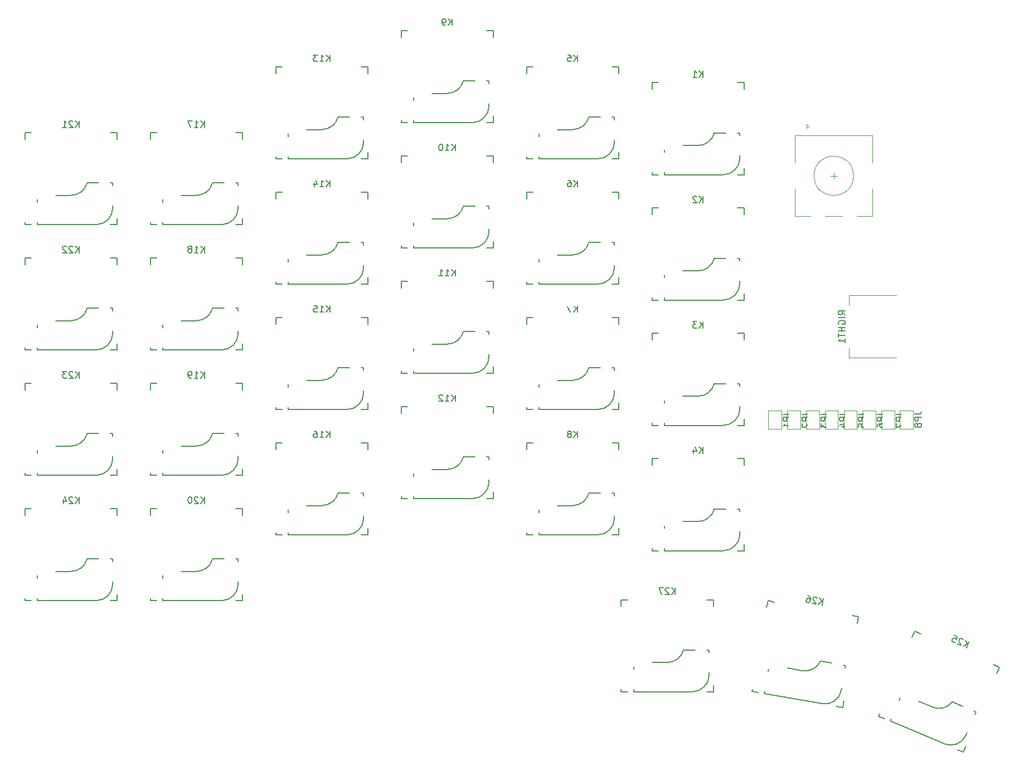
<source format=gbo>
G04 #@! TF.GenerationSoftware,KiCad,Pcbnew,8.0.8*
G04 #@! TF.CreationDate,2025-01-28T12:57:42+10:00*
G04 #@! TF.ProjectId,wetsocks54k,77657473-6f63-46b7-9335-346b2e6b6963,2*
G04 #@! TF.SameCoordinates,Original*
G04 #@! TF.FileFunction,Legend,Bot*
G04 #@! TF.FilePolarity,Positive*
%FSLAX46Y46*%
G04 Gerber Fmt 4.6, Leading zero omitted, Abs format (unit mm)*
G04 Created by KiCad (PCBNEW 8.0.8) date 2025-01-28 12:57:42*
%MOMM*%
%LPD*%
G01*
G04 APERTURE LIST*
G04 Aperture macros list*
%AMRotRect*
0 Rectangle, with rotation*
0 The origin of the aperture is its center*
0 $1 length*
0 $2 width*
0 $3 Rotation angle, in degrees counterclockwise*
0 Add horizontal line*
21,1,$1,$2,0,0,$3*%
%AMFreePoly0*
4,1,6,1.000000,0.000000,0.500000,-0.750000,-0.500000,-0.750000,-0.500000,0.750000,0.500000,0.750000,1.000000,0.000000,1.000000,0.000000,$1*%
%AMFreePoly1*
4,1,6,0.500000,-0.750000,-0.650000,-0.750000,-0.150000,0.000000,-0.650000,0.750000,0.500000,0.750000,0.500000,-0.750000,0.500000,-0.750000,$1*%
G04 Aperture macros list end*
%ADD10C,0.150000*%
%ADD11C,0.120000*%
%ADD12C,0.000000*%
%ADD13R,1.600000X1.200000*%
%ADD14R,1.600000X1.600000*%
%ADD15C,1.600000*%
%ADD16C,1.701800*%
%ADD17C,3.000000*%
%ADD18C,3.987800*%
%ADD19R,2.550000X2.500000*%
%ADD20C,2.286000*%
%ADD21R,1.200000X1.600000*%
%ADD22C,1.524000*%
%ADD23C,0.650000*%
%ADD24O,0.650000X0.950000*%
%ADD25O,1.400000X0.800000*%
%ADD26RotRect,1.600000X1.200000X67.000000*%
%ADD27RotRect,1.600000X1.600000X67.000000*%
%ADD28RotRect,2.550000X2.500000X350.000000*%
%ADD29RotRect,2.550000X2.500000X337.000000*%
%ADD30FreePoly0,90.000000*%
%ADD31FreePoly1,90.000000*%
%ADD32R,0.700000X0.300000*%
%ADD33R,2.000000X2.000000*%
%ADD34C,2.000000*%
%ADD35R,2.000000X3.200000*%
G04 APERTURE END LIST*
D10*
X137749285Y-132064819D02*
X137749285Y-131064819D01*
X137177857Y-132064819D02*
X137606428Y-131493390D01*
X137177857Y-131064819D02*
X137749285Y-131636247D01*
X136796904Y-131160057D02*
X136749285Y-131112438D01*
X136749285Y-131112438D02*
X136654047Y-131064819D01*
X136654047Y-131064819D02*
X136415952Y-131064819D01*
X136415952Y-131064819D02*
X136320714Y-131112438D01*
X136320714Y-131112438D02*
X136273095Y-131160057D01*
X136273095Y-131160057D02*
X136225476Y-131255295D01*
X136225476Y-131255295D02*
X136225476Y-131350533D01*
X136225476Y-131350533D02*
X136273095Y-131493390D01*
X136273095Y-131493390D02*
X136844523Y-132064819D01*
X136844523Y-132064819D02*
X136225476Y-132064819D01*
X135892142Y-131064819D02*
X135225476Y-131064819D01*
X135225476Y-131064819D02*
X135654047Y-132064819D01*
X85272885Y-51064819D02*
X85272885Y-50064819D01*
X84701457Y-51064819D02*
X85130028Y-50493390D01*
X84701457Y-50064819D02*
X85272885Y-50636247D01*
X83749076Y-51064819D02*
X84320504Y-51064819D01*
X84034790Y-51064819D02*
X84034790Y-50064819D01*
X84034790Y-50064819D02*
X84130028Y-50207676D01*
X84130028Y-50207676D02*
X84225266Y-50302914D01*
X84225266Y-50302914D02*
X84320504Y-50350533D01*
X83415742Y-50064819D02*
X82796695Y-50064819D01*
X82796695Y-50064819D02*
X83130028Y-50445771D01*
X83130028Y-50445771D02*
X82987171Y-50445771D01*
X82987171Y-50445771D02*
X82891933Y-50493390D01*
X82891933Y-50493390D02*
X82844314Y-50541009D01*
X82844314Y-50541009D02*
X82796695Y-50636247D01*
X82796695Y-50636247D02*
X82796695Y-50874342D01*
X82796695Y-50874342D02*
X82844314Y-50969580D01*
X82844314Y-50969580D02*
X82891933Y-51017200D01*
X82891933Y-51017200D02*
X82987171Y-51064819D01*
X82987171Y-51064819D02*
X83272885Y-51064819D01*
X83272885Y-51064819D02*
X83368123Y-51017200D01*
X83368123Y-51017200D02*
X83415742Y-50969580D01*
X141946694Y-91584819D02*
X141946694Y-90584819D01*
X141375266Y-91584819D02*
X141803837Y-91013390D01*
X141375266Y-90584819D02*
X141946694Y-91156247D01*
X141041932Y-90584819D02*
X140422885Y-90584819D01*
X140422885Y-90584819D02*
X140756218Y-90965771D01*
X140756218Y-90965771D02*
X140613361Y-90965771D01*
X140613361Y-90965771D02*
X140518123Y-91013390D01*
X140518123Y-91013390D02*
X140470504Y-91061009D01*
X140470504Y-91061009D02*
X140422885Y-91156247D01*
X140422885Y-91156247D02*
X140422885Y-91394342D01*
X140422885Y-91394342D02*
X140470504Y-91489580D01*
X140470504Y-91489580D02*
X140518123Y-91537200D01*
X140518123Y-91537200D02*
X140613361Y-91584819D01*
X140613361Y-91584819D02*
X140899075Y-91584819D01*
X140899075Y-91584819D02*
X140994313Y-91537200D01*
X140994313Y-91537200D02*
X141041932Y-91489580D01*
X141946694Y-53484819D02*
X141946694Y-52484819D01*
X141375266Y-53484819D02*
X141803837Y-52913390D01*
X141375266Y-52484819D02*
X141946694Y-53056247D01*
X140422885Y-53484819D02*
X140994313Y-53484819D01*
X140708599Y-53484819D02*
X140708599Y-52484819D01*
X140708599Y-52484819D02*
X140803837Y-52627676D01*
X140803837Y-52627676D02*
X140899075Y-52722914D01*
X140899075Y-52722914D02*
X140994313Y-52770533D01*
X122896694Y-108214819D02*
X122896694Y-107214819D01*
X122325266Y-108214819D02*
X122753837Y-107643390D01*
X122325266Y-107214819D02*
X122896694Y-107786247D01*
X121753837Y-107643390D02*
X121849075Y-107595771D01*
X121849075Y-107595771D02*
X121896694Y-107548152D01*
X121896694Y-107548152D02*
X121944313Y-107452914D01*
X121944313Y-107452914D02*
X121944313Y-107405295D01*
X121944313Y-107405295D02*
X121896694Y-107310057D01*
X121896694Y-107310057D02*
X121849075Y-107262438D01*
X121849075Y-107262438D02*
X121753837Y-107214819D01*
X121753837Y-107214819D02*
X121563361Y-107214819D01*
X121563361Y-107214819D02*
X121468123Y-107262438D01*
X121468123Y-107262438D02*
X121420504Y-107310057D01*
X121420504Y-107310057D02*
X121372885Y-107405295D01*
X121372885Y-107405295D02*
X121372885Y-107452914D01*
X121372885Y-107452914D02*
X121420504Y-107548152D01*
X121420504Y-107548152D02*
X121468123Y-107595771D01*
X121468123Y-107595771D02*
X121563361Y-107643390D01*
X121563361Y-107643390D02*
X121753837Y-107643390D01*
X121753837Y-107643390D02*
X121849075Y-107691009D01*
X121849075Y-107691009D02*
X121896694Y-107738628D01*
X121896694Y-107738628D02*
X121944313Y-107833866D01*
X121944313Y-107833866D02*
X121944313Y-108024342D01*
X121944313Y-108024342D02*
X121896694Y-108119580D01*
X121896694Y-108119580D02*
X121849075Y-108167200D01*
X121849075Y-108167200D02*
X121753837Y-108214819D01*
X121753837Y-108214819D02*
X121563361Y-108214819D01*
X121563361Y-108214819D02*
X121468123Y-108167200D01*
X121468123Y-108167200D02*
X121420504Y-108119580D01*
X121420504Y-108119580D02*
X121372885Y-108024342D01*
X121372885Y-108024342D02*
X121372885Y-107833866D01*
X121372885Y-107833866D02*
X121420504Y-107738628D01*
X121420504Y-107738628D02*
X121468123Y-107691009D01*
X121468123Y-107691009D02*
X121563361Y-107643390D01*
X104322885Y-102714819D02*
X104322885Y-101714819D01*
X103751457Y-102714819D02*
X104180028Y-102143390D01*
X103751457Y-101714819D02*
X104322885Y-102286247D01*
X102799076Y-102714819D02*
X103370504Y-102714819D01*
X103084790Y-102714819D02*
X103084790Y-101714819D01*
X103084790Y-101714819D02*
X103180028Y-101857676D01*
X103180028Y-101857676D02*
X103275266Y-101952914D01*
X103275266Y-101952914D02*
X103370504Y-102000533D01*
X102418123Y-101810057D02*
X102370504Y-101762438D01*
X102370504Y-101762438D02*
X102275266Y-101714819D01*
X102275266Y-101714819D02*
X102037171Y-101714819D01*
X102037171Y-101714819D02*
X101941933Y-101762438D01*
X101941933Y-101762438D02*
X101894314Y-101810057D01*
X101894314Y-101810057D02*
X101846695Y-101905295D01*
X101846695Y-101905295D02*
X101846695Y-102000533D01*
X101846695Y-102000533D02*
X101894314Y-102143390D01*
X101894314Y-102143390D02*
X102465742Y-102714819D01*
X102465742Y-102714819D02*
X101846695Y-102714819D01*
X104322885Y-83664819D02*
X104322885Y-82664819D01*
X103751457Y-83664819D02*
X104180028Y-83093390D01*
X103751457Y-82664819D02*
X104322885Y-83236247D01*
X102799076Y-83664819D02*
X103370504Y-83664819D01*
X103084790Y-83664819D02*
X103084790Y-82664819D01*
X103084790Y-82664819D02*
X103180028Y-82807676D01*
X103180028Y-82807676D02*
X103275266Y-82902914D01*
X103275266Y-82902914D02*
X103370504Y-82950533D01*
X101846695Y-83664819D02*
X102418123Y-83664819D01*
X102132409Y-83664819D02*
X102132409Y-82664819D01*
X102132409Y-82664819D02*
X102227647Y-82807676D01*
X102227647Y-82807676D02*
X102322885Y-82902914D01*
X102322885Y-82902914D02*
X102418123Y-82950533D01*
X85272885Y-70114819D02*
X85272885Y-69114819D01*
X84701457Y-70114819D02*
X85130028Y-69543390D01*
X84701457Y-69114819D02*
X85272885Y-69686247D01*
X83749076Y-70114819D02*
X84320504Y-70114819D01*
X84034790Y-70114819D02*
X84034790Y-69114819D01*
X84034790Y-69114819D02*
X84130028Y-69257676D01*
X84130028Y-69257676D02*
X84225266Y-69352914D01*
X84225266Y-69352914D02*
X84320504Y-69400533D01*
X82891933Y-69448152D02*
X82891933Y-70114819D01*
X83130028Y-69067200D02*
X83368123Y-69781485D01*
X83368123Y-69781485D02*
X82749076Y-69781485D01*
X47172885Y-118214819D02*
X47172885Y-117214819D01*
X46601457Y-118214819D02*
X47030028Y-117643390D01*
X46601457Y-117214819D02*
X47172885Y-117786247D01*
X46220504Y-117310057D02*
X46172885Y-117262438D01*
X46172885Y-117262438D02*
X46077647Y-117214819D01*
X46077647Y-117214819D02*
X45839552Y-117214819D01*
X45839552Y-117214819D02*
X45744314Y-117262438D01*
X45744314Y-117262438D02*
X45696695Y-117310057D01*
X45696695Y-117310057D02*
X45649076Y-117405295D01*
X45649076Y-117405295D02*
X45649076Y-117500533D01*
X45649076Y-117500533D02*
X45696695Y-117643390D01*
X45696695Y-117643390D02*
X46268123Y-118214819D01*
X46268123Y-118214819D02*
X45649076Y-118214819D01*
X44791933Y-117548152D02*
X44791933Y-118214819D01*
X45030028Y-117167200D02*
X45268123Y-117881485D01*
X45268123Y-117881485D02*
X44649076Y-117881485D01*
X122896694Y-51064819D02*
X122896694Y-50064819D01*
X122325266Y-51064819D02*
X122753837Y-50493390D01*
X122325266Y-50064819D02*
X122896694Y-50636247D01*
X121420504Y-50064819D02*
X121896694Y-50064819D01*
X121896694Y-50064819D02*
X121944313Y-50541009D01*
X121944313Y-50541009D02*
X121896694Y-50493390D01*
X121896694Y-50493390D02*
X121801456Y-50445771D01*
X121801456Y-50445771D02*
X121563361Y-50445771D01*
X121563361Y-50445771D02*
X121468123Y-50493390D01*
X121468123Y-50493390D02*
X121420504Y-50541009D01*
X121420504Y-50541009D02*
X121372885Y-50636247D01*
X121372885Y-50636247D02*
X121372885Y-50874342D01*
X121372885Y-50874342D02*
X121420504Y-50969580D01*
X121420504Y-50969580D02*
X121468123Y-51017200D01*
X121468123Y-51017200D02*
X121563361Y-51064819D01*
X121563361Y-51064819D02*
X121801456Y-51064819D01*
X121801456Y-51064819D02*
X121896694Y-51017200D01*
X121896694Y-51017200D02*
X121944313Y-50969580D01*
X47172885Y-80114819D02*
X47172885Y-79114819D01*
X46601457Y-80114819D02*
X47030028Y-79543390D01*
X46601457Y-79114819D02*
X47172885Y-79686247D01*
X46220504Y-79210057D02*
X46172885Y-79162438D01*
X46172885Y-79162438D02*
X46077647Y-79114819D01*
X46077647Y-79114819D02*
X45839552Y-79114819D01*
X45839552Y-79114819D02*
X45744314Y-79162438D01*
X45744314Y-79162438D02*
X45696695Y-79210057D01*
X45696695Y-79210057D02*
X45649076Y-79305295D01*
X45649076Y-79305295D02*
X45649076Y-79400533D01*
X45649076Y-79400533D02*
X45696695Y-79543390D01*
X45696695Y-79543390D02*
X46268123Y-80114819D01*
X46268123Y-80114819D02*
X45649076Y-80114819D01*
X45268123Y-79210057D02*
X45220504Y-79162438D01*
X45220504Y-79162438D02*
X45125266Y-79114819D01*
X45125266Y-79114819D02*
X44887171Y-79114819D01*
X44887171Y-79114819D02*
X44791933Y-79162438D01*
X44791933Y-79162438D02*
X44744314Y-79210057D01*
X44744314Y-79210057D02*
X44696695Y-79305295D01*
X44696695Y-79305295D02*
X44696695Y-79400533D01*
X44696695Y-79400533D02*
X44744314Y-79543390D01*
X44744314Y-79543390D02*
X45315742Y-80114819D01*
X45315742Y-80114819D02*
X44696695Y-80114819D01*
X141946694Y-110634819D02*
X141946694Y-109634819D01*
X141375266Y-110634819D02*
X141803837Y-110063390D01*
X141375266Y-109634819D02*
X141946694Y-110206247D01*
X140518123Y-109968152D02*
X140518123Y-110634819D01*
X140756218Y-109587200D02*
X140994313Y-110301485D01*
X140994313Y-110301485D02*
X140375266Y-110301485D01*
X66222885Y-99164819D02*
X66222885Y-98164819D01*
X65651457Y-99164819D02*
X66080028Y-98593390D01*
X65651457Y-98164819D02*
X66222885Y-98736247D01*
X64699076Y-99164819D02*
X65270504Y-99164819D01*
X64984790Y-99164819D02*
X64984790Y-98164819D01*
X64984790Y-98164819D02*
X65080028Y-98307676D01*
X65080028Y-98307676D02*
X65175266Y-98402914D01*
X65175266Y-98402914D02*
X65270504Y-98450533D01*
X64222885Y-99164819D02*
X64032409Y-99164819D01*
X64032409Y-99164819D02*
X63937171Y-99117200D01*
X63937171Y-99117200D02*
X63889552Y-99069580D01*
X63889552Y-99069580D02*
X63794314Y-98926723D01*
X63794314Y-98926723D02*
X63746695Y-98736247D01*
X63746695Y-98736247D02*
X63746695Y-98355295D01*
X63746695Y-98355295D02*
X63794314Y-98260057D01*
X63794314Y-98260057D02*
X63841933Y-98212438D01*
X63841933Y-98212438D02*
X63937171Y-98164819D01*
X63937171Y-98164819D02*
X64127647Y-98164819D01*
X64127647Y-98164819D02*
X64222885Y-98212438D01*
X64222885Y-98212438D02*
X64270504Y-98260057D01*
X64270504Y-98260057D02*
X64318123Y-98355295D01*
X64318123Y-98355295D02*
X64318123Y-98593390D01*
X64318123Y-98593390D02*
X64270504Y-98688628D01*
X64270504Y-98688628D02*
X64222885Y-98736247D01*
X64222885Y-98736247D02*
X64127647Y-98783866D01*
X64127647Y-98783866D02*
X63937171Y-98783866D01*
X63937171Y-98783866D02*
X63841933Y-98736247D01*
X63841933Y-98736247D02*
X63794314Y-98688628D01*
X63794314Y-98688628D02*
X63746695Y-98593390D01*
X47172885Y-61064819D02*
X47172885Y-60064819D01*
X46601457Y-61064819D02*
X47030028Y-60493390D01*
X46601457Y-60064819D02*
X47172885Y-60636247D01*
X46220504Y-60160057D02*
X46172885Y-60112438D01*
X46172885Y-60112438D02*
X46077647Y-60064819D01*
X46077647Y-60064819D02*
X45839552Y-60064819D01*
X45839552Y-60064819D02*
X45744314Y-60112438D01*
X45744314Y-60112438D02*
X45696695Y-60160057D01*
X45696695Y-60160057D02*
X45649076Y-60255295D01*
X45649076Y-60255295D02*
X45649076Y-60350533D01*
X45649076Y-60350533D02*
X45696695Y-60493390D01*
X45696695Y-60493390D02*
X46268123Y-61064819D01*
X46268123Y-61064819D02*
X45649076Y-61064819D01*
X44696695Y-61064819D02*
X45268123Y-61064819D01*
X44982409Y-61064819D02*
X44982409Y-60064819D01*
X44982409Y-60064819D02*
X45077647Y-60207676D01*
X45077647Y-60207676D02*
X45172885Y-60302914D01*
X45172885Y-60302914D02*
X45268123Y-60350533D01*
X85272885Y-89164819D02*
X85272885Y-88164819D01*
X84701457Y-89164819D02*
X85130028Y-88593390D01*
X84701457Y-88164819D02*
X85272885Y-88736247D01*
X83749076Y-89164819D02*
X84320504Y-89164819D01*
X84034790Y-89164819D02*
X84034790Y-88164819D01*
X84034790Y-88164819D02*
X84130028Y-88307676D01*
X84130028Y-88307676D02*
X84225266Y-88402914D01*
X84225266Y-88402914D02*
X84320504Y-88450533D01*
X82844314Y-88164819D02*
X83320504Y-88164819D01*
X83320504Y-88164819D02*
X83368123Y-88641009D01*
X83368123Y-88641009D02*
X83320504Y-88593390D01*
X83320504Y-88593390D02*
X83225266Y-88545771D01*
X83225266Y-88545771D02*
X82987171Y-88545771D01*
X82987171Y-88545771D02*
X82891933Y-88593390D01*
X82891933Y-88593390D02*
X82844314Y-88641009D01*
X82844314Y-88641009D02*
X82796695Y-88736247D01*
X82796695Y-88736247D02*
X82796695Y-88974342D01*
X82796695Y-88974342D02*
X82844314Y-89069580D01*
X82844314Y-89069580D02*
X82891933Y-89117200D01*
X82891933Y-89117200D02*
X82987171Y-89164819D01*
X82987171Y-89164819D02*
X83225266Y-89164819D01*
X83225266Y-89164819D02*
X83320504Y-89117200D01*
X83320504Y-89117200D02*
X83368123Y-89069580D01*
X66222886Y-61064819D02*
X66222886Y-60064819D01*
X65651458Y-61064819D02*
X66080029Y-60493390D01*
X65651458Y-60064819D02*
X66222886Y-60636247D01*
X64699077Y-61064819D02*
X65270505Y-61064819D01*
X64984791Y-61064819D02*
X64984791Y-60064819D01*
X64984791Y-60064819D02*
X65080029Y-60207676D01*
X65080029Y-60207676D02*
X65175267Y-60302914D01*
X65175267Y-60302914D02*
X65270505Y-60350533D01*
X64365743Y-60064819D02*
X63699077Y-60064819D01*
X63699077Y-60064819D02*
X64127648Y-61064819D01*
X66222885Y-80114819D02*
X66222885Y-79114819D01*
X65651457Y-80114819D02*
X66080028Y-79543390D01*
X65651457Y-79114819D02*
X66222885Y-79686247D01*
X64699076Y-80114819D02*
X65270504Y-80114819D01*
X64984790Y-80114819D02*
X64984790Y-79114819D01*
X64984790Y-79114819D02*
X65080028Y-79257676D01*
X65080028Y-79257676D02*
X65175266Y-79352914D01*
X65175266Y-79352914D02*
X65270504Y-79400533D01*
X64127647Y-79543390D02*
X64222885Y-79495771D01*
X64222885Y-79495771D02*
X64270504Y-79448152D01*
X64270504Y-79448152D02*
X64318123Y-79352914D01*
X64318123Y-79352914D02*
X64318123Y-79305295D01*
X64318123Y-79305295D02*
X64270504Y-79210057D01*
X64270504Y-79210057D02*
X64222885Y-79162438D01*
X64222885Y-79162438D02*
X64127647Y-79114819D01*
X64127647Y-79114819D02*
X63937171Y-79114819D01*
X63937171Y-79114819D02*
X63841933Y-79162438D01*
X63841933Y-79162438D02*
X63794314Y-79210057D01*
X63794314Y-79210057D02*
X63746695Y-79305295D01*
X63746695Y-79305295D02*
X63746695Y-79352914D01*
X63746695Y-79352914D02*
X63794314Y-79448152D01*
X63794314Y-79448152D02*
X63841933Y-79495771D01*
X63841933Y-79495771D02*
X63937171Y-79543390D01*
X63937171Y-79543390D02*
X64127647Y-79543390D01*
X64127647Y-79543390D02*
X64222885Y-79591009D01*
X64222885Y-79591009D02*
X64270504Y-79638628D01*
X64270504Y-79638628D02*
X64318123Y-79733866D01*
X64318123Y-79733866D02*
X64318123Y-79924342D01*
X64318123Y-79924342D02*
X64270504Y-80019580D01*
X64270504Y-80019580D02*
X64222885Y-80067200D01*
X64222885Y-80067200D02*
X64127647Y-80114819D01*
X64127647Y-80114819D02*
X63937171Y-80114819D01*
X63937171Y-80114819D02*
X63841933Y-80067200D01*
X63841933Y-80067200D02*
X63794314Y-80019580D01*
X63794314Y-80019580D02*
X63746695Y-79924342D01*
X63746695Y-79924342D02*
X63746695Y-79733866D01*
X63746695Y-79733866D02*
X63794314Y-79638628D01*
X63794314Y-79638628D02*
X63841933Y-79591009D01*
X63841933Y-79591009D02*
X63937171Y-79543390D01*
X160039365Y-133664179D02*
X160213013Y-132679372D01*
X159476618Y-133564952D02*
X159997906Y-133076625D01*
X159650266Y-132580144D02*
X160113786Y-133242119D01*
X159258563Y-132607784D02*
X159219936Y-132552619D01*
X159219936Y-132552619D02*
X159134414Y-132489185D01*
X159134414Y-132489185D02*
X158899936Y-132447841D01*
X158899936Y-132447841D02*
X158797876Y-132478198D01*
X158797876Y-132478198D02*
X158742711Y-132516825D01*
X158742711Y-132516825D02*
X158679278Y-132602347D01*
X158679278Y-132602347D02*
X158662740Y-132696138D01*
X158662740Y-132696138D02*
X158684829Y-132845094D01*
X158684829Y-132845094D02*
X159148348Y-133507069D01*
X159148348Y-133507069D02*
X158538706Y-133399573D01*
X157868233Y-132265924D02*
X158055815Y-132298999D01*
X158055815Y-132298999D02*
X158141337Y-132362433D01*
X158141337Y-132362433D02*
X158179964Y-132417597D01*
X158179964Y-132417597D02*
X158248948Y-132574822D01*
X158248948Y-132574822D02*
X158262768Y-132770674D01*
X158262768Y-132770674D02*
X158196617Y-133145838D01*
X158196617Y-133145838D02*
X158133183Y-133231361D01*
X158133183Y-133231361D02*
X158078018Y-133269987D01*
X158078018Y-133269987D02*
X157975958Y-133300345D01*
X157975958Y-133300345D02*
X157788376Y-133267269D01*
X157788376Y-133267269D02*
X157702854Y-133203836D01*
X157702854Y-133203836D02*
X157664227Y-133148671D01*
X157664227Y-133148671D02*
X157633869Y-133046611D01*
X157633869Y-133046611D02*
X157675214Y-132812133D01*
X157675214Y-132812133D02*
X157738648Y-132726611D01*
X157738648Y-132726611D02*
X157793812Y-132687984D01*
X157793812Y-132687984D02*
X157895872Y-132657626D01*
X157895872Y-132657626D02*
X158083455Y-132690702D01*
X158083455Y-132690702D02*
X158168977Y-132754136D01*
X158168977Y-132754136D02*
X158207604Y-132809300D01*
X158207604Y-132809300D02*
X158237961Y-132911360D01*
X66222885Y-118214819D02*
X66222885Y-117214819D01*
X65651457Y-118214819D02*
X66080028Y-117643390D01*
X65651457Y-117214819D02*
X66222885Y-117786247D01*
X65270504Y-117310057D02*
X65222885Y-117262438D01*
X65222885Y-117262438D02*
X65127647Y-117214819D01*
X65127647Y-117214819D02*
X64889552Y-117214819D01*
X64889552Y-117214819D02*
X64794314Y-117262438D01*
X64794314Y-117262438D02*
X64746695Y-117310057D01*
X64746695Y-117310057D02*
X64699076Y-117405295D01*
X64699076Y-117405295D02*
X64699076Y-117500533D01*
X64699076Y-117500533D02*
X64746695Y-117643390D01*
X64746695Y-117643390D02*
X65318123Y-118214819D01*
X65318123Y-118214819D02*
X64699076Y-118214819D01*
X64080028Y-117214819D02*
X63984790Y-117214819D01*
X63984790Y-117214819D02*
X63889552Y-117262438D01*
X63889552Y-117262438D02*
X63841933Y-117310057D01*
X63841933Y-117310057D02*
X63794314Y-117405295D01*
X63794314Y-117405295D02*
X63746695Y-117595771D01*
X63746695Y-117595771D02*
X63746695Y-117833866D01*
X63746695Y-117833866D02*
X63794314Y-118024342D01*
X63794314Y-118024342D02*
X63841933Y-118119580D01*
X63841933Y-118119580D02*
X63889552Y-118167200D01*
X63889552Y-118167200D02*
X63984790Y-118214819D01*
X63984790Y-118214819D02*
X64080028Y-118214819D01*
X64080028Y-118214819D02*
X64175266Y-118167200D01*
X64175266Y-118167200D02*
X64222885Y-118119580D01*
X64222885Y-118119580D02*
X64270504Y-118024342D01*
X64270504Y-118024342D02*
X64318123Y-117833866D01*
X64318123Y-117833866D02*
X64318123Y-117595771D01*
X64318123Y-117595771D02*
X64270504Y-117405295D01*
X64270504Y-117405295D02*
X64222885Y-117310057D01*
X64222885Y-117310057D02*
X64175266Y-117262438D01*
X64175266Y-117262438D02*
X64080028Y-117214819D01*
X104322885Y-64614819D02*
X104322885Y-63614819D01*
X103751457Y-64614819D02*
X104180028Y-64043390D01*
X103751457Y-63614819D02*
X104322885Y-64186247D01*
X102799076Y-64614819D02*
X103370504Y-64614819D01*
X103084790Y-64614819D02*
X103084790Y-63614819D01*
X103084790Y-63614819D02*
X103180028Y-63757676D01*
X103180028Y-63757676D02*
X103275266Y-63852914D01*
X103275266Y-63852914D02*
X103370504Y-63900533D01*
X102180028Y-63614819D02*
X102084790Y-63614819D01*
X102084790Y-63614819D02*
X101989552Y-63662438D01*
X101989552Y-63662438D02*
X101941933Y-63710057D01*
X101941933Y-63710057D02*
X101894314Y-63805295D01*
X101894314Y-63805295D02*
X101846695Y-63995771D01*
X101846695Y-63995771D02*
X101846695Y-64233866D01*
X101846695Y-64233866D02*
X101894314Y-64424342D01*
X101894314Y-64424342D02*
X101941933Y-64519580D01*
X101941933Y-64519580D02*
X101989552Y-64567200D01*
X101989552Y-64567200D02*
X102084790Y-64614819D01*
X102084790Y-64614819D02*
X102180028Y-64614819D01*
X102180028Y-64614819D02*
X102275266Y-64567200D01*
X102275266Y-64567200D02*
X102322885Y-64519580D01*
X102322885Y-64519580D02*
X102370504Y-64424342D01*
X102370504Y-64424342D02*
X102418123Y-64233866D01*
X102418123Y-64233866D02*
X102418123Y-63995771D01*
X102418123Y-63995771D02*
X102370504Y-63805295D01*
X102370504Y-63805295D02*
X102322885Y-63710057D01*
X102322885Y-63710057D02*
X102275266Y-63662438D01*
X102275266Y-63662438D02*
X102180028Y-63614819D01*
X141946694Y-72534819D02*
X141946694Y-71534819D01*
X141375266Y-72534819D02*
X141803837Y-71963390D01*
X141375266Y-71534819D02*
X141946694Y-72106247D01*
X140994313Y-71630057D02*
X140946694Y-71582438D01*
X140946694Y-71582438D02*
X140851456Y-71534819D01*
X140851456Y-71534819D02*
X140613361Y-71534819D01*
X140613361Y-71534819D02*
X140518123Y-71582438D01*
X140518123Y-71582438D02*
X140470504Y-71630057D01*
X140470504Y-71630057D02*
X140422885Y-71725295D01*
X140422885Y-71725295D02*
X140422885Y-71820533D01*
X140422885Y-71820533D02*
X140470504Y-71963390D01*
X140470504Y-71963390D02*
X141041932Y-72534819D01*
X141041932Y-72534819D02*
X140422885Y-72534819D01*
X122896694Y-89164819D02*
X122896694Y-88164819D01*
X122325266Y-89164819D02*
X122753837Y-88593390D01*
X122325266Y-88164819D02*
X122896694Y-88736247D01*
X121991932Y-88164819D02*
X121325266Y-88164819D01*
X121325266Y-88164819D02*
X121753837Y-89164819D01*
X181975528Y-140145062D02*
X182366260Y-139224557D01*
X181449526Y-139921787D02*
X182067303Y-139563240D01*
X181840257Y-139001282D02*
X182142985Y-139750560D01*
X181452376Y-138940099D02*
X181427149Y-138877659D01*
X181427149Y-138877659D02*
X181358088Y-138796613D01*
X181358088Y-138796613D02*
X181138920Y-138703582D01*
X181138920Y-138703582D02*
X181032646Y-138710203D01*
X181032646Y-138710203D02*
X180970207Y-138735431D01*
X180970207Y-138735431D02*
X180889161Y-138804491D01*
X180889161Y-138804491D02*
X180851948Y-138892159D01*
X180851948Y-138892159D02*
X180839963Y-139042266D01*
X180839963Y-139042266D02*
X181142691Y-139791543D01*
X181142691Y-139791543D02*
X180572854Y-139549662D01*
X180130748Y-138275639D02*
X180569083Y-138461701D01*
X180569083Y-138461701D02*
X180426855Y-138918643D01*
X180426855Y-138918643D02*
X180401627Y-138856203D01*
X180401627Y-138856203D02*
X180332566Y-138775157D01*
X180332566Y-138775157D02*
X180113399Y-138682126D01*
X180113399Y-138682126D02*
X180007125Y-138688747D01*
X180007125Y-138688747D02*
X179944685Y-138713974D01*
X179944685Y-138713974D02*
X179863639Y-138783035D01*
X179863639Y-138783035D02*
X179770608Y-139002203D01*
X179770608Y-139002203D02*
X179777229Y-139108476D01*
X179777229Y-139108476D02*
X179802456Y-139170916D01*
X179802456Y-139170916D02*
X179871517Y-139251962D01*
X179871517Y-139251962D02*
X180090685Y-139344993D01*
X180090685Y-139344993D02*
X180196959Y-139338372D01*
X180196959Y-139338372D02*
X180259398Y-139313145D01*
X85272884Y-108214819D02*
X85272884Y-107214819D01*
X84701456Y-108214819D02*
X85130027Y-107643390D01*
X84701456Y-107214819D02*
X85272884Y-107786247D01*
X83749075Y-108214819D02*
X84320503Y-108214819D01*
X84034789Y-108214819D02*
X84034789Y-107214819D01*
X84034789Y-107214819D02*
X84130027Y-107357676D01*
X84130027Y-107357676D02*
X84225265Y-107452914D01*
X84225265Y-107452914D02*
X84320503Y-107500533D01*
X82891932Y-107214819D02*
X83082408Y-107214819D01*
X83082408Y-107214819D02*
X83177646Y-107262438D01*
X83177646Y-107262438D02*
X83225265Y-107310057D01*
X83225265Y-107310057D02*
X83320503Y-107452914D01*
X83320503Y-107452914D02*
X83368122Y-107643390D01*
X83368122Y-107643390D02*
X83368122Y-108024342D01*
X83368122Y-108024342D02*
X83320503Y-108119580D01*
X83320503Y-108119580D02*
X83272884Y-108167200D01*
X83272884Y-108167200D02*
X83177646Y-108214819D01*
X83177646Y-108214819D02*
X82987170Y-108214819D01*
X82987170Y-108214819D02*
X82891932Y-108167200D01*
X82891932Y-108167200D02*
X82844313Y-108119580D01*
X82844313Y-108119580D02*
X82796694Y-108024342D01*
X82796694Y-108024342D02*
X82796694Y-107786247D01*
X82796694Y-107786247D02*
X82844313Y-107691009D01*
X82844313Y-107691009D02*
X82891932Y-107643390D01*
X82891932Y-107643390D02*
X82987170Y-107595771D01*
X82987170Y-107595771D02*
X83177646Y-107595771D01*
X83177646Y-107595771D02*
X83272884Y-107643390D01*
X83272884Y-107643390D02*
X83320503Y-107691009D01*
X83320503Y-107691009D02*
X83368122Y-107786247D01*
X47172885Y-99164819D02*
X47172885Y-98164819D01*
X46601457Y-99164819D02*
X47030028Y-98593390D01*
X46601457Y-98164819D02*
X47172885Y-98736247D01*
X46220504Y-98260057D02*
X46172885Y-98212438D01*
X46172885Y-98212438D02*
X46077647Y-98164819D01*
X46077647Y-98164819D02*
X45839552Y-98164819D01*
X45839552Y-98164819D02*
X45744314Y-98212438D01*
X45744314Y-98212438D02*
X45696695Y-98260057D01*
X45696695Y-98260057D02*
X45649076Y-98355295D01*
X45649076Y-98355295D02*
X45649076Y-98450533D01*
X45649076Y-98450533D02*
X45696695Y-98593390D01*
X45696695Y-98593390D02*
X46268123Y-99164819D01*
X46268123Y-99164819D02*
X45649076Y-99164819D01*
X45315742Y-98164819D02*
X44696695Y-98164819D01*
X44696695Y-98164819D02*
X45030028Y-98545771D01*
X45030028Y-98545771D02*
X44887171Y-98545771D01*
X44887171Y-98545771D02*
X44791933Y-98593390D01*
X44791933Y-98593390D02*
X44744314Y-98641009D01*
X44744314Y-98641009D02*
X44696695Y-98736247D01*
X44696695Y-98736247D02*
X44696695Y-98974342D01*
X44696695Y-98974342D02*
X44744314Y-99069580D01*
X44744314Y-99069580D02*
X44791933Y-99117200D01*
X44791933Y-99117200D02*
X44887171Y-99164819D01*
X44887171Y-99164819D02*
X45172885Y-99164819D01*
X45172885Y-99164819D02*
X45268123Y-99117200D01*
X45268123Y-99117200D02*
X45315742Y-99069580D01*
X103846694Y-45564819D02*
X103846694Y-44564819D01*
X103275266Y-45564819D02*
X103703837Y-44993390D01*
X103275266Y-44564819D02*
X103846694Y-45136247D01*
X102799075Y-45564819D02*
X102608599Y-45564819D01*
X102608599Y-45564819D02*
X102513361Y-45517200D01*
X102513361Y-45517200D02*
X102465742Y-45469580D01*
X102465742Y-45469580D02*
X102370504Y-45326723D01*
X102370504Y-45326723D02*
X102322885Y-45136247D01*
X102322885Y-45136247D02*
X102322885Y-44755295D01*
X102322885Y-44755295D02*
X102370504Y-44660057D01*
X102370504Y-44660057D02*
X102418123Y-44612438D01*
X102418123Y-44612438D02*
X102513361Y-44564819D01*
X102513361Y-44564819D02*
X102703837Y-44564819D01*
X102703837Y-44564819D02*
X102799075Y-44612438D01*
X102799075Y-44612438D02*
X102846694Y-44660057D01*
X102846694Y-44660057D02*
X102894313Y-44755295D01*
X102894313Y-44755295D02*
X102894313Y-44993390D01*
X102894313Y-44993390D02*
X102846694Y-45088628D01*
X102846694Y-45088628D02*
X102799075Y-45136247D01*
X102799075Y-45136247D02*
X102703837Y-45183866D01*
X102703837Y-45183866D02*
X102513361Y-45183866D01*
X102513361Y-45183866D02*
X102418123Y-45136247D01*
X102418123Y-45136247D02*
X102370504Y-45088628D01*
X102370504Y-45088628D02*
X102322885Y-44993390D01*
X122896694Y-70114819D02*
X122896694Y-69114819D01*
X122325266Y-70114819D02*
X122753837Y-69543390D01*
X122325266Y-69114819D02*
X122896694Y-69686247D01*
X121468123Y-69114819D02*
X121658599Y-69114819D01*
X121658599Y-69114819D02*
X121753837Y-69162438D01*
X121753837Y-69162438D02*
X121801456Y-69210057D01*
X121801456Y-69210057D02*
X121896694Y-69352914D01*
X121896694Y-69352914D02*
X121944313Y-69543390D01*
X121944313Y-69543390D02*
X121944313Y-69924342D01*
X121944313Y-69924342D02*
X121896694Y-70019580D01*
X121896694Y-70019580D02*
X121849075Y-70067200D01*
X121849075Y-70067200D02*
X121753837Y-70114819D01*
X121753837Y-70114819D02*
X121563361Y-70114819D01*
X121563361Y-70114819D02*
X121468123Y-70067200D01*
X121468123Y-70067200D02*
X121420504Y-70019580D01*
X121420504Y-70019580D02*
X121372885Y-69924342D01*
X121372885Y-69924342D02*
X121372885Y-69686247D01*
X121372885Y-69686247D02*
X121420504Y-69591009D01*
X121420504Y-69591009D02*
X121468123Y-69543390D01*
X121468123Y-69543390D02*
X121563361Y-69495771D01*
X121563361Y-69495771D02*
X121753837Y-69495771D01*
X121753837Y-69495771D02*
X121849075Y-69543390D01*
X121849075Y-69543390D02*
X121896694Y-69591009D01*
X121896694Y-69591009D02*
X121944313Y-69686247D01*
X174121309Y-104644893D02*
X174835594Y-104644893D01*
X174835594Y-104644893D02*
X174978451Y-104597274D01*
X174978451Y-104597274D02*
X175073690Y-104502036D01*
X175073690Y-104502036D02*
X175121309Y-104359179D01*
X175121309Y-104359179D02*
X175121309Y-104263941D01*
X175121309Y-105121084D02*
X174121309Y-105121084D01*
X174121309Y-105121084D02*
X174121309Y-105502036D01*
X174121309Y-105502036D02*
X174168928Y-105597274D01*
X174168928Y-105597274D02*
X174216547Y-105644893D01*
X174216547Y-105644893D02*
X174311785Y-105692512D01*
X174311785Y-105692512D02*
X174454642Y-105692512D01*
X174454642Y-105692512D02*
X174549880Y-105644893D01*
X174549880Y-105644893D02*
X174597499Y-105597274D01*
X174597499Y-105597274D02*
X174645118Y-105502036D01*
X174645118Y-105502036D02*
X174645118Y-105121084D01*
X174549880Y-106263941D02*
X174502261Y-106168703D01*
X174502261Y-106168703D02*
X174454642Y-106121084D01*
X174454642Y-106121084D02*
X174359404Y-106073465D01*
X174359404Y-106073465D02*
X174311785Y-106073465D01*
X174311785Y-106073465D02*
X174216547Y-106121084D01*
X174216547Y-106121084D02*
X174168928Y-106168703D01*
X174168928Y-106168703D02*
X174121309Y-106263941D01*
X174121309Y-106263941D02*
X174121309Y-106454417D01*
X174121309Y-106454417D02*
X174168928Y-106549655D01*
X174168928Y-106549655D02*
X174216547Y-106597274D01*
X174216547Y-106597274D02*
X174311785Y-106644893D01*
X174311785Y-106644893D02*
X174359404Y-106644893D01*
X174359404Y-106644893D02*
X174454642Y-106597274D01*
X174454642Y-106597274D02*
X174502261Y-106549655D01*
X174502261Y-106549655D02*
X174549880Y-106454417D01*
X174549880Y-106454417D02*
X174549880Y-106263941D01*
X174549880Y-106263941D02*
X174597499Y-106168703D01*
X174597499Y-106168703D02*
X174645118Y-106121084D01*
X174645118Y-106121084D02*
X174740356Y-106073465D01*
X174740356Y-106073465D02*
X174930832Y-106073465D01*
X174930832Y-106073465D02*
X175026070Y-106121084D01*
X175026070Y-106121084D02*
X175073690Y-106168703D01*
X175073690Y-106168703D02*
X175121309Y-106263941D01*
X175121309Y-106263941D02*
X175121309Y-106454417D01*
X175121309Y-106454417D02*
X175073690Y-106549655D01*
X175073690Y-106549655D02*
X175026070Y-106597274D01*
X175026070Y-106597274D02*
X174930832Y-106644893D01*
X174930832Y-106644893D02*
X174740356Y-106644893D01*
X174740356Y-106644893D02*
X174645118Y-106597274D01*
X174645118Y-106597274D02*
X174597499Y-106549655D01*
X174597499Y-106549655D02*
X174549880Y-106454417D01*
X165579085Y-104684666D02*
X166293370Y-104684666D01*
X166293370Y-104684666D02*
X166436227Y-104637047D01*
X166436227Y-104637047D02*
X166531466Y-104541809D01*
X166531466Y-104541809D02*
X166579085Y-104398952D01*
X166579085Y-104398952D02*
X166579085Y-104303714D01*
X166579085Y-105160857D02*
X165579085Y-105160857D01*
X165579085Y-105160857D02*
X165579085Y-105541809D01*
X165579085Y-105541809D02*
X165626704Y-105637047D01*
X165626704Y-105637047D02*
X165674323Y-105684666D01*
X165674323Y-105684666D02*
X165769561Y-105732285D01*
X165769561Y-105732285D02*
X165912418Y-105732285D01*
X165912418Y-105732285D02*
X166007656Y-105684666D01*
X166007656Y-105684666D02*
X166055275Y-105637047D01*
X166055275Y-105637047D02*
X166102894Y-105541809D01*
X166102894Y-105541809D02*
X166102894Y-105160857D01*
X165579085Y-106637047D02*
X165579085Y-106160857D01*
X165579085Y-106160857D02*
X166055275Y-106113238D01*
X166055275Y-106113238D02*
X166007656Y-106160857D01*
X166007656Y-106160857D02*
X165960037Y-106256095D01*
X165960037Y-106256095D02*
X165960037Y-106494190D01*
X165960037Y-106494190D02*
X166007656Y-106589428D01*
X166007656Y-106589428D02*
X166055275Y-106637047D01*
X166055275Y-106637047D02*
X166150513Y-106684666D01*
X166150513Y-106684666D02*
X166388608Y-106684666D01*
X166388608Y-106684666D02*
X166483846Y-106637047D01*
X166483846Y-106637047D02*
X166531466Y-106589428D01*
X166531466Y-106589428D02*
X166579085Y-106494190D01*
X166579085Y-106494190D02*
X166579085Y-106256095D01*
X166579085Y-106256095D02*
X166531466Y-106160857D01*
X166531466Y-106160857D02*
X166483846Y-106113238D01*
X154145753Y-104684666D02*
X154860038Y-104684666D01*
X154860038Y-104684666D02*
X155002895Y-104637047D01*
X155002895Y-104637047D02*
X155098134Y-104541809D01*
X155098134Y-104541809D02*
X155145753Y-104398952D01*
X155145753Y-104398952D02*
X155145753Y-104303714D01*
X155145753Y-105160857D02*
X154145753Y-105160857D01*
X154145753Y-105160857D02*
X154145753Y-105541809D01*
X154145753Y-105541809D02*
X154193372Y-105637047D01*
X154193372Y-105637047D02*
X154240991Y-105684666D01*
X154240991Y-105684666D02*
X154336229Y-105732285D01*
X154336229Y-105732285D02*
X154479086Y-105732285D01*
X154479086Y-105732285D02*
X154574324Y-105684666D01*
X154574324Y-105684666D02*
X154621943Y-105637047D01*
X154621943Y-105637047D02*
X154669562Y-105541809D01*
X154669562Y-105541809D02*
X154669562Y-105160857D01*
X155145753Y-106684666D02*
X155145753Y-106113238D01*
X155145753Y-106398952D02*
X154145753Y-106398952D01*
X154145753Y-106398952D02*
X154288610Y-106303714D01*
X154288610Y-106303714D02*
X154383848Y-106208476D01*
X154383848Y-106208476D02*
X154431467Y-106113238D01*
X163553419Y-89555476D02*
X163077228Y-89222143D01*
X163553419Y-88984048D02*
X162553419Y-88984048D01*
X162553419Y-88984048D02*
X162553419Y-89365000D01*
X162553419Y-89365000D02*
X162601038Y-89460238D01*
X162601038Y-89460238D02*
X162648657Y-89507857D01*
X162648657Y-89507857D02*
X162743895Y-89555476D01*
X162743895Y-89555476D02*
X162886752Y-89555476D01*
X162886752Y-89555476D02*
X162981990Y-89507857D01*
X162981990Y-89507857D02*
X163029609Y-89460238D01*
X163029609Y-89460238D02*
X163077228Y-89365000D01*
X163077228Y-89365000D02*
X163077228Y-88984048D01*
X163553419Y-89984048D02*
X162553419Y-89984048D01*
X162601038Y-90984047D02*
X162553419Y-90888809D01*
X162553419Y-90888809D02*
X162553419Y-90745952D01*
X162553419Y-90745952D02*
X162601038Y-90603095D01*
X162601038Y-90603095D02*
X162696276Y-90507857D01*
X162696276Y-90507857D02*
X162791514Y-90460238D01*
X162791514Y-90460238D02*
X162981990Y-90412619D01*
X162981990Y-90412619D02*
X163124847Y-90412619D01*
X163124847Y-90412619D02*
X163315323Y-90460238D01*
X163315323Y-90460238D02*
X163410561Y-90507857D01*
X163410561Y-90507857D02*
X163505800Y-90603095D01*
X163505800Y-90603095D02*
X163553419Y-90745952D01*
X163553419Y-90745952D02*
X163553419Y-90841190D01*
X163553419Y-90841190D02*
X163505800Y-90984047D01*
X163505800Y-90984047D02*
X163458180Y-91031666D01*
X163458180Y-91031666D02*
X163124847Y-91031666D01*
X163124847Y-91031666D02*
X163124847Y-90841190D01*
X163553419Y-91460238D02*
X162553419Y-91460238D01*
X163029609Y-91460238D02*
X163029609Y-92031666D01*
X163553419Y-92031666D02*
X162553419Y-92031666D01*
X162553419Y-92365000D02*
X162553419Y-92936428D01*
X163553419Y-92650714D02*
X162553419Y-92650714D01*
X163553419Y-93793571D02*
X163553419Y-93222143D01*
X163553419Y-93507857D02*
X162553419Y-93507857D01*
X162553419Y-93507857D02*
X162696276Y-93412619D01*
X162696276Y-93412619D02*
X162791514Y-93317381D01*
X162791514Y-93317381D02*
X162839133Y-93222143D01*
X157004086Y-104684666D02*
X157718371Y-104684666D01*
X157718371Y-104684666D02*
X157861228Y-104637047D01*
X157861228Y-104637047D02*
X157956467Y-104541809D01*
X157956467Y-104541809D02*
X158004086Y-104398952D01*
X158004086Y-104398952D02*
X158004086Y-104303714D01*
X158004086Y-105160857D02*
X157004086Y-105160857D01*
X157004086Y-105160857D02*
X157004086Y-105541809D01*
X157004086Y-105541809D02*
X157051705Y-105637047D01*
X157051705Y-105637047D02*
X157099324Y-105684666D01*
X157099324Y-105684666D02*
X157194562Y-105732285D01*
X157194562Y-105732285D02*
X157337419Y-105732285D01*
X157337419Y-105732285D02*
X157432657Y-105684666D01*
X157432657Y-105684666D02*
X157480276Y-105637047D01*
X157480276Y-105637047D02*
X157527895Y-105541809D01*
X157527895Y-105541809D02*
X157527895Y-105160857D01*
X157099324Y-106113238D02*
X157051705Y-106160857D01*
X157051705Y-106160857D02*
X157004086Y-106256095D01*
X157004086Y-106256095D02*
X157004086Y-106494190D01*
X157004086Y-106494190D02*
X157051705Y-106589428D01*
X157051705Y-106589428D02*
X157099324Y-106637047D01*
X157099324Y-106637047D02*
X157194562Y-106684666D01*
X157194562Y-106684666D02*
X157289800Y-106684666D01*
X157289800Y-106684666D02*
X157432657Y-106637047D01*
X157432657Y-106637047D02*
X158004086Y-106065619D01*
X158004086Y-106065619D02*
X158004086Y-106684666D01*
X162720752Y-104684666D02*
X163435037Y-104684666D01*
X163435037Y-104684666D02*
X163577894Y-104637047D01*
X163577894Y-104637047D02*
X163673133Y-104541809D01*
X163673133Y-104541809D02*
X163720752Y-104398952D01*
X163720752Y-104398952D02*
X163720752Y-104303714D01*
X163720752Y-105160857D02*
X162720752Y-105160857D01*
X162720752Y-105160857D02*
X162720752Y-105541809D01*
X162720752Y-105541809D02*
X162768371Y-105637047D01*
X162768371Y-105637047D02*
X162815990Y-105684666D01*
X162815990Y-105684666D02*
X162911228Y-105732285D01*
X162911228Y-105732285D02*
X163054085Y-105732285D01*
X163054085Y-105732285D02*
X163149323Y-105684666D01*
X163149323Y-105684666D02*
X163196942Y-105637047D01*
X163196942Y-105637047D02*
X163244561Y-105541809D01*
X163244561Y-105541809D02*
X163244561Y-105160857D01*
X163054085Y-106589428D02*
X163720752Y-106589428D01*
X162673133Y-106351333D02*
X163387418Y-106113238D01*
X163387418Y-106113238D02*
X163387418Y-106732285D01*
X159862419Y-104684666D02*
X160576704Y-104684666D01*
X160576704Y-104684666D02*
X160719561Y-104637047D01*
X160719561Y-104637047D02*
X160814800Y-104541809D01*
X160814800Y-104541809D02*
X160862419Y-104398952D01*
X160862419Y-104398952D02*
X160862419Y-104303714D01*
X160862419Y-105160857D02*
X159862419Y-105160857D01*
X159862419Y-105160857D02*
X159862419Y-105541809D01*
X159862419Y-105541809D02*
X159910038Y-105637047D01*
X159910038Y-105637047D02*
X159957657Y-105684666D01*
X159957657Y-105684666D02*
X160052895Y-105732285D01*
X160052895Y-105732285D02*
X160195752Y-105732285D01*
X160195752Y-105732285D02*
X160290990Y-105684666D01*
X160290990Y-105684666D02*
X160338609Y-105637047D01*
X160338609Y-105637047D02*
X160386228Y-105541809D01*
X160386228Y-105541809D02*
X160386228Y-105160857D01*
X159862419Y-106065619D02*
X159862419Y-106684666D01*
X159862419Y-106684666D02*
X160243371Y-106351333D01*
X160243371Y-106351333D02*
X160243371Y-106494190D01*
X160243371Y-106494190D02*
X160290990Y-106589428D01*
X160290990Y-106589428D02*
X160338609Y-106637047D01*
X160338609Y-106637047D02*
X160433847Y-106684666D01*
X160433847Y-106684666D02*
X160671942Y-106684666D01*
X160671942Y-106684666D02*
X160767180Y-106637047D01*
X160767180Y-106637047D02*
X160814800Y-106589428D01*
X160814800Y-106589428D02*
X160862419Y-106494190D01*
X160862419Y-106494190D02*
X160862419Y-106208476D01*
X160862419Y-106208476D02*
X160814800Y-106113238D01*
X160814800Y-106113238D02*
X160767180Y-106065619D01*
X171295753Y-104684666D02*
X172010038Y-104684666D01*
X172010038Y-104684666D02*
X172152895Y-104637047D01*
X172152895Y-104637047D02*
X172248134Y-104541809D01*
X172248134Y-104541809D02*
X172295753Y-104398952D01*
X172295753Y-104398952D02*
X172295753Y-104303714D01*
X172295753Y-105160857D02*
X171295753Y-105160857D01*
X171295753Y-105160857D02*
X171295753Y-105541809D01*
X171295753Y-105541809D02*
X171343372Y-105637047D01*
X171343372Y-105637047D02*
X171390991Y-105684666D01*
X171390991Y-105684666D02*
X171486229Y-105732285D01*
X171486229Y-105732285D02*
X171629086Y-105732285D01*
X171629086Y-105732285D02*
X171724324Y-105684666D01*
X171724324Y-105684666D02*
X171771943Y-105637047D01*
X171771943Y-105637047D02*
X171819562Y-105541809D01*
X171819562Y-105541809D02*
X171819562Y-105160857D01*
X171295753Y-106065619D02*
X171295753Y-106732285D01*
X171295753Y-106732285D02*
X172295753Y-106303714D01*
X168437418Y-104684666D02*
X169151703Y-104684666D01*
X169151703Y-104684666D02*
X169294560Y-104637047D01*
X169294560Y-104637047D02*
X169389799Y-104541809D01*
X169389799Y-104541809D02*
X169437418Y-104398952D01*
X169437418Y-104398952D02*
X169437418Y-104303714D01*
X169437418Y-105160857D02*
X168437418Y-105160857D01*
X168437418Y-105160857D02*
X168437418Y-105541809D01*
X168437418Y-105541809D02*
X168485037Y-105637047D01*
X168485037Y-105637047D02*
X168532656Y-105684666D01*
X168532656Y-105684666D02*
X168627894Y-105732285D01*
X168627894Y-105732285D02*
X168770751Y-105732285D01*
X168770751Y-105732285D02*
X168865989Y-105684666D01*
X168865989Y-105684666D02*
X168913608Y-105637047D01*
X168913608Y-105637047D02*
X168961227Y-105541809D01*
X168961227Y-105541809D02*
X168961227Y-105160857D01*
X168437418Y-106589428D02*
X168437418Y-106398952D01*
X168437418Y-106398952D02*
X168485037Y-106303714D01*
X168485037Y-106303714D02*
X168532656Y-106256095D01*
X168532656Y-106256095D02*
X168675513Y-106160857D01*
X168675513Y-106160857D02*
X168865989Y-106113238D01*
X168865989Y-106113238D02*
X169246941Y-106113238D01*
X169246941Y-106113238D02*
X169342179Y-106160857D01*
X169342179Y-106160857D02*
X169389799Y-106208476D01*
X169389799Y-106208476D02*
X169437418Y-106303714D01*
X169437418Y-106303714D02*
X169437418Y-106494190D01*
X169437418Y-106494190D02*
X169389799Y-106589428D01*
X169389799Y-106589428D02*
X169342179Y-106637047D01*
X169342179Y-106637047D02*
X169246941Y-106684666D01*
X169246941Y-106684666D02*
X169008846Y-106684666D01*
X169008846Y-106684666D02*
X168913608Y-106637047D01*
X168913608Y-106637047D02*
X168865989Y-106589428D01*
X168865989Y-106589428D02*
X168818370Y-106494190D01*
X168818370Y-106494190D02*
X168818370Y-106303714D01*
X168818370Y-106303714D02*
X168865989Y-106208476D01*
X168865989Y-106208476D02*
X168913608Y-106160857D01*
X168913608Y-106160857D02*
X169008846Y-106113238D01*
X129535000Y-132865000D02*
X130535000Y-132865000D01*
X129535000Y-133865000D02*
X129535000Y-132865000D01*
X129535000Y-146865000D02*
X129535000Y-146469000D01*
X130535000Y-146865000D02*
X129535000Y-146865000D01*
X131455000Y-143040000D02*
X131455000Y-143421000D01*
X131455000Y-146469000D02*
X131455000Y-146850000D01*
X131455000Y-146850000D02*
X140345000Y-146850000D01*
X136535000Y-142405000D02*
X134249000Y-142405000D01*
X140726000Y-140500000D02*
X139075000Y-140500000D01*
X142535000Y-132865000D02*
X143535000Y-132865000D01*
X142885000Y-140500000D02*
X142504000Y-140500000D01*
X142885000Y-140881000D02*
X142885000Y-140500000D01*
X142885000Y-144310000D02*
X142885000Y-143929000D01*
X143535000Y-132865000D02*
X143535000Y-133865000D01*
X143535000Y-145865000D02*
X143535000Y-146865000D01*
X143535000Y-146865000D02*
X142535000Y-146865000D01*
X138999162Y-140481040D02*
G75*
G02*
X136535000Y-142405000I-2464162J616040D01*
G01*
X142885000Y-144310000D02*
G75*
G02*
X140345000Y-146850000I-2540000J0D01*
G01*
X77058600Y-51865000D02*
X78058600Y-51865000D01*
X77058600Y-52865000D02*
X77058600Y-51865000D01*
X77058600Y-65865000D02*
X77058600Y-65469000D01*
X78058600Y-65865000D02*
X77058600Y-65865000D01*
X78978600Y-62040000D02*
X78978600Y-62421000D01*
X78978600Y-65469000D02*
X78978600Y-65850000D01*
X78978600Y-65850000D02*
X87868600Y-65850000D01*
X84058600Y-61405000D02*
X81772600Y-61405000D01*
X88249600Y-59500000D02*
X86598600Y-59500000D01*
X90058600Y-51865000D02*
X91058600Y-51865000D01*
X90408600Y-59500000D02*
X90027600Y-59500000D01*
X90408600Y-59881000D02*
X90408600Y-59500000D01*
X90408600Y-63310000D02*
X90408600Y-62929000D01*
X91058600Y-51865000D02*
X91058600Y-52865000D01*
X91058600Y-64865000D02*
X91058600Y-65865000D01*
X91058600Y-65865000D02*
X90058600Y-65865000D01*
X86522762Y-59481040D02*
G75*
G02*
X84058600Y-61405000I-2464162J616040D01*
G01*
X90408600Y-63310000D02*
G75*
G02*
X87868600Y-65850000I-2540000J0D01*
G01*
X134208600Y-92385000D02*
X135208600Y-92385000D01*
X134208600Y-93385000D02*
X134208600Y-92385000D01*
X134208600Y-106385000D02*
X134208600Y-105989000D01*
X135208600Y-106385000D02*
X134208600Y-106385000D01*
X136128600Y-102560000D02*
X136128600Y-102941000D01*
X136128600Y-105989000D02*
X136128600Y-106370000D01*
X136128600Y-106370000D02*
X145018600Y-106370000D01*
X141208600Y-101925000D02*
X138922600Y-101925000D01*
X145399600Y-100020000D02*
X143748600Y-100020000D01*
X147208600Y-92385000D02*
X148208600Y-92385000D01*
X147558600Y-100020000D02*
X147177600Y-100020000D01*
X147558600Y-100401000D02*
X147558600Y-100020000D01*
X147558600Y-103830000D02*
X147558600Y-103449000D01*
X148208600Y-92385000D02*
X148208600Y-93385000D01*
X148208600Y-105385000D02*
X148208600Y-106385000D01*
X148208600Y-106385000D02*
X147208600Y-106385000D01*
X143672762Y-100001040D02*
G75*
G02*
X141208600Y-101925000I-2464162J616040D01*
G01*
X147558600Y-103830000D02*
G75*
G02*
X145018600Y-106370000I-2540000J0D01*
G01*
X134208600Y-54285000D02*
X135208600Y-54285000D01*
X134208600Y-55285000D02*
X134208600Y-54285000D01*
X134208600Y-68285000D02*
X134208600Y-67889000D01*
X135208600Y-68285000D02*
X134208600Y-68285000D01*
X136128600Y-64460000D02*
X136128600Y-64841000D01*
X136128600Y-67889000D02*
X136128600Y-68270000D01*
X136128600Y-68270000D02*
X145018600Y-68270000D01*
X141208600Y-63825000D02*
X138922600Y-63825000D01*
X145399600Y-61920000D02*
X143748600Y-61920000D01*
X147208600Y-54285000D02*
X148208600Y-54285000D01*
X147558600Y-61920000D02*
X147177600Y-61920000D01*
X147558600Y-62301000D02*
X147558600Y-61920000D01*
X147558600Y-65730000D02*
X147558600Y-65349000D01*
X148208600Y-54285000D02*
X148208600Y-55285000D01*
X148208600Y-67285000D02*
X148208600Y-68285000D01*
X148208600Y-68285000D02*
X147208600Y-68285000D01*
X143672762Y-61901040D02*
G75*
G02*
X141208600Y-63825000I-2464162J616040D01*
G01*
X147558600Y-65730000D02*
G75*
G02*
X145018600Y-68270000I-2540000J0D01*
G01*
X115158600Y-109015000D02*
X116158600Y-109015000D01*
X115158600Y-110015000D02*
X115158600Y-109015000D01*
X115158600Y-123015000D02*
X115158600Y-122619000D01*
X116158600Y-123015000D02*
X115158600Y-123015000D01*
X117078600Y-119190000D02*
X117078600Y-119571000D01*
X117078600Y-122619000D02*
X117078600Y-123000000D01*
X117078600Y-123000000D02*
X125968600Y-123000000D01*
X122158600Y-118555000D02*
X119872600Y-118555000D01*
X126349600Y-116650000D02*
X124698600Y-116650000D01*
X128158600Y-109015000D02*
X129158600Y-109015000D01*
X128508600Y-116650000D02*
X128127600Y-116650000D01*
X128508600Y-117031000D02*
X128508600Y-116650000D01*
X128508600Y-120460000D02*
X128508600Y-120079000D01*
X129158600Y-109015000D02*
X129158600Y-110015000D01*
X129158600Y-122015000D02*
X129158600Y-123015000D01*
X129158600Y-123015000D02*
X128158600Y-123015000D01*
X124622762Y-116631040D02*
G75*
G02*
X122158600Y-118555000I-2464162J616040D01*
G01*
X128508600Y-120460000D02*
G75*
G02*
X125968600Y-123000000I-2540000J0D01*
G01*
X96108600Y-103515000D02*
X97108600Y-103515000D01*
X96108600Y-104515000D02*
X96108600Y-103515000D01*
X96108600Y-117515000D02*
X96108600Y-117119000D01*
X97108600Y-117515000D02*
X96108600Y-117515000D01*
X98028600Y-113690000D02*
X98028600Y-114071000D01*
X98028600Y-117119000D02*
X98028600Y-117500000D01*
X98028600Y-117500000D02*
X106918600Y-117500000D01*
X103108600Y-113055000D02*
X100822600Y-113055000D01*
X107299600Y-111150000D02*
X105648600Y-111150000D01*
X109108600Y-103515000D02*
X110108600Y-103515000D01*
X109458600Y-111150000D02*
X109077600Y-111150000D01*
X109458600Y-111531000D02*
X109458600Y-111150000D01*
X109458600Y-114960000D02*
X109458600Y-114579000D01*
X110108600Y-103515000D02*
X110108600Y-104515000D01*
X110108600Y-116515000D02*
X110108600Y-117515000D01*
X110108600Y-117515000D02*
X109108600Y-117515000D01*
X105572762Y-111131040D02*
G75*
G02*
X103108600Y-113055000I-2464162J616040D01*
G01*
X109458600Y-114960000D02*
G75*
G02*
X106918600Y-117500000I-2540000J0D01*
G01*
X96108600Y-84465000D02*
X97108600Y-84465000D01*
X96108600Y-85465000D02*
X96108600Y-84465000D01*
X96108600Y-98465000D02*
X96108600Y-98069000D01*
X97108600Y-98465000D02*
X96108600Y-98465000D01*
X98028600Y-94640000D02*
X98028600Y-95021000D01*
X98028600Y-98069000D02*
X98028600Y-98450000D01*
X98028600Y-98450000D02*
X106918600Y-98450000D01*
X103108600Y-94005000D02*
X100822600Y-94005000D01*
X107299600Y-92100000D02*
X105648600Y-92100000D01*
X109108600Y-84465000D02*
X110108600Y-84465000D01*
X109458600Y-92100000D02*
X109077600Y-92100000D01*
X109458600Y-92481000D02*
X109458600Y-92100000D01*
X109458600Y-95910000D02*
X109458600Y-95529000D01*
X110108600Y-84465000D02*
X110108600Y-85465000D01*
X110108600Y-97465000D02*
X110108600Y-98465000D01*
X110108600Y-98465000D02*
X109108600Y-98465000D01*
X105572762Y-92081040D02*
G75*
G02*
X103108600Y-94005000I-2464162J616040D01*
G01*
X109458600Y-95910000D02*
G75*
G02*
X106918600Y-98450000I-2540000J0D01*
G01*
X77058600Y-70915000D02*
X78058600Y-70915000D01*
X77058600Y-71915000D02*
X77058600Y-70915000D01*
X77058600Y-84915000D02*
X77058600Y-84519000D01*
X78058600Y-84915000D02*
X77058600Y-84915000D01*
X78978600Y-81090000D02*
X78978600Y-81471000D01*
X78978600Y-84519000D02*
X78978600Y-84900000D01*
X78978600Y-84900000D02*
X87868600Y-84900000D01*
X84058600Y-80455000D02*
X81772600Y-80455000D01*
X88249600Y-78550000D02*
X86598600Y-78550000D01*
X90058600Y-70915000D02*
X91058600Y-70915000D01*
X90408600Y-78550000D02*
X90027600Y-78550000D01*
X90408600Y-78931000D02*
X90408600Y-78550000D01*
X90408600Y-82360000D02*
X90408600Y-81979000D01*
X91058600Y-70915000D02*
X91058600Y-71915000D01*
X91058600Y-83915000D02*
X91058600Y-84915000D01*
X91058600Y-84915000D02*
X90058600Y-84915000D01*
X86522762Y-78531040D02*
G75*
G02*
X84058600Y-80455000I-2464162J616040D01*
G01*
X90408600Y-82360000D02*
G75*
G02*
X87868600Y-84900000I-2540000J0D01*
G01*
X38958600Y-119015000D02*
X39958600Y-119015000D01*
X38958600Y-120015000D02*
X38958600Y-119015000D01*
X38958600Y-133015000D02*
X38958600Y-132619000D01*
X39958600Y-133015000D02*
X38958600Y-133015000D01*
X40878600Y-129190000D02*
X40878600Y-129571000D01*
X40878600Y-132619000D02*
X40878600Y-133000000D01*
X40878600Y-133000000D02*
X49768600Y-133000000D01*
X45958600Y-128555000D02*
X43672600Y-128555000D01*
X50149600Y-126650000D02*
X48498600Y-126650000D01*
X51958600Y-119015000D02*
X52958600Y-119015000D01*
X52308600Y-126650000D02*
X51927600Y-126650000D01*
X52308600Y-127031000D02*
X52308600Y-126650000D01*
X52308600Y-130460000D02*
X52308600Y-130079000D01*
X52958600Y-119015000D02*
X52958600Y-120015000D01*
X52958600Y-132015000D02*
X52958600Y-133015000D01*
X52958600Y-133015000D02*
X51958600Y-133015000D01*
X48422762Y-126631040D02*
G75*
G02*
X45958600Y-128555000I-2464162J616040D01*
G01*
X52308600Y-130460000D02*
G75*
G02*
X49768600Y-133000000I-2540000J0D01*
G01*
X115158600Y-51865000D02*
X116158600Y-51865000D01*
X115158600Y-52865000D02*
X115158600Y-51865000D01*
X115158600Y-65865000D02*
X115158600Y-65469000D01*
X116158600Y-65865000D02*
X115158600Y-65865000D01*
X117078600Y-62040000D02*
X117078600Y-62421000D01*
X117078600Y-65469000D02*
X117078600Y-65850000D01*
X117078600Y-65850000D02*
X125968600Y-65850000D01*
X122158600Y-61405000D02*
X119872600Y-61405000D01*
X126349600Y-59500000D02*
X124698600Y-59500000D01*
X128158600Y-51865000D02*
X129158600Y-51865000D01*
X128508600Y-59500000D02*
X128127600Y-59500000D01*
X128508600Y-59881000D02*
X128508600Y-59500000D01*
X128508600Y-63310000D02*
X128508600Y-62929000D01*
X129158600Y-51865000D02*
X129158600Y-52865000D01*
X129158600Y-64865000D02*
X129158600Y-65865000D01*
X129158600Y-65865000D02*
X128158600Y-65865000D01*
X124622762Y-59481040D02*
G75*
G02*
X122158600Y-61405000I-2464162J616040D01*
G01*
X128508600Y-63310000D02*
G75*
G02*
X125968600Y-65850000I-2540000J0D01*
G01*
X38958600Y-80915000D02*
X39958600Y-80915000D01*
X38958600Y-81915000D02*
X38958600Y-80915000D01*
X38958600Y-94915000D02*
X38958600Y-94519000D01*
X39958600Y-94915000D02*
X38958600Y-94915000D01*
X40878600Y-91090000D02*
X40878600Y-91471000D01*
X40878600Y-94519000D02*
X40878600Y-94900000D01*
X40878600Y-94900000D02*
X49768600Y-94900000D01*
X45958600Y-90455000D02*
X43672600Y-90455000D01*
X50149600Y-88550000D02*
X48498600Y-88550000D01*
X51958600Y-80915000D02*
X52958600Y-80915000D01*
X52308600Y-88550000D02*
X51927600Y-88550000D01*
X52308600Y-88931000D02*
X52308600Y-88550000D01*
X52308600Y-92360000D02*
X52308600Y-91979000D01*
X52958600Y-80915000D02*
X52958600Y-81915000D01*
X52958600Y-93915000D02*
X52958600Y-94915000D01*
X52958600Y-94915000D02*
X51958600Y-94915000D01*
X48422762Y-88531040D02*
G75*
G02*
X45958600Y-90455000I-2464162J616040D01*
G01*
X52308600Y-92360000D02*
G75*
G02*
X49768600Y-94900000I-2540000J0D01*
G01*
X134208600Y-111435000D02*
X135208600Y-111435000D01*
X134208600Y-112435000D02*
X134208600Y-111435000D01*
X134208600Y-125435000D02*
X134208600Y-125039000D01*
X135208600Y-125435000D02*
X134208600Y-125435000D01*
X136128600Y-121610000D02*
X136128600Y-121991000D01*
X136128600Y-125039000D02*
X136128600Y-125420000D01*
X136128600Y-125420000D02*
X145018600Y-125420000D01*
X141208600Y-120975000D02*
X138922600Y-120975000D01*
X145399600Y-119070000D02*
X143748600Y-119070000D01*
X147208600Y-111435000D02*
X148208600Y-111435000D01*
X147558600Y-119070000D02*
X147177600Y-119070000D01*
X147558600Y-119451000D02*
X147558600Y-119070000D01*
X147558600Y-122880000D02*
X147558600Y-122499000D01*
X148208600Y-111435000D02*
X148208600Y-112435000D01*
X148208600Y-124435000D02*
X148208600Y-125435000D01*
X148208600Y-125435000D02*
X147208600Y-125435000D01*
X143672762Y-119051040D02*
G75*
G02*
X141208600Y-120975000I-2464162J616040D01*
G01*
X147558600Y-122880000D02*
G75*
G02*
X145018600Y-125420000I-2540000J0D01*
G01*
X58008600Y-99965000D02*
X59008600Y-99965000D01*
X58008600Y-100965000D02*
X58008600Y-99965000D01*
X58008600Y-113965000D02*
X58008600Y-113569000D01*
X59008600Y-113965000D02*
X58008600Y-113965000D01*
X59928600Y-110140000D02*
X59928600Y-110521000D01*
X59928600Y-113569000D02*
X59928600Y-113950000D01*
X59928600Y-113950000D02*
X68818600Y-113950000D01*
X65008600Y-109505000D02*
X62722600Y-109505000D01*
X69199600Y-107600000D02*
X67548600Y-107600000D01*
X71008600Y-99965000D02*
X72008600Y-99965000D01*
X71358600Y-107600000D02*
X70977600Y-107600000D01*
X71358600Y-107981000D02*
X71358600Y-107600000D01*
X71358600Y-111410000D02*
X71358600Y-111029000D01*
X72008600Y-99965000D02*
X72008600Y-100965000D01*
X72008600Y-112965000D02*
X72008600Y-113965000D01*
X72008600Y-113965000D02*
X71008600Y-113965000D01*
X67472762Y-107581040D02*
G75*
G02*
X65008600Y-109505000I-2464162J616040D01*
G01*
X71358600Y-111410000D02*
G75*
G02*
X68818600Y-113950000I-2540000J0D01*
G01*
X38958600Y-61865000D02*
X39958600Y-61865000D01*
X38958600Y-62865000D02*
X38958600Y-61865000D01*
X38958600Y-75865000D02*
X38958600Y-75469000D01*
X39958600Y-75865000D02*
X38958600Y-75865000D01*
X40878600Y-72040000D02*
X40878600Y-72421000D01*
X40878600Y-75469000D02*
X40878600Y-75850000D01*
X40878600Y-75850000D02*
X49768600Y-75850000D01*
X45958600Y-71405000D02*
X43672600Y-71405000D01*
X50149600Y-69500000D02*
X48498600Y-69500000D01*
X51958600Y-61865000D02*
X52958600Y-61865000D01*
X52308600Y-69500000D02*
X51927600Y-69500000D01*
X52308600Y-69881000D02*
X52308600Y-69500000D01*
X52308600Y-73310000D02*
X52308600Y-72929000D01*
X52958600Y-61865000D02*
X52958600Y-62865000D01*
X52958600Y-74865000D02*
X52958600Y-75865000D01*
X52958600Y-75865000D02*
X51958600Y-75865000D01*
X48422762Y-69481040D02*
G75*
G02*
X45958600Y-71405000I-2464162J616040D01*
G01*
X52308600Y-73310000D02*
G75*
G02*
X49768600Y-75850000I-2540000J0D01*
G01*
X77058600Y-89965000D02*
X78058600Y-89965000D01*
X77058600Y-90965000D02*
X77058600Y-89965000D01*
X77058600Y-103965000D02*
X77058600Y-103569000D01*
X78058600Y-103965000D02*
X77058600Y-103965000D01*
X78978600Y-100140000D02*
X78978600Y-100521000D01*
X78978600Y-103569000D02*
X78978600Y-103950000D01*
X78978600Y-103950000D02*
X87868600Y-103950000D01*
X84058600Y-99505000D02*
X81772600Y-99505000D01*
X88249600Y-97600000D02*
X86598600Y-97600000D01*
X90058600Y-89965000D02*
X91058600Y-89965000D01*
X90408600Y-97600000D02*
X90027600Y-97600000D01*
X90408600Y-97981000D02*
X90408600Y-97600000D01*
X90408600Y-101410000D02*
X90408600Y-101029000D01*
X91058600Y-89965000D02*
X91058600Y-90965000D01*
X91058600Y-102965000D02*
X91058600Y-103965000D01*
X91058600Y-103965000D02*
X90058600Y-103965000D01*
X86522762Y-97581040D02*
G75*
G02*
X84058600Y-99505000I-2464162J616040D01*
G01*
X90408600Y-101410000D02*
G75*
G02*
X87868600Y-103950000I-2540000J0D01*
G01*
X58008601Y-61865000D02*
X59008601Y-61865000D01*
X58008601Y-62865000D02*
X58008601Y-61865000D01*
X58008601Y-75865000D02*
X58008601Y-75469000D01*
X59008601Y-75865000D02*
X58008601Y-75865000D01*
X59928601Y-72040000D02*
X59928601Y-72421000D01*
X59928601Y-75469000D02*
X59928601Y-75850000D01*
X59928601Y-75850000D02*
X68818601Y-75850000D01*
X65008601Y-71405000D02*
X62722601Y-71405000D01*
X69199601Y-69500000D02*
X67548601Y-69500000D01*
X71008601Y-61865000D02*
X72008601Y-61865000D01*
X71358601Y-69500000D02*
X70977601Y-69500000D01*
X71358601Y-69881000D02*
X71358601Y-69500000D01*
X71358601Y-73310000D02*
X71358601Y-72929000D01*
X72008601Y-61865000D02*
X72008601Y-62865000D01*
X72008601Y-74865000D02*
X72008601Y-75865000D01*
X72008601Y-75865000D02*
X71008601Y-75865000D01*
X67472763Y-69481040D02*
G75*
G02*
X65008601Y-71405000I-2464162J616040D01*
G01*
X71358601Y-73310000D02*
G75*
G02*
X68818601Y-75850000I-2540000J0D01*
G01*
X58008600Y-80915000D02*
X59008600Y-80915000D01*
X58008600Y-81915000D02*
X58008600Y-80915000D01*
X58008600Y-94915000D02*
X58008600Y-94519000D01*
X59008600Y-94915000D02*
X58008600Y-94915000D01*
X59928600Y-91090000D02*
X59928600Y-91471000D01*
X59928600Y-94519000D02*
X59928600Y-94900000D01*
X59928600Y-94900000D02*
X68818600Y-94900000D01*
X65008600Y-90455000D02*
X62722600Y-90455000D01*
X69199600Y-88550000D02*
X67548600Y-88550000D01*
X71008600Y-80915000D02*
X72008600Y-80915000D01*
X71358600Y-88550000D02*
X70977600Y-88550000D01*
X71358600Y-88931000D02*
X71358600Y-88550000D01*
X71358600Y-92360000D02*
X71358600Y-91979000D01*
X72008600Y-80915000D02*
X72008600Y-81915000D01*
X72008600Y-93915000D02*
X72008600Y-94915000D01*
X72008600Y-94915000D02*
X71008600Y-94915000D01*
X67472762Y-88531040D02*
G75*
G02*
X65008600Y-90455000I-2464162J616040D01*
G01*
X71358600Y-92360000D02*
G75*
G02*
X68818600Y-94900000I-2540000J0D01*
G01*
X149379848Y-146813117D02*
X149448613Y-146423133D01*
X150364656Y-146986765D02*
X149379848Y-146813117D01*
X151273284Y-147131749D02*
X160028225Y-148675482D01*
X151339444Y-146756538D02*
X151273284Y-147131749D01*
X151637275Y-134010616D02*
X151810923Y-133025808D01*
X151810923Y-133025808D02*
X152795731Y-133199457D01*
X151934884Y-143379632D02*
X151868724Y-143754844D01*
X157047974Y-143636412D02*
X154796703Y-143239452D01*
X161506103Y-142488112D02*
X159880185Y-142201419D01*
X162970703Y-146615136D02*
X163036863Y-146239925D01*
X163167157Y-149244192D02*
X162182349Y-149070543D01*
X163340805Y-148259384D02*
X163167157Y-149244192D01*
X163566143Y-143238231D02*
X163632303Y-142863019D01*
X163632303Y-142863019D02*
X163257091Y-142796859D01*
X164613424Y-135283235D02*
X165598232Y-135456883D01*
X165598232Y-135456883D02*
X165424583Y-136441691D01*
X159808792Y-142169578D02*
G75*
G02*
X157047974Y-143636411I-2319745J1034566D01*
G01*
X162970703Y-146615136D02*
G75*
G02*
X160028225Y-148675482I-2501412J441066D01*
G01*
X58008600Y-119015000D02*
X59008600Y-119015000D01*
X58008600Y-120015000D02*
X58008600Y-119015000D01*
X58008600Y-133015000D02*
X58008600Y-132619000D01*
X59008600Y-133015000D02*
X58008600Y-133015000D01*
X59928600Y-129190000D02*
X59928600Y-129571000D01*
X59928600Y-132619000D02*
X59928600Y-133000000D01*
X59928600Y-133000000D02*
X68818600Y-133000000D01*
X65008600Y-128555000D02*
X62722600Y-128555000D01*
X69199600Y-126650000D02*
X67548600Y-126650000D01*
X71008600Y-119015000D02*
X72008600Y-119015000D01*
X71358600Y-126650000D02*
X70977600Y-126650000D01*
X71358600Y-127031000D02*
X71358600Y-126650000D01*
X71358600Y-130460000D02*
X71358600Y-130079000D01*
X72008600Y-119015000D02*
X72008600Y-120015000D01*
X72008600Y-132015000D02*
X72008600Y-133015000D01*
X72008600Y-133015000D02*
X71008600Y-133015000D01*
X67472762Y-126631040D02*
G75*
G02*
X65008600Y-128555000I-2464162J616040D01*
G01*
X71358600Y-130460000D02*
G75*
G02*
X68818600Y-133000000I-2540000J0D01*
G01*
X96108600Y-65415000D02*
X97108600Y-65415000D01*
X96108600Y-66415000D02*
X96108600Y-65415000D01*
X96108600Y-79415000D02*
X96108600Y-79019000D01*
X97108600Y-79415000D02*
X96108600Y-79415000D01*
X98028600Y-75590000D02*
X98028600Y-75971000D01*
X98028600Y-79019000D02*
X98028600Y-79400000D01*
X98028600Y-79400000D02*
X106918600Y-79400000D01*
X103108600Y-74955000D02*
X100822600Y-74955000D01*
X107299600Y-73050000D02*
X105648600Y-73050000D01*
X109108600Y-65415000D02*
X110108600Y-65415000D01*
X109458600Y-73050000D02*
X109077600Y-73050000D01*
X109458600Y-73431000D02*
X109458600Y-73050000D01*
X109458600Y-76860000D02*
X109458600Y-76479000D01*
X110108600Y-65415000D02*
X110108600Y-66415000D01*
X110108600Y-78415000D02*
X110108600Y-79415000D01*
X110108600Y-79415000D02*
X109108600Y-79415000D01*
X105572762Y-73031040D02*
G75*
G02*
X103108600Y-74955000I-2464162J616040D01*
G01*
X109458600Y-76860000D02*
G75*
G02*
X106918600Y-79400000I-2540000J0D01*
G01*
X134208600Y-73335000D02*
X135208600Y-73335000D01*
X134208600Y-74335000D02*
X134208600Y-73335000D01*
X134208600Y-87335000D02*
X134208600Y-86939000D01*
X135208600Y-87335000D02*
X134208600Y-87335000D01*
X136128600Y-83510000D02*
X136128600Y-83891000D01*
X136128600Y-86939000D02*
X136128600Y-87320000D01*
X136128600Y-87320000D02*
X145018600Y-87320000D01*
X141208600Y-82875000D02*
X138922600Y-82875000D01*
X145399600Y-80970000D02*
X143748600Y-80970000D01*
X147208600Y-73335000D02*
X148208600Y-73335000D01*
X147558600Y-80970000D02*
X147177600Y-80970000D01*
X147558600Y-81351000D02*
X147558600Y-80970000D01*
X147558600Y-84780000D02*
X147558600Y-84399000D01*
X148208600Y-73335000D02*
X148208600Y-74335000D01*
X148208600Y-86335000D02*
X148208600Y-87335000D01*
X148208600Y-87335000D02*
X147208600Y-87335000D01*
X143672762Y-80951040D02*
G75*
G02*
X141208600Y-82875000I-2464162J616040D01*
G01*
X147558600Y-84780000D02*
G75*
G02*
X145018600Y-87320000I-2540000J0D01*
G01*
X115158600Y-89965000D02*
X116158600Y-89965000D01*
X115158600Y-90965000D02*
X115158600Y-89965000D01*
X115158600Y-103965000D02*
X115158600Y-103569000D01*
X116158600Y-103965000D02*
X115158600Y-103965000D01*
X117078600Y-100140000D02*
X117078600Y-100521000D01*
X117078600Y-103569000D02*
X117078600Y-103950000D01*
X117078600Y-103950000D02*
X125968600Y-103950000D01*
X122158600Y-99505000D02*
X119872600Y-99505000D01*
X126349600Y-97600000D02*
X124698600Y-97600000D01*
X128158600Y-89965000D02*
X129158600Y-89965000D01*
X128508600Y-97600000D02*
X128127600Y-97600000D01*
X128508600Y-97981000D02*
X128508600Y-97600000D01*
X128508600Y-101410000D02*
X128508600Y-101029000D01*
X129158600Y-89965000D02*
X129158600Y-90965000D01*
X129158600Y-102965000D02*
X129158600Y-103965000D01*
X129158600Y-103965000D02*
X128158600Y-103965000D01*
X124622762Y-97581040D02*
G75*
G02*
X122158600Y-99505000I-2464162J616040D01*
G01*
X128508600Y-101410000D02*
G75*
G02*
X125968600Y-103950000I-2540000J0D01*
G01*
X168631348Y-150559124D02*
X168786078Y-150194604D01*
X169551853Y-150949855D02*
X168631348Y-150559124D01*
X170404578Y-151295520D02*
X178587867Y-154769120D01*
X170553447Y-150944808D02*
X170404578Y-151295520D01*
X171893264Y-147788397D02*
X171744395Y-148139109D01*
X173710853Y-138592561D02*
X174101584Y-137672056D01*
X174101584Y-137672056D02*
X175022089Y-138062787D01*
X176817543Y-149188790D02*
X174713269Y-148295579D01*
X181419722Y-149072783D02*
X179899968Y-148427686D01*
X181518416Y-156029360D02*
X180597911Y-155638629D01*
X181909147Y-155108855D02*
X181518416Y-156029360D01*
X181918406Y-153423495D02*
X182067275Y-153072781D01*
X183258223Y-150267084D02*
X183407092Y-149916371D01*
X183407092Y-149916371D02*
X183056379Y-149767503D01*
X186068147Y-142751561D02*
X186988652Y-143142292D01*
X186988652Y-143142292D02*
X186597921Y-144062797D01*
X179837567Y-148380601D02*
G75*
G02*
X176817543Y-149188790I-2027567J1529893D01*
G01*
X181918406Y-153423495D02*
G75*
G02*
X178587867Y-154769120I-2338082J992457D01*
G01*
X77058600Y-109015000D02*
X78058600Y-109015000D01*
X77058600Y-110015000D02*
X77058600Y-109015000D01*
X77058600Y-123015000D02*
X77058600Y-122619000D01*
X78058600Y-123015000D02*
X77058600Y-123015000D01*
X78978600Y-119190000D02*
X78978600Y-119571000D01*
X78978600Y-122619000D02*
X78978600Y-123000000D01*
X78978600Y-123000000D02*
X87868600Y-123000000D01*
X84058600Y-118555000D02*
X81772600Y-118555000D01*
X88249600Y-116650000D02*
X86598600Y-116650000D01*
X90058600Y-109015000D02*
X91058600Y-109015000D01*
X90408600Y-116650000D02*
X90027600Y-116650000D01*
X90408600Y-117031000D02*
X90408600Y-116650000D01*
X90408600Y-120460000D02*
X90408600Y-120078999D01*
X91058600Y-109015000D02*
X91058600Y-110015000D01*
X91058600Y-122015000D02*
X91058600Y-123015000D01*
X91058600Y-123015000D02*
X90058600Y-123015000D01*
X86522762Y-116631040D02*
G75*
G02*
X84058600Y-118555000I-2464162J616040D01*
G01*
X90408600Y-120460000D02*
G75*
G02*
X87868600Y-123000000I-2540000J0D01*
G01*
X38958600Y-99965000D02*
X39958600Y-99965000D01*
X38958600Y-100965000D02*
X38958600Y-99965000D01*
X38958600Y-113965000D02*
X38958600Y-113569000D01*
X39958600Y-113965000D02*
X38958600Y-113965000D01*
X40878600Y-110140000D02*
X40878600Y-110521000D01*
X40878600Y-113569000D02*
X40878600Y-113950000D01*
X40878600Y-113950000D02*
X49768600Y-113950000D01*
X45958600Y-109505000D02*
X43672600Y-109505000D01*
X50149600Y-107600000D02*
X48498600Y-107600000D01*
X51958600Y-99965000D02*
X52958600Y-99965000D01*
X52308600Y-107600000D02*
X51927600Y-107600000D01*
X52308600Y-107981000D02*
X52308600Y-107600000D01*
X52308600Y-111410000D02*
X52308600Y-111029000D01*
X52958600Y-99965000D02*
X52958600Y-100965000D01*
X52958600Y-112965000D02*
X52958600Y-113965000D01*
X52958600Y-113965000D02*
X51958600Y-113965000D01*
X48422762Y-107581040D02*
G75*
G02*
X45958600Y-109505000I-2464162J616040D01*
G01*
X52308600Y-111410000D02*
G75*
G02*
X49768600Y-113950000I-2540000J0D01*
G01*
X96108600Y-46365000D02*
X97108600Y-46365000D01*
X96108600Y-47365000D02*
X96108600Y-46365000D01*
X96108600Y-60365000D02*
X96108600Y-59969000D01*
X97108600Y-60365000D02*
X96108600Y-60365000D01*
X98028600Y-56540000D02*
X98028600Y-56921000D01*
X98028600Y-59969000D02*
X98028600Y-60350000D01*
X98028600Y-60350000D02*
X106918600Y-60350000D01*
X103108600Y-55905000D02*
X100822600Y-55905000D01*
X107299600Y-54000000D02*
X105648600Y-54000000D01*
X109108600Y-46365000D02*
X110108600Y-46365000D01*
X109458600Y-54000000D02*
X109077600Y-54000000D01*
X109458600Y-54381000D02*
X109458600Y-54000000D01*
X109458600Y-57810000D02*
X109458600Y-57429000D01*
X110108600Y-46365000D02*
X110108600Y-47365000D01*
X110108600Y-59365000D02*
X110108600Y-60365000D01*
X110108600Y-60365000D02*
X109108600Y-60365000D01*
X105572762Y-53981040D02*
G75*
G02*
X103108600Y-55905000I-2464162J616040D01*
G01*
X109458600Y-57810000D02*
G75*
G02*
X106918600Y-60350000I-2540000J0D01*
G01*
X115158600Y-70915000D02*
X116158600Y-70915000D01*
X115158600Y-71915000D02*
X115158600Y-70915000D01*
X115158600Y-84915000D02*
X115158600Y-84519000D01*
X116158600Y-84915000D02*
X115158600Y-84915000D01*
X117078600Y-81090000D02*
X117078600Y-81471000D01*
X117078600Y-84519000D02*
X117078600Y-84900000D01*
X117078600Y-84900000D02*
X125968600Y-84900000D01*
X122158600Y-80455000D02*
X119872600Y-80455000D01*
X126349600Y-78550000D02*
X124698600Y-78550000D01*
X128158600Y-70915000D02*
X129158600Y-70915000D01*
X128508600Y-78550000D02*
X128127600Y-78550000D01*
X128508600Y-78931000D02*
X128508600Y-78550000D01*
X128508600Y-82360000D02*
X128508600Y-81979000D01*
X129158600Y-70915000D02*
X129158600Y-71915000D01*
X129158600Y-83915000D02*
X129158600Y-84915000D01*
X129158600Y-84915000D02*
X128158600Y-84915000D01*
X124622762Y-78531040D02*
G75*
G02*
X122158600Y-80455000I-2464162J616040D01*
G01*
X128508600Y-82360000D02*
G75*
G02*
X125968600Y-84900000I-2540000J0D01*
G01*
D11*
X171866490Y-104078227D02*
X173866490Y-104078227D01*
X171866490Y-106878227D02*
X171866490Y-104078227D01*
X173866490Y-104078227D02*
X173866490Y-106878227D01*
X173866490Y-106878227D02*
X171866490Y-106878227D01*
X163324266Y-104118000D02*
X163324266Y-106918000D01*
X163324266Y-106918000D02*
X165324266Y-106918000D01*
X165324266Y-104118000D02*
X163324266Y-104118000D01*
X165324266Y-106918000D02*
X165324266Y-104118000D01*
X151890934Y-104118000D02*
X151890934Y-106918000D01*
X151890934Y-106918000D02*
X153890934Y-106918000D01*
X153890934Y-104118000D02*
X151890934Y-104118000D01*
X153890934Y-106918000D02*
X153890934Y-104118000D01*
X164088600Y-88115000D02*
X164088600Y-86615000D01*
X164088600Y-96115000D02*
X164088600Y-94615000D01*
X171348600Y-86615000D02*
X164088600Y-86615000D01*
X171348600Y-96115000D02*
X164088600Y-96115000D01*
X154749267Y-104118000D02*
X154749267Y-106918000D01*
X154749267Y-106918000D02*
X156749267Y-106918000D01*
X156749267Y-104118000D02*
X154749267Y-104118000D01*
X156749267Y-106918000D02*
X156749267Y-104118000D01*
X160465933Y-104118000D02*
X160465933Y-106918000D01*
X160465933Y-106918000D02*
X162465933Y-106918000D01*
X162465933Y-104118000D02*
X160465933Y-104118000D01*
X162465933Y-106918000D02*
X162465933Y-104118000D01*
X157607600Y-104118000D02*
X157607600Y-106918000D01*
X157607600Y-106918000D02*
X159607600Y-106918000D01*
X159607600Y-104118000D02*
X157607600Y-104118000D01*
X159607600Y-106918000D02*
X159607600Y-104118000D01*
X169040934Y-104118000D02*
X169040934Y-106918000D01*
X169040934Y-106918000D02*
X171040934Y-106918000D01*
X171040934Y-104118000D02*
X169040934Y-104118000D01*
X171040934Y-106918000D02*
X171040934Y-104118000D01*
X166182599Y-104118000D02*
X166182599Y-106918000D01*
X166182599Y-106918000D02*
X168182599Y-106918000D01*
X168182599Y-104118000D02*
X166182599Y-104118000D01*
X168182599Y-106918000D02*
X168182599Y-104118000D01*
X155922600Y-62329400D02*
X167722600Y-62329400D01*
X155922600Y-66429400D02*
X155922600Y-62329400D01*
X155922600Y-70429400D02*
X155922600Y-74529400D01*
X155922600Y-74529400D02*
X158322600Y-74529400D01*
X157722600Y-60629400D02*
X157722600Y-61229400D01*
X157722600Y-61229400D02*
X158022600Y-60929400D01*
X158022600Y-60929400D02*
X157722600Y-60629400D01*
X160522600Y-74529400D02*
X163122600Y-74529400D01*
X161322600Y-68429400D02*
X162322600Y-68429400D01*
X161822600Y-67929400D02*
X161822600Y-68929400D01*
X165322600Y-74529400D02*
X167722600Y-74529400D01*
X167722600Y-66429400D02*
X167722600Y-62329400D01*
X167722600Y-74529400D02*
X167722600Y-70429400D01*
X164822600Y-68429400D02*
G75*
G02*
X158822600Y-68429400I-3000000J0D01*
G01*
X158822600Y-68429400D02*
G75*
G02*
X164822600Y-68429400I3000000J0D01*
G01*
%LPC*%
D12*
G36*
X159533326Y-114723902D02*
G01*
X159534231Y-114728656D01*
X159538345Y-114764588D01*
X159539238Y-114801242D01*
X159543404Y-114841492D01*
X159557252Y-114883156D01*
X159563010Y-114895732D01*
X159571113Y-114917383D01*
X159572308Y-114927933D01*
X159568885Y-114927220D01*
X159554173Y-114916528D01*
X159531111Y-114896371D01*
X159502841Y-114869807D01*
X159472504Y-114839894D01*
X159443239Y-114809691D01*
X159418188Y-114782254D01*
X159400492Y-114760643D01*
X159385542Y-114741546D01*
X159375196Y-114731884D01*
X159374184Y-114736763D01*
X159382523Y-114754775D01*
X159400227Y-114784509D01*
X159414607Y-114806508D01*
X159447193Y-114853103D01*
X159480402Y-114896888D01*
X159511479Y-114934459D01*
X159537668Y-114962408D01*
X159556212Y-114977329D01*
X159572580Y-114987489D01*
X159600482Y-115007546D01*
X159630361Y-115031160D01*
X159654324Y-115050652D01*
X159682752Y-115072816D01*
X159703294Y-115087748D01*
X159715567Y-115097198D01*
X159740538Y-115118663D01*
X159772250Y-115147379D01*
X159806698Y-115179782D01*
X159827612Y-115200109D01*
X159858647Y-115232487D01*
X159880008Y-115259486D01*
X159895157Y-115285787D01*
X159907558Y-115316067D01*
X159908716Y-115319257D01*
X159919933Y-115346379D01*
X159933565Y-115370207D01*
X159952688Y-115394740D01*
X159980378Y-115423982D01*
X160019712Y-115461933D01*
X160056534Y-115496377D01*
X160095022Y-115531717D01*
X160128557Y-115561863D01*
X160152593Y-115582683D01*
X160184034Y-115608242D01*
X160223660Y-115639382D01*
X160266005Y-115671828D01*
X160308068Y-115703356D01*
X160346848Y-115731746D01*
X160379346Y-115754775D01*
X160402559Y-115770222D01*
X160413489Y-115775865D01*
X160421362Y-115777846D01*
X160443166Y-115786673D01*
X160471517Y-115800176D01*
X160490381Y-115808780D01*
X160523141Y-115820067D01*
X160548474Y-115824487D01*
X160560629Y-115825858D01*
X160591036Y-115834619D01*
X160623178Y-115848798D01*
X160640943Y-115857827D01*
X160665564Y-115868818D01*
X160679794Y-115873109D01*
X160680252Y-115873061D01*
X160690473Y-115863998D01*
X160706040Y-115842291D01*
X160723774Y-115812331D01*
X160742001Y-115779732D01*
X160762472Y-115744803D01*
X160778589Y-115719037D01*
X160781537Y-115714823D01*
X160804999Y-115688519D01*
X160833709Y-115664322D01*
X160861876Y-115646602D01*
X160883712Y-115639724D01*
X160899709Y-115644340D01*
X160904727Y-115657690D01*
X160893290Y-115673461D01*
X160887453Y-115678230D01*
X160880441Y-115692147D01*
X160885238Y-115714088D01*
X160886667Y-115717949D01*
X160896241Y-115733763D01*
X160913119Y-115743032D01*
X160943363Y-115749446D01*
X160965175Y-115753271D01*
X161008371Y-115761948D01*
X161050116Y-115771404D01*
X161101367Y-115780152D01*
X161168553Y-115785240D01*
X161244059Y-115785924D01*
X161322398Y-115781993D01*
X161353824Y-115778577D01*
X161377258Y-115771712D01*
X161397128Y-115757719D01*
X161421374Y-115732637D01*
X161438953Y-115711433D01*
X161460329Y-115680111D01*
X161473181Y-115654141D01*
X161474965Y-115649196D01*
X161486485Y-115628622D01*
X161498532Y-115620275D01*
X161499259Y-115620282D01*
X161507680Y-115624403D01*
X161502640Y-115639085D01*
X161498536Y-115648302D01*
X161493285Y-115671084D01*
X161494054Y-115690107D01*
X161501042Y-115698070D01*
X161505418Y-115692295D01*
X161511157Y-115671835D01*
X161515890Y-115641686D01*
X161517230Y-115623034D01*
X161513799Y-115570883D01*
X161501182Y-115523093D01*
X161480971Y-115486733D01*
X161477185Y-115480902D01*
X161478624Y-115468475D01*
X161494908Y-115451859D01*
X161498542Y-115448588D01*
X161518886Y-115424585D01*
X161540593Y-115392007D01*
X161560284Y-115356792D01*
X161574577Y-115324879D01*
X161580093Y-115302207D01*
X161582181Y-115289676D01*
X161593052Y-115271549D01*
X161595260Y-115268919D01*
X161603881Y-115249901D01*
X161613688Y-115218649D01*
X161622959Y-115180408D01*
X161630687Y-115144484D01*
X161642460Y-115094777D01*
X161653622Y-115057047D01*
X161665848Y-115026730D01*
X161680816Y-114999262D01*
X161700200Y-114970080D01*
X161731160Y-114927805D01*
X161757456Y-114895322D01*
X161777812Y-114873646D01*
X161791023Y-114863683D01*
X161795887Y-114866339D01*
X161791201Y-114882522D01*
X161775761Y-114913137D01*
X161741736Y-114987306D01*
X161722255Y-115062250D01*
X161719648Y-115132136D01*
X161719977Y-115135737D01*
X161722932Y-115168978D01*
X161726946Y-115215126D01*
X161731534Y-115268566D01*
X161736208Y-115323683D01*
X161739452Y-115360017D01*
X161744893Y-115409221D01*
X161750572Y-115443563D01*
X161757022Y-115465947D01*
X161764776Y-115479272D01*
X161768360Y-115483451D01*
X161794639Y-115524854D01*
X161803753Y-115564621D01*
X161803834Y-115567239D01*
X161812434Y-115587861D01*
X161837356Y-115606136D01*
X161844606Y-115610536D01*
X161872227Y-115633782D01*
X161895536Y-115661770D01*
X161920112Y-115699307D01*
X161894836Y-115722733D01*
X161883797Y-115733997D01*
X161874113Y-115753385D01*
X161875814Y-115779502D01*
X161877939Y-115790168D01*
X161881454Y-115799619D01*
X161888381Y-115806962D01*
X161901005Y-115812691D01*
X161921610Y-115817301D01*
X161952480Y-115821287D01*
X161995898Y-115825143D01*
X162054150Y-115829363D01*
X162129519Y-115834443D01*
X162146065Y-115835500D01*
X162218470Y-115838883D01*
X162284370Y-115840001D01*
X162341193Y-115838946D01*
X162386368Y-115835810D01*
X162417322Y-115830685D01*
X162431483Y-115823663D01*
X162438746Y-115817013D01*
X162458678Y-115817176D01*
X162484669Y-115832427D01*
X162497158Y-115846058D01*
X162505198Y-115868061D01*
X162508502Y-115902929D01*
X162508708Y-115923079D01*
X162506822Y-115955373D01*
X162502722Y-115977301D01*
X162499772Y-115991856D01*
X162504278Y-116004617D01*
X162505039Y-116005197D01*
X162511132Y-116019500D01*
X162513630Y-116043529D01*
X162514830Y-116061253D01*
X162527533Y-116105228D01*
X162555019Y-116154099D01*
X162598424Y-116210093D01*
X162605443Y-116218360D01*
X162628025Y-116246286D01*
X162643824Y-116267921D01*
X162649771Y-116279140D01*
X162645043Y-116287218D01*
X162628656Y-116303656D01*
X162605375Y-116322961D01*
X162580283Y-116340631D01*
X162574366Y-116349521D01*
X162564688Y-116372602D01*
X162554348Y-116403840D01*
X162544514Y-116432975D01*
X162528456Y-116470788D01*
X162511281Y-116503199D01*
X162495369Y-116525846D01*
X162483103Y-116534364D01*
X162482559Y-116534393D01*
X162468243Y-116540294D01*
X162447597Y-116553354D01*
X162421721Y-116568120D01*
X162392076Y-116579019D01*
X162362903Y-116585693D01*
X162389767Y-116564089D01*
X162392877Y-116561424D01*
X162414174Y-116536125D01*
X162434344Y-116502525D01*
X162449382Y-116468171D01*
X162455284Y-116440608D01*
X162454407Y-116434897D01*
X162445490Y-116413027D01*
X162430060Y-116387181D01*
X162422439Y-116375873D01*
X162411680Y-116354789D01*
X162409742Y-116333996D01*
X162414892Y-116304001D01*
X162419730Y-116275992D01*
X162418866Y-116254368D01*
X162410563Y-116237772D01*
X162410468Y-116237642D01*
X162397552Y-116219896D01*
X162377678Y-116192290D01*
X162355107Y-116160746D01*
X162353417Y-116158391D01*
X162331344Y-116129890D01*
X162312061Y-116108690D01*
X162299571Y-116099229D01*
X162291389Y-116097932D01*
X162296940Y-116103695D01*
X162297473Y-116104095D01*
X162309706Y-116118953D01*
X162315810Y-116128819D01*
X162325468Y-116144431D01*
X162341171Y-116173836D01*
X162353225Y-116200472D01*
X162358041Y-116217647D01*
X162360284Y-116226350D01*
X162372627Y-116242634D01*
X162378755Y-116250005D01*
X162385898Y-116267437D01*
X162387523Y-116283930D01*
X162382039Y-116291256D01*
X162381127Y-116291148D01*
X162367299Y-116286712D01*
X162344627Y-116277786D01*
X162337460Y-116274988D01*
X162294452Y-116263445D01*
X162235412Y-116254589D01*
X162158692Y-116248155D01*
X162149541Y-116247574D01*
X162108095Y-116244723D01*
X162058596Y-116241084D01*
X162009850Y-116237297D01*
X161919354Y-116230037D01*
X161925978Y-116258215D01*
X161934550Y-116280736D01*
X161948824Y-116300980D01*
X161951927Y-116303782D01*
X161974993Y-116327053D01*
X161982943Y-116344682D01*
X161976188Y-116362143D01*
X161955142Y-116384911D01*
X161943269Y-116397222D01*
X161922334Y-116422985D01*
X161910007Y-116443859D01*
X161906432Y-116457217D01*
X161903009Y-116487643D01*
X161902801Y-116521408D01*
X161905710Y-116550990D01*
X161911637Y-116568867D01*
X161912893Y-116573372D01*
X161912095Y-116594236D01*
X161907287Y-116626753D01*
X161899088Y-116666111D01*
X161895111Y-116683955D01*
X161885346Y-116742081D01*
X161879572Y-116806798D01*
X161877149Y-116884441D01*
X161876974Y-116898681D01*
X161876115Y-116953465D01*
X161874851Y-117020970D01*
X161873286Y-117096125D01*
X161871525Y-117173859D01*
X161871229Y-117185896D01*
X161869672Y-117249104D01*
X161868500Y-117298091D01*
X161867405Y-117355007D01*
X161866823Y-117401586D01*
X161866769Y-117435552D01*
X161867259Y-117454628D01*
X161868308Y-117456540D01*
X161869848Y-117451446D01*
X161884511Y-117427831D01*
X161912777Y-117394894D01*
X161953153Y-117354434D01*
X161988833Y-117321704D01*
X162025586Y-117292063D01*
X162058489Y-117271403D01*
X162092265Y-117256397D01*
X162121433Y-117246072D01*
X162148055Y-117237721D01*
X162162620Y-117234517D01*
X162168474Y-117233801D01*
X162193411Y-117224501D01*
X162201843Y-117219931D01*
X162533079Y-117219931D01*
X162537941Y-117224793D01*
X162542804Y-117219931D01*
X162537941Y-117215069D01*
X162533079Y-117219931D01*
X162201843Y-117219931D01*
X162225701Y-117207001D01*
X162259763Y-117184547D01*
X162290016Y-117160387D01*
X162291300Y-117159238D01*
X162331569Y-117131627D01*
X162376917Y-117113349D01*
X162422433Y-117105291D01*
X162463206Y-117108343D01*
X162494325Y-117123394D01*
X162498545Y-117126432D01*
X162521070Y-117137121D01*
X162550240Y-117146435D01*
X162555106Y-117147651D01*
X162594197Y-117157423D01*
X162631680Y-117166801D01*
X162652630Y-117172468D01*
X162691205Y-117183956D01*
X162730200Y-117196507D01*
X162742066Y-117200317D01*
X162780759Y-117209475D01*
X162823214Y-117213591D01*
X162877138Y-117213559D01*
X162917742Y-117213457D01*
X162973087Y-117218896D01*
X162976220Y-117219931D01*
X163012519Y-117231921D01*
X163037530Y-117253135D01*
X163049615Y-117283139D01*
X163062985Y-117330468D01*
X163095603Y-117393936D01*
X163142789Y-117453484D01*
X163165163Y-117478041D01*
X163198953Y-117518225D01*
X163227656Y-117555590D01*
X163231380Y-117560612D01*
X163251657Y-117585246D01*
X163279307Y-117616246D01*
X163311417Y-117650637D01*
X163345076Y-117685445D01*
X163377371Y-117717695D01*
X163405390Y-117744413D01*
X163426221Y-117762625D01*
X163436952Y-117769357D01*
X163445091Y-117773878D01*
X163464261Y-117787902D01*
X163489573Y-117808121D01*
X163511999Y-117824933D01*
X163544837Y-117845031D01*
X163572051Y-117856900D01*
X163575475Y-117857902D01*
X163603968Y-117868657D01*
X163625136Y-117880350D01*
X163630456Y-117884706D01*
X163634506Y-117892279D01*
X163625529Y-117899539D01*
X163600825Y-117909750D01*
X163596260Y-117911472D01*
X163573534Y-117918619D01*
X163552542Y-117920851D01*
X163526418Y-117918235D01*
X163488293Y-117910835D01*
X163486965Y-117910554D01*
X163448518Y-117900931D01*
X163414982Y-117890031D01*
X163393481Y-117880159D01*
X163393036Y-117879869D01*
X163376309Y-117870463D01*
X163369373Y-117869551D01*
X163375829Y-117878334D01*
X163396924Y-117892036D01*
X163428457Y-117907504D01*
X163466051Y-117922621D01*
X163505330Y-117935273D01*
X163574234Y-117954368D01*
X163629322Y-117932364D01*
X163664039Y-117915784D01*
X163695333Y-117892092D01*
X163726654Y-117856876D01*
X163748838Y-117829050D01*
X163777018Y-117794264D01*
X163800089Y-117766362D01*
X163809271Y-117754880D01*
X163828875Y-117726507D01*
X163841264Y-117703154D01*
X163842130Y-117700909D01*
X163875867Y-117635528D01*
X163921230Y-117577668D01*
X163921360Y-117577534D01*
X163944514Y-117546626D01*
X163952929Y-117518630D01*
X163952968Y-117516820D01*
X163959863Y-117484693D01*
X163976485Y-117443840D01*
X163999758Y-117399604D01*
X164026607Y-117357328D01*
X164053958Y-117322354D01*
X164078737Y-117300026D01*
X164095841Y-117287716D01*
X164104902Y-117272999D01*
X164103196Y-117252300D01*
X164101681Y-117230575D01*
X164108367Y-117210275D01*
X164113783Y-117198546D01*
X164112967Y-117175167D01*
X164111404Y-117169903D01*
X164111271Y-117158526D01*
X164122698Y-117160119D01*
X164126645Y-117161241D01*
X164148981Y-117164734D01*
X164183147Y-117168137D01*
X164223495Y-117170849D01*
X164247806Y-117172070D01*
X164274824Y-117173103D01*
X164284176Y-117172669D01*
X164276964Y-117170622D01*
X164254289Y-117166819D01*
X164234414Y-117162889D01*
X164314355Y-117162889D01*
X164322359Y-117166447D01*
X164327507Y-117165745D01*
X164328842Y-117159964D01*
X164327417Y-117158800D01*
X164315877Y-117159964D01*
X164314355Y-117162889D01*
X164234414Y-117162889D01*
X164222110Y-117160456D01*
X164165755Y-117144235D01*
X164113285Y-117123514D01*
X164072466Y-117101099D01*
X164044447Y-117084432D01*
X164012963Y-117069453D01*
X164006825Y-117066764D01*
X163991010Y-117056249D01*
X163976038Y-117038831D01*
X163959153Y-117010819D01*
X163937599Y-116968522D01*
X163925541Y-116943391D01*
X163909539Y-116908172D01*
X163898563Y-116881567D01*
X163894488Y-116867947D01*
X163890318Y-116857622D01*
X163875039Y-116843287D01*
X163860600Y-116831764D01*
X163856561Y-116820763D01*
X163868482Y-116816370D01*
X163878390Y-116819031D01*
X163899403Y-116836214D01*
X163921490Y-116866130D01*
X163941553Y-116905023D01*
X163942657Y-116907554D01*
X163968192Y-116948060D01*
X164007847Y-116982640D01*
X164013480Y-116986543D01*
X164034797Y-117000368D01*
X164053268Y-117008711D01*
X164074466Y-117012784D01*
X164103960Y-117013797D01*
X164147321Y-117012961D01*
X164239702Y-117010559D01*
X164270526Y-116975957D01*
X164276992Y-116969241D01*
X164317973Y-116940490D01*
X164369160Y-116920865D01*
X164423580Y-116913225D01*
X164453638Y-116912835D01*
X164425457Y-116897573D01*
X164407772Y-116890860D01*
X164372548Y-116886698D01*
X164323804Y-116889119D01*
X164259151Y-116898131D01*
X164257058Y-116898454D01*
X164226127Y-116899866D01*
X164192859Y-116897247D01*
X164183273Y-116895426D01*
X164155497Y-116885592D01*
X164137685Y-116872641D01*
X164131649Y-116859618D01*
X164139196Y-116849570D01*
X164162139Y-116845543D01*
X164164638Y-116845472D01*
X164187711Y-116835641D01*
X164200960Y-116811237D01*
X164202717Y-116775151D01*
X164202351Y-116772487D01*
X164195876Y-116753454D01*
X164180895Y-116729847D01*
X164155391Y-116698894D01*
X164117345Y-116657821D01*
X164044141Y-116581980D01*
X163968246Y-116504787D01*
X163896754Y-116433499D01*
X163833938Y-116372419D01*
X163829333Y-116367948D01*
X163792981Y-116327134D01*
X163757079Y-116276012D01*
X163718657Y-116210406D01*
X163694339Y-116168262D01*
X163664238Y-116120571D01*
X163635172Y-116078591D01*
X163611006Y-116048147D01*
X163562946Y-115994663D01*
X163568842Y-116028698D01*
X163569978Y-116055199D01*
X163559444Y-116099200D01*
X163550996Y-116117905D01*
X163541172Y-116133277D01*
X163536307Y-116130341D01*
X163536750Y-116108947D01*
X163536792Y-116094757D01*
X163528427Y-116079451D01*
X163505898Y-116065411D01*
X163503549Y-116064241D01*
X163481096Y-116054734D01*
X163465505Y-116054788D01*
X163447552Y-116064215D01*
X163423433Y-116081537D01*
X163398014Y-116102890D01*
X163397108Y-116103715D01*
X163372652Y-116119441D01*
X163348555Y-116125942D01*
X163338998Y-116127814D01*
X163311374Y-116141233D01*
X163275484Y-116164839D01*
X163273033Y-116166451D01*
X163225915Y-116202139D01*
X163171961Y-116246967D01*
X163144725Y-116270473D01*
X163136668Y-116249260D01*
X163131373Y-116234215D01*
X163123704Y-116208599D01*
X163121820Y-116204617D01*
X163119180Y-116212082D01*
X163117668Y-116234153D01*
X163117841Y-116248985D01*
X163125936Y-116297078D01*
X163143954Y-116337543D01*
X163169704Y-116364872D01*
X163179199Y-116373404D01*
X163197611Y-116399882D01*
X163213885Y-116434763D01*
X163223021Y-116456615D01*
X163242243Y-116494192D01*
X163261471Y-116523838D01*
X163267836Y-116532144D01*
X163286980Y-116559098D01*
X163300238Y-116580555D01*
X163312062Y-116594534D01*
X163331061Y-116602435D01*
X163343772Y-116604115D01*
X163371665Y-116611027D01*
X163404546Y-116621462D01*
X163406164Y-116622028D01*
X163442929Y-116632819D01*
X163473310Y-116635544D01*
X163507736Y-116631186D01*
X163523595Y-116628426D01*
X163558605Y-116623737D01*
X163585566Y-116621883D01*
X163586283Y-116621877D01*
X163614649Y-116615811D01*
X163642585Y-116601773D01*
X163653487Y-116594552D01*
X163667545Y-116588676D01*
X163669256Y-116594072D01*
X163659037Y-116608534D01*
X163637301Y-116629857D01*
X163615879Y-116645278D01*
X163574746Y-116666152D01*
X163526820Y-116683809D01*
X163477946Y-116696513D01*
X163433967Y-116702529D01*
X163400729Y-116700121D01*
X163394141Y-116698452D01*
X163357834Y-116692311D01*
X163320751Y-116689581D01*
X163313396Y-116689336D01*
X163274289Y-116684467D01*
X163238738Y-116675472D01*
X163229767Y-116672505D01*
X163205590Y-116666905D01*
X163191620Y-116667321D01*
X163179516Y-116668589D01*
X163161253Y-116661093D01*
X163146351Y-116648410D01*
X163142549Y-116635551D01*
X163142229Y-116631386D01*
X163132762Y-116613439D01*
X163113212Y-116585714D01*
X163085955Y-116551075D01*
X163053372Y-116512385D01*
X163017841Y-116472509D01*
X162981741Y-116434311D01*
X162947451Y-116400654D01*
X162913467Y-116371383D01*
X162886670Y-116354703D01*
X162864843Y-116349602D01*
X162842880Y-116345663D01*
X162824278Y-116334374D01*
X162808671Y-116320423D01*
X162785035Y-116305389D01*
X162770266Y-116295107D01*
X162757262Y-116274995D01*
X162747680Y-116241500D01*
X162732604Y-116183158D01*
X162724182Y-116157085D01*
X163128264Y-116157085D01*
X163129549Y-116176994D01*
X163132925Y-116178644D01*
X163134453Y-116164839D01*
X163133098Y-116151462D01*
X163129549Y-116152684D01*
X163128264Y-116157085D01*
X162724182Y-116157085D01*
X162709979Y-116113116D01*
X162683763Y-116043996D01*
X162657180Y-115984939D01*
X162640347Y-115947454D01*
X162631066Y-115912171D01*
X162629335Y-115874366D01*
X162630561Y-115854824D01*
X162635165Y-115823186D01*
X162641613Y-115802112D01*
X162647439Y-115791878D01*
X162654864Y-115787840D01*
X162665638Y-115800282D01*
X162673375Y-115814101D01*
X162678944Y-115835734D01*
X162682120Y-115847494D01*
X162694845Y-115865525D01*
X162719198Y-115890524D01*
X162757191Y-115924779D01*
X162762050Y-115928403D01*
X162793525Y-115940510D01*
X162842445Y-115947749D01*
X162864555Y-115949248D01*
X162898690Y-115948662D01*
X162928718Y-115942018D01*
X162964592Y-115927683D01*
X162992774Y-115915742D01*
X163018720Y-115906014D01*
X163032966Y-115902282D01*
X163042796Y-115900267D01*
X163068226Y-115888050D01*
X163099019Y-115868139D01*
X163129816Y-115844471D01*
X163155262Y-115820980D01*
X163169998Y-115801603D01*
X163170367Y-115800841D01*
X163188728Y-115776150D01*
X163211845Y-115760125D01*
X163229014Y-115749247D01*
X163250066Y-115723965D01*
X163274224Y-115682606D01*
X163275991Y-115679272D01*
X163296807Y-115643322D01*
X163317781Y-115612005D01*
X163334626Y-115591771D01*
X163337240Y-115589263D01*
X163353149Y-115571176D01*
X163359649Y-115558569D01*
X163360072Y-115554596D01*
X163371535Y-115535487D01*
X163393188Y-115519810D01*
X163417668Y-115513308D01*
X163433946Y-115510989D01*
X163459321Y-115497907D01*
X163476215Y-115477672D01*
X163479257Y-115455339D01*
X163477065Y-115444457D01*
X163479128Y-115436192D01*
X163487786Y-115443549D01*
X163501144Y-115465637D01*
X163503268Y-115469854D01*
X163510788Y-115490777D01*
X163511216Y-115513316D01*
X163504951Y-115545863D01*
X163501860Y-115558282D01*
X163480520Y-115620444D01*
X163453289Y-115669436D01*
X163451357Y-115672384D01*
X163454414Y-115671361D01*
X163467745Y-115658585D01*
X163470355Y-115655840D01*
X163486426Y-115634420D01*
X163501500Y-115604806D01*
X163517183Y-115563372D01*
X163535080Y-115506494D01*
X163539376Y-115490149D01*
X163542114Y-115458354D01*
X163535228Y-115422857D01*
X163528649Y-115387640D01*
X163532603Y-115346186D01*
X163533513Y-115342749D01*
X163536666Y-115318806D01*
X163532467Y-115293041D01*
X163519820Y-115257890D01*
X163510259Y-115232717D01*
X163503127Y-115209653D01*
X163502099Y-115199061D01*
X163501696Y-115196172D01*
X163491370Y-115183716D01*
X163471766Y-115166002D01*
X163455179Y-115149770D01*
X163432858Y-115123559D01*
X163409081Y-115092533D01*
X163386624Y-115060648D01*
X163368261Y-115031861D01*
X163356768Y-115010128D01*
X163354920Y-114999405D01*
X163361527Y-115001296D01*
X163378502Y-115013650D01*
X163401181Y-115034004D01*
X163421233Y-115052004D01*
X163458814Y-115081922D01*
X163495790Y-115107799D01*
X163519163Y-115124015D01*
X163558403Y-115155476D01*
X163591479Y-115186580D01*
X163612334Y-115207574D01*
X163631716Y-115224721D01*
X163642531Y-115231301D01*
X163646550Y-115232886D01*
X163651379Y-115245735D01*
X163652888Y-115251992D01*
X163661936Y-115274210D01*
X163677562Y-115307719D01*
X163697930Y-115348907D01*
X163721198Y-115394160D01*
X163745528Y-115439864D01*
X163769082Y-115482405D01*
X163790019Y-115518170D01*
X163794419Y-115525368D01*
X163825015Y-115574186D01*
X163849440Y-115609965D01*
X163870519Y-115636274D01*
X163891077Y-115656682D01*
X163913937Y-115674757D01*
X163934058Y-115691676D01*
X163965453Y-115724719D01*
X163991732Y-115759470D01*
X163992341Y-115760418D01*
X164015542Y-115796190D01*
X164043470Y-115838803D01*
X164070215Y-115879242D01*
X164091238Y-115911318D01*
X164118336Y-115954341D01*
X164139662Y-115990266D01*
X164153948Y-116016832D01*
X164159926Y-116031777D01*
X164156329Y-116032839D01*
X164154289Y-116031304D01*
X164137322Y-116018549D01*
X164110709Y-115998554D01*
X164079251Y-115974927D01*
X164078114Y-115974072D01*
X164040738Y-115944947D01*
X164003230Y-115914121D01*
X163973546Y-115888129D01*
X163965035Y-115880336D01*
X163946477Y-115864696D01*
X163939604Y-115862208D01*
X163943088Y-115872179D01*
X163948846Y-115881662D01*
X163972554Y-115910820D01*
X164006968Y-115945967D01*
X164048234Y-115983676D01*
X164092493Y-116020520D01*
X164135891Y-116053073D01*
X164174572Y-116077906D01*
X164200090Y-116093081D01*
X164246412Y-116122795D01*
X164296093Y-116156638D01*
X164342007Y-116189844D01*
X164371505Y-116212428D01*
X164407778Y-116242717D01*
X164435913Y-116271129D01*
X164460935Y-116302959D01*
X164487872Y-116343500D01*
X164521445Y-116396402D01*
X164557930Y-116453413D01*
X164586826Y-116497551D01*
X164609696Y-116530866D01*
X164628099Y-116555411D01*
X164643599Y-116573240D01*
X164657755Y-116586404D01*
X164672130Y-116596955D01*
X164688284Y-116606947D01*
X164707776Y-116619333D01*
X164743650Y-116645476D01*
X164772715Y-116670505D01*
X164776562Y-116674286D01*
X164810206Y-116706044D01*
X164838406Y-116729374D01*
X164867904Y-116749900D01*
X164890126Y-116761455D01*
X164924358Y-116775787D01*
X164964181Y-116790483D01*
X165003742Y-116803505D01*
X165037189Y-116812814D01*
X165058670Y-116816370D01*
X165075124Y-116820728D01*
X165086160Y-116835920D01*
X165092585Y-116864769D01*
X165095510Y-116910098D01*
X165101037Y-116960260D01*
X165119467Y-117012203D01*
X165134497Y-117040931D01*
X165172653Y-117115237D01*
X165202641Y-117176498D01*
X165225605Y-117227555D01*
X165242688Y-117271253D01*
X165255034Y-117310436D01*
X165263787Y-117347946D01*
X165270091Y-117386627D01*
X165271223Y-117396237D01*
X165271688Y-117426101D01*
X165266773Y-117442459D01*
X165257668Y-117443358D01*
X165245565Y-117426846D01*
X165226013Y-117392355D01*
X165196835Y-117350653D01*
X165167412Y-117317858D01*
X165141461Y-117298551D01*
X165139616Y-117297634D01*
X165114964Y-117279900D01*
X165098645Y-117259064D01*
X165083533Y-117240279D01*
X165052629Y-117228349D01*
X165042876Y-117226218D01*
X165008561Y-117216058D01*
X164973891Y-117202933D01*
X164968475Y-117200624D01*
X164902275Y-117177184D01*
X164837582Y-117162289D01*
X164781360Y-117157579D01*
X164735644Y-117158435D01*
X164741465Y-117159964D01*
X164798853Y-117175037D01*
X164830992Y-117183956D01*
X164867421Y-117196825D01*
X164897856Y-117212942D01*
X164928744Y-117235939D01*
X164966536Y-117269445D01*
X164973359Y-117275568D01*
X165011804Y-117306673D01*
X165057097Y-117339420D01*
X165100825Y-117367657D01*
X165136186Y-117389279D01*
X165162246Y-117407880D01*
X165180425Y-117426370D01*
X165195436Y-117449616D01*
X165211994Y-117482488D01*
X165220952Y-117499923D01*
X165268717Y-117570445D01*
X165331984Y-117637433D01*
X165407582Y-117697877D01*
X165492341Y-117748764D01*
X165522437Y-117763438D01*
X165566059Y-117782512D01*
X165604293Y-117796823D01*
X165631317Y-117804055D01*
X165644017Y-117806718D01*
X165685888Y-117822706D01*
X165730362Y-117848453D01*
X165741012Y-117855490D01*
X165781276Y-117878389D01*
X165818871Y-117894607D01*
X165849472Y-117902518D01*
X165868755Y-117900497D01*
X165873152Y-117895952D01*
X165878255Y-117878639D01*
X165878702Y-117875957D01*
X165886695Y-117875286D01*
X165902258Y-117886037D01*
X165922203Y-117904967D01*
X165943341Y-117928836D01*
X165962485Y-117954404D01*
X165976444Y-117978430D01*
X165983975Y-117996024D01*
X165994728Y-118038410D01*
X165991170Y-118077505D01*
X165972407Y-118117555D01*
X165937541Y-118162808D01*
X165912291Y-118191597D01*
X165946326Y-118166455D01*
X165964651Y-118150688D01*
X165999050Y-118104129D01*
X166021922Y-118046096D01*
X166032563Y-117980000D01*
X166030271Y-117909248D01*
X166014339Y-117837249D01*
X166013291Y-117833949D01*
X165997592Y-117761109D01*
X165999141Y-117697110D01*
X166018062Y-117641580D01*
X166054479Y-117594142D01*
X166108519Y-117554425D01*
X166132935Y-117539853D01*
X166177650Y-117509094D01*
X166219637Y-117473628D01*
X166261236Y-117430946D01*
X166304791Y-117378540D01*
X166352643Y-117313900D01*
X166407134Y-117234517D01*
X166409086Y-117231614D01*
X166433337Y-117197568D01*
X166456895Y-117167574D01*
X166474915Y-117147828D01*
X166486419Y-117134423D01*
X166505012Y-117104368D01*
X166520705Y-117070033D01*
X166530007Y-117047416D01*
X166547341Y-117012229D01*
X166563676Y-116985929D01*
X166564247Y-116985174D01*
X166584129Y-116954550D01*
X166600421Y-116922720D01*
X166606596Y-116910107D01*
X166625665Y-116879204D01*
X166648347Y-116848950D01*
X166663002Y-116830417D01*
X166687930Y-116791286D01*
X166701151Y-116757685D01*
X166701076Y-116733108D01*
X166698294Y-116728702D01*
X166681005Y-116714842D01*
X166655095Y-116701848D01*
X166652931Y-116700994D01*
X166630788Y-116691106D01*
X166624933Y-116684526D01*
X166633209Y-116679000D01*
X166663330Y-116672300D01*
X166710331Y-116671919D01*
X166763314Y-116679412D01*
X166816089Y-116694262D01*
X166854539Y-116708958D01*
X166891786Y-116726656D01*
X166917757Y-116745534D01*
X166936772Y-116768927D01*
X166953149Y-116800175D01*
X166963529Y-116821331D01*
X166972677Y-116835889D01*
X166976333Y-116835819D01*
X166976287Y-116833453D01*
X166969845Y-116808207D01*
X166955350Y-116776355D01*
X166936654Y-116745329D01*
X166917612Y-116722560D01*
X166911648Y-116717403D01*
X166888436Y-116698585D01*
X166856723Y-116673860D01*
X166821565Y-116647197D01*
X166797824Y-116629910D01*
X166763640Y-116607904D01*
X166737482Y-116596174D01*
X166715434Y-116592710D01*
X166713478Y-116592661D01*
X166685239Y-116586718D01*
X166645507Y-116571989D01*
X166598695Y-116550084D01*
X166570327Y-116535876D01*
X166495088Y-116500880D01*
X166425940Y-116472577D01*
X166366275Y-116452287D01*
X166319486Y-116441332D01*
X166315378Y-116440670D01*
X166280787Y-116433090D01*
X166237641Y-116421316D01*
X166194297Y-116407600D01*
X166185509Y-116404617D01*
X166144596Y-116391395D01*
X166107899Y-116380495D01*
X166082467Y-116374034D01*
X166080838Y-116373693D01*
X166052303Y-116366158D01*
X166012991Y-116354008D01*
X165968790Y-116339263D01*
X165925587Y-116323945D01*
X165889269Y-116310072D01*
X165865723Y-116299665D01*
X165854533Y-116293144D01*
X165835376Y-116273609D01*
X165829782Y-116246692D01*
X165823649Y-116231977D01*
X165806272Y-116210510D01*
X165783209Y-116188651D01*
X165760080Y-116171671D01*
X165742505Y-116164839D01*
X165738640Y-116163287D01*
X165722365Y-116151198D01*
X165698005Y-116129733D01*
X165669215Y-116102024D01*
X165669201Y-116102010D01*
X165638508Y-116071989D01*
X165615379Y-116052622D01*
X165593866Y-116040578D01*
X165568020Y-116032528D01*
X165531893Y-116025140D01*
X165497939Y-116019237D01*
X165467024Y-116016104D01*
X165443409Y-116017723D01*
X165420661Y-116024030D01*
X165411215Y-116027096D01*
X165374502Y-116036410D01*
X165336934Y-116043124D01*
X165304532Y-116047746D01*
X165240025Y-116060435D01*
X165187463Y-116076908D01*
X165141636Y-116098647D01*
X165118646Y-116112355D01*
X165098385Y-116126356D01*
X165090583Y-116134546D01*
X165084678Y-116145937D01*
X165070324Y-116163469D01*
X165066682Y-116167637D01*
X165050938Y-116199886D01*
X165050273Y-116240539D01*
X165064833Y-116290706D01*
X165094761Y-116351496D01*
X165105449Y-116370855D01*
X165121647Y-116402673D01*
X165131586Y-116425786D01*
X165133434Y-116436184D01*
X165132320Y-116436475D01*
X165120895Y-116429493D01*
X165101082Y-116411662D01*
X165076393Y-116386068D01*
X165070904Y-116380115D01*
X165046064Y-116354725D01*
X165026262Y-116336888D01*
X165015373Y-116330153D01*
X165006214Y-116321668D01*
X164997487Y-116297514D01*
X164990296Y-116261581D01*
X164985414Y-116217769D01*
X164983615Y-116169980D01*
X164987194Y-116119012D01*
X165005406Y-116051433D01*
X165038404Y-115994947D01*
X165085486Y-115951065D01*
X165123140Y-115927112D01*
X165178625Y-115898489D01*
X165229514Y-115879885D01*
X165271266Y-115873204D01*
X165283784Y-115872810D01*
X165301542Y-115870211D01*
X165321658Y-115863893D01*
X165347769Y-115852382D01*
X165383513Y-115834205D01*
X165432527Y-115807888D01*
X165436744Y-115805544D01*
X165472771Y-115781914D01*
X165508383Y-115753331D01*
X165538051Y-115724594D01*
X165556246Y-115700501D01*
X165562787Y-115691717D01*
X165587323Y-115679197D01*
X165621067Y-115677805D01*
X165659457Y-115687314D01*
X165697927Y-115707500D01*
X165700777Y-115709444D01*
X165741196Y-115733427D01*
X165788649Y-115754739D01*
X165847234Y-115775001D01*
X165921048Y-115795836D01*
X165937643Y-115800422D01*
X165978349Y-115813642D01*
X166012098Y-115827251D01*
X166032878Y-115838932D01*
X166032975Y-115839011D01*
X166056979Y-115851880D01*
X166095247Y-115864939D01*
X166142722Y-115876459D01*
X166187956Y-115884747D01*
X166222008Y-115888282D01*
X166251546Y-115887241D01*
X166283725Y-115881900D01*
X166315174Y-115876154D01*
X166338873Y-115875614D01*
X166361465Y-115882009D01*
X166392018Y-115896569D01*
X166415716Y-115907320D01*
X166445080Y-115917241D01*
X166464951Y-115919870D01*
X166476404Y-115914251D01*
X166485510Y-115894937D01*
X166485607Y-115866871D01*
X166476920Y-115834982D01*
X166459674Y-115804199D01*
X166454554Y-115797126D01*
X166433087Y-115763851D01*
X166414074Y-115729805D01*
X166394285Y-115699778D01*
X166357049Y-115670274D01*
X166346140Y-115664984D01*
X166303113Y-115646829D01*
X166254628Y-115629444D01*
X166206474Y-115614653D01*
X166164441Y-115604278D01*
X166134317Y-115600143D01*
X166114796Y-115599243D01*
X166107588Y-115596527D01*
X166116502Y-115591173D01*
X166117522Y-115590776D01*
X166139157Y-115587427D01*
X166174480Y-115586552D01*
X166218353Y-115587898D01*
X166265637Y-115591210D01*
X166311194Y-115596234D01*
X166349886Y-115602716D01*
X166374697Y-115610339D01*
X166413316Y-115625881D01*
X166458404Y-115646592D01*
X166504508Y-115670096D01*
X166514361Y-115675365D01*
X166556363Y-115696705D01*
X166582043Y-115707496D01*
X166591356Y-115707804D01*
X166584257Y-115697694D01*
X166560702Y-115677231D01*
X166520646Y-115646480D01*
X166520025Y-115646020D01*
X166489977Y-115625856D01*
X166454417Y-115606274D01*
X166410693Y-115586140D01*
X166356154Y-115564319D01*
X166288147Y-115539678D01*
X166204021Y-115511083D01*
X166123711Y-115484177D01*
X166057458Y-115461503D01*
X166003621Y-115442468D01*
X165959098Y-115425997D01*
X165944019Y-115418477D01*
X165915037Y-115398999D01*
X165886165Y-115374954D01*
X165883351Y-115372366D01*
X165852471Y-115347015D01*
X165813351Y-115318501D01*
X165773754Y-115292515D01*
X165759421Y-115283659D01*
X165730650Y-115264733D01*
X165715164Y-115251476D01*
X165710241Y-115241120D01*
X165713159Y-115230895D01*
X165716234Y-115223121D01*
X165713805Y-115212432D01*
X165700004Y-115200193D01*
X165671794Y-115182879D01*
X165608230Y-115151707D01*
X165514557Y-115123366D01*
X165418186Y-115113580D01*
X165415429Y-115113572D01*
X165375120Y-115112488D01*
X165346712Y-115108464D01*
X165323092Y-115099811D01*
X165297147Y-115084838D01*
X165278771Y-115073811D01*
X165254253Y-115061181D01*
X165239407Y-115056263D01*
X165230177Y-115052424D01*
X165210305Y-115037811D01*
X165186483Y-115016023D01*
X165182039Y-115011580D01*
X165161932Y-114991799D01*
X165153502Y-114985054D01*
X165154982Y-114990705D01*
X165164603Y-115008115D01*
X165169280Y-115015434D01*
X165188997Y-115040797D01*
X165216682Y-115072238D01*
X165247893Y-115104608D01*
X165261954Y-115118947D01*
X165289324Y-115149639D01*
X165309603Y-115176208D01*
X165319186Y-115194126D01*
X165320056Y-115215764D01*
X165309836Y-115248031D01*
X165290091Y-115278149D01*
X165264846Y-115300408D01*
X165238128Y-115309096D01*
X165216777Y-115314269D01*
X165184654Y-115328970D01*
X165147797Y-115350185D01*
X165111451Y-115374879D01*
X165080859Y-115400021D01*
X165045871Y-115432532D01*
X165019699Y-115454382D01*
X164996916Y-115467993D01*
X164972051Y-115475824D01*
X164939637Y-115480336D01*
X164894203Y-115483989D01*
X164874066Y-115485709D01*
X164817940Y-115492086D01*
X164762131Y-115500289D01*
X164716196Y-115508975D01*
X164638401Y-115526425D01*
X164536295Y-115494670D01*
X164516935Y-115488630D01*
X164442870Y-115465035D01*
X164384728Y-115445480D01*
X164340202Y-115429072D01*
X164306984Y-115414918D01*
X164282764Y-115402126D01*
X164265235Y-115389802D01*
X164260331Y-115385678D01*
X164240359Y-115366166D01*
X164237228Y-115356345D01*
X164250823Y-115356384D01*
X164281031Y-115366452D01*
X164309934Y-115375043D01*
X164355094Y-115384332D01*
X164409301Y-115392848D01*
X164467145Y-115399849D01*
X164523213Y-115404593D01*
X164572095Y-115406340D01*
X164588091Y-115405338D01*
X164636531Y-115394754D01*
X164695699Y-115373312D01*
X164706991Y-115368613D01*
X164747545Y-115352185D01*
X164783643Y-115338181D01*
X164808577Y-115329222D01*
X164853218Y-115309953D01*
X164901641Y-115273501D01*
X164934926Y-115226578D01*
X164940844Y-115213762D01*
X164948857Y-115191089D01*
X164952993Y-115166300D01*
X164953979Y-115133643D01*
X164952545Y-115087365D01*
X164950974Y-115055665D01*
X164948132Y-115023269D01*
X164942942Y-114994757D01*
X164934030Y-114967874D01*
X164920024Y-114940364D01*
X164915454Y-114933580D01*
X165865048Y-114933580D01*
X165866510Y-114936624D01*
X165883117Y-114937675D01*
X165886137Y-114937611D01*
X165899053Y-114935928D01*
X165895088Y-114932832D01*
X165885219Y-114931269D01*
X165865915Y-114933192D01*
X165865048Y-114933580D01*
X164915454Y-114933580D01*
X164899551Y-114909972D01*
X164880969Y-114886653D01*
X165650099Y-114886653D01*
X165663979Y-114893384D01*
X165695815Y-114904616D01*
X165712915Y-114909663D01*
X165756213Y-114919466D01*
X165795598Y-114925066D01*
X165813697Y-114926186D01*
X165825253Y-114925982D01*
X165819909Y-114923925D01*
X165818650Y-114923665D01*
X165796061Y-114918391D01*
X165762168Y-114909864D01*
X165723802Y-114899799D01*
X165706138Y-114895197D01*
X165672183Y-114887387D01*
X165653169Y-114884597D01*
X165650099Y-114886653D01*
X164880969Y-114886653D01*
X164871238Y-114874442D01*
X164833711Y-114831519D01*
X164785597Y-114778948D01*
X164725524Y-114714473D01*
X164720829Y-114709653D01*
X164688941Y-114682074D01*
X164648594Y-114652802D01*
X164607362Y-114627414D01*
X164601810Y-114624330D01*
X164554308Y-114596628D01*
X164502636Y-114564736D01*
X164457035Y-114534954D01*
X164455263Y-114533753D01*
X164385364Y-114493388D01*
X164321674Y-114471187D01*
X164263585Y-114467105D01*
X164210489Y-114481096D01*
X164161780Y-114513116D01*
X164161679Y-114513205D01*
X164139284Y-114531297D01*
X164129569Y-114534832D01*
X164132303Y-114523557D01*
X164147255Y-114497220D01*
X164158042Y-114483622D01*
X164187981Y-114457927D01*
X164227481Y-114433182D01*
X164288324Y-114400506D01*
X164541157Y-114399797D01*
X164569278Y-114399674D01*
X164674322Y-114398260D01*
X164761199Y-114395400D01*
X164829496Y-114391113D01*
X164878805Y-114385415D01*
X164899034Y-114382341D01*
X164936632Y-114378384D01*
X164970881Y-114378453D01*
X165005196Y-114383409D01*
X165042992Y-114394113D01*
X165087683Y-114411428D01*
X165142682Y-114436214D01*
X165211405Y-114469333D01*
X165238127Y-114482328D01*
X165294520Y-114509244D01*
X165348802Y-114534543D01*
X165395876Y-114555868D01*
X165430648Y-114570858D01*
X165435830Y-114572988D01*
X165475190Y-114589363D01*
X165525478Y-114610520D01*
X165580771Y-114633960D01*
X165635147Y-114657181D01*
X165694603Y-114681625D01*
X165763945Y-114708364D01*
X165832907Y-114733467D01*
X165892842Y-114753694D01*
X165914585Y-114760731D01*
X165975220Y-114781173D01*
X166044075Y-114805254D01*
X166114235Y-114830537D01*
X166178785Y-114854579D01*
X166338311Y-114915260D01*
X166266304Y-114922032D01*
X166261240Y-114922495D01*
X166221392Y-114925692D01*
X166217252Y-114925982D01*
X166169333Y-114929339D01*
X166111242Y-114933024D01*
X166060356Y-114935928D01*
X166053294Y-114936331D01*
X166005033Y-114939013D01*
X165967935Y-114941466D01*
X165947441Y-114943576D01*
X165942056Y-114945596D01*
X165950287Y-114947780D01*
X165970637Y-114950384D01*
X165973713Y-114950703D01*
X166004064Y-114952773D01*
X166049218Y-114954716D01*
X166105145Y-114956409D01*
X166167813Y-114957725D01*
X166233194Y-114958540D01*
X166279645Y-114959066D01*
X166387875Y-114961825D01*
X166478063Y-114966673D01*
X166551155Y-114973719D01*
X166608097Y-114983070D01*
X166649837Y-114994834D01*
X166677321Y-115009119D01*
X166701826Y-115025976D01*
X166742031Y-115051246D01*
X166793641Y-115082178D01*
X166853654Y-115117006D01*
X166919065Y-115153961D01*
X166986869Y-115191276D01*
X167022782Y-115211637D01*
X167078805Y-115247205D01*
X167126157Y-115282118D01*
X167161771Y-115314039D01*
X167182579Y-115340626D01*
X167186365Y-115347890D01*
X167188159Y-115354890D01*
X167179790Y-115351981D01*
X167158104Y-115338947D01*
X167157278Y-115338439D01*
X167136426Y-115327516D01*
X167114426Y-115321442D01*
X167085207Y-115319210D01*
X167042697Y-115319812D01*
X167034574Y-115320025D01*
X166994473Y-115319512D01*
X166961989Y-115316625D01*
X166943011Y-115311837D01*
X166929299Y-115307321D01*
X166910633Y-115310817D01*
X166883099Y-115325086D01*
X166851259Y-115350611D01*
X166827756Y-115386911D01*
X166812553Y-115436106D01*
X166804378Y-115501037D01*
X166799526Y-115571423D01*
X166839380Y-115623082D01*
X166858517Y-115649642D01*
X166880273Y-115684043D01*
X166894811Y-115712022D01*
X166901733Y-115727228D01*
X166921219Y-115761789D01*
X166949144Y-115802621D01*
X166987278Y-115852219D01*
X167037390Y-115913079D01*
X167048530Y-115926733D01*
X167084633Y-115975440D01*
X167119922Y-116028590D01*
X167148122Y-116076899D01*
X167157658Y-116094378D01*
X167184642Y-116139435D01*
X167212739Y-116181419D01*
X167237211Y-116213089D01*
X167241014Y-116217339D01*
X167270892Y-116246774D01*
X167308368Y-116278925D01*
X167349777Y-116311163D01*
X167391451Y-116340854D01*
X167429724Y-116365368D01*
X167460929Y-116382074D01*
X167481401Y-116388339D01*
X167483170Y-116387866D01*
X167479849Y-116380063D01*
X167465257Y-116364971D01*
X167442956Y-116345568D01*
X167416508Y-116324836D01*
X167389475Y-116305753D01*
X167365417Y-116291300D01*
X167343571Y-116277430D01*
X167304974Y-116243481D01*
X167268862Y-116201547D01*
X167241158Y-116157984D01*
X167237669Y-116150660D01*
X167226477Y-116123492D01*
X167214121Y-116089898D01*
X167202698Y-116056001D01*
X167194306Y-116027919D01*
X167191042Y-116011773D01*
X167191081Y-116010805D01*
X167195850Y-116009375D01*
X167207015Y-116021966D01*
X167222337Y-116045563D01*
X167239578Y-116077150D01*
X167245560Y-116088600D01*
X167269103Y-116124991D01*
X167297530Y-116153110D01*
X167335588Y-116176894D01*
X167388023Y-116200280D01*
X167418143Y-116212625D01*
X167457379Y-116229392D01*
X167488274Y-116243333D01*
X167497523Y-116247421D01*
X167528651Y-116257888D01*
X167553886Y-116262082D01*
X167558058Y-116262350D01*
X167585554Y-116272442D01*
X167616455Y-116294719D01*
X167625192Y-116302276D01*
X167660007Y-116329553D01*
X167694277Y-116353187D01*
X167708726Y-116362757D01*
X167728039Y-116377899D01*
X167735606Y-116387513D01*
X167737951Y-116392950D01*
X167754085Y-116404658D01*
X167780551Y-116415796D01*
X167811436Y-116424123D01*
X167840825Y-116427396D01*
X167846322Y-116427441D01*
X167866244Y-116429559D01*
X167882503Y-116437311D01*
X167900129Y-116454064D01*
X167924153Y-116483186D01*
X167948215Y-116514864D01*
X167970686Y-116546902D01*
X167985697Y-116571073D01*
X167995655Y-116591594D01*
X167996887Y-116604216D01*
X167988418Y-116612801D01*
X167984782Y-116614585D01*
X167962747Y-116618212D01*
X167934023Y-116616924D01*
X167920425Y-116615424D01*
X167895967Y-116617112D01*
X167880682Y-116627697D01*
X167876810Y-116631847D01*
X167856597Y-116648923D01*
X167830669Y-116667019D01*
X167801159Y-116692490D01*
X167778958Y-116726474D01*
X167762713Y-116757102D01*
X167739999Y-116786904D01*
X167716344Y-116808223D01*
X167696070Y-116816370D01*
X167687699Y-116819477D01*
X167667927Y-116835010D01*
X167643227Y-116859985D01*
X167617238Y-116890326D01*
X167593601Y-116921960D01*
X167575955Y-116950814D01*
X167574957Y-116952679D01*
X167554526Y-116978206D01*
X167529358Y-116995746D01*
X167513627Y-117005099D01*
X167485430Y-117028809D01*
X167453514Y-117060990D01*
X167421551Y-117097388D01*
X167393216Y-117133751D01*
X167372182Y-117165825D01*
X167362123Y-117189358D01*
X167358089Y-117203196D01*
X167342828Y-117231756D01*
X167316025Y-117267142D01*
X167276369Y-117311003D01*
X167222547Y-117364992D01*
X167205297Y-117382491D01*
X167168754Y-117422605D01*
X167130218Y-117467947D01*
X167095618Y-117511661D01*
X167029564Y-117599180D01*
X166951844Y-117624393D01*
X166942669Y-117627426D01*
X166903365Y-117641618D01*
X166869812Y-117655490D01*
X166848454Y-117666424D01*
X166840926Y-117671168D01*
X166812348Y-117687696D01*
X166780921Y-117704420D01*
X166776755Y-117706656D01*
X166743240Y-117731323D01*
X166705110Y-117768567D01*
X166666002Y-117814193D01*
X166629550Y-117864008D01*
X166599388Y-117913821D01*
X166591291Y-117929213D01*
X166575606Y-117961064D01*
X166569850Y-117976457D01*
X166573743Y-117975174D01*
X166587007Y-117956993D01*
X166609363Y-117921695D01*
X166610434Y-117919952D01*
X166636122Y-117882354D01*
X166664468Y-117846990D01*
X166689530Y-117821304D01*
X166699339Y-117813778D01*
X166724246Y-117797121D01*
X166757273Y-117776647D01*
X166794894Y-117754355D01*
X166833583Y-117732249D01*
X166869813Y-117712328D01*
X166900057Y-117696595D01*
X166920790Y-117687050D01*
X166928485Y-117685695D01*
X166927198Y-117689807D01*
X166920050Y-117707542D01*
X166908728Y-117733753D01*
X166901750Y-117751845D01*
X166889767Y-117793514D01*
X166881977Y-117834664D01*
X166879277Y-117854323D01*
X166873835Y-117878041D01*
X166865783Y-117889697D01*
X166852779Y-117894062D01*
X166849206Y-117894883D01*
X166828179Y-117908513D01*
X166807361Y-117933989D01*
X166800489Y-117945455D01*
X166781742Y-117979422D01*
X166757908Y-118024857D01*
X166731014Y-118077666D01*
X166703087Y-118133757D01*
X166676154Y-118189034D01*
X166652244Y-118239406D01*
X166633384Y-118280778D01*
X166621600Y-118309058D01*
X166615233Y-118325380D01*
X166600039Y-118360244D01*
X166586218Y-118387468D01*
X166581567Y-118396517D01*
X166568042Y-118430209D01*
X166551900Y-118478180D01*
X166535410Y-118532718D01*
X166534093Y-118537073D01*
X166515571Y-118603532D01*
X166497285Y-118674198D01*
X166480185Y-118745715D01*
X166465223Y-118814724D01*
X166449373Y-118892519D01*
X166481203Y-118972677D01*
X166481874Y-118974368D01*
X166496680Y-119012507D01*
X166504943Y-119038190D01*
X166507396Y-119056789D01*
X166504774Y-119073679D01*
X166497811Y-119094231D01*
X166487714Y-119126240D01*
X166475978Y-119191920D01*
X166474824Y-119257183D01*
X166483815Y-119317799D01*
X166502509Y-119369541D01*
X166530467Y-119408180D01*
X166542854Y-119421234D01*
X166567554Y-119452369D01*
X166589689Y-119485704D01*
X166614087Y-119525845D01*
X166644412Y-119570373D01*
X166671282Y-119601698D01*
X166697175Y-119622579D01*
X166724573Y-119635775D01*
X166749060Y-119645408D01*
X166788070Y-119662747D01*
X166826379Y-119681535D01*
X166870621Y-119700835D01*
X166947934Y-119718691D01*
X166964936Y-119720806D01*
X167006537Y-119727955D01*
X167046590Y-119737140D01*
X167080674Y-119747132D01*
X167104367Y-119756703D01*
X167113248Y-119764624D01*
X167113247Y-119764692D01*
X167111639Y-119768430D01*
X167105259Y-119770846D01*
X167091673Y-119771908D01*
X167068443Y-119771583D01*
X167033133Y-119769837D01*
X166983307Y-119766638D01*
X166916528Y-119761952D01*
X166891929Y-119760139D01*
X166836159Y-119755303D01*
X166793340Y-119749969D01*
X166758722Y-119743290D01*
X166727559Y-119734420D01*
X166695101Y-119722514D01*
X166691072Y-119720907D01*
X166650878Y-119703475D01*
X166613873Y-119685249D01*
X166587610Y-119669927D01*
X166578900Y-119664146D01*
X166556633Y-119651287D01*
X166542878Y-119646156D01*
X166535870Y-119643868D01*
X166516009Y-119632777D01*
X166490495Y-119615580D01*
X166450347Y-119592774D01*
X166405962Y-119580233D01*
X166405212Y-119580148D01*
X166377455Y-119574934D01*
X166361587Y-119564291D01*
X166350206Y-119543315D01*
X166333315Y-119514327D01*
X166310799Y-119488712D01*
X166288526Y-119465072D01*
X166270322Y-119438367D01*
X166260701Y-119424232D01*
X166239061Y-119398072D01*
X166209799Y-119365790D01*
X166176436Y-119331399D01*
X166152542Y-119306597D01*
X166118375Y-119267659D01*
X166090406Y-119231675D01*
X166072742Y-119203698D01*
X166062417Y-119183598D01*
X166049949Y-119160983D01*
X166042804Y-119150214D01*
X166037614Y-119143013D01*
X166025399Y-119122626D01*
X166009841Y-119094642D01*
X166005261Y-119086915D01*
X165983683Y-119057052D01*
X165951929Y-119018551D01*
X165912957Y-118974896D01*
X165869722Y-118929569D01*
X165855853Y-118915402D01*
X165814858Y-118871996D01*
X165784301Y-118837054D01*
X165765487Y-118812130D01*
X165759722Y-118798775D01*
X165755356Y-118786543D01*
X165734354Y-118764614D01*
X165696579Y-118735326D01*
X165694878Y-118734109D01*
X165653262Y-118702828D01*
X165607524Y-118666256D01*
X165567261Y-118632056D01*
X165537938Y-118607701D01*
X165497569Y-118580179D01*
X165464970Y-118565692D01*
X165456166Y-118563312D01*
X165423724Y-118553917D01*
X165382256Y-118541349D01*
X165354716Y-118532718D01*
X165849082Y-118532718D01*
X165853944Y-118537580D01*
X165858807Y-118532718D01*
X165853944Y-118527856D01*
X165849082Y-118532718D01*
X165354716Y-118532718D01*
X165338554Y-118527653D01*
X165325577Y-118523605D01*
X165276157Y-118509466D01*
X165227266Y-118497109D01*
X165187827Y-118488833D01*
X165147667Y-118478794D01*
X165106012Y-118461198D01*
X165061526Y-118434643D01*
X165011895Y-118397560D01*
X164954804Y-118348380D01*
X164887939Y-118285534D01*
X164868213Y-118266486D01*
X164830522Y-118230781D01*
X164801511Y-118205176D01*
X164777604Y-118187141D01*
X164755225Y-118174150D01*
X164730797Y-118163673D01*
X164700745Y-118153181D01*
X164687828Y-118148809D01*
X164655134Y-118137027D01*
X164632362Y-118127735D01*
X164623814Y-118122642D01*
X164625380Y-118121537D01*
X164640046Y-118121163D01*
X164665143Y-118123891D01*
X164697100Y-118129098D01*
X164778996Y-118147961D01*
X164848186Y-118173955D01*
X164909311Y-118209101D01*
X164967009Y-118255421D01*
X165002728Y-118284677D01*
X165048950Y-118312879D01*
X165106923Y-118338649D01*
X165143156Y-118352222D01*
X165187717Y-118365331D01*
X165227052Y-118370428D01*
X165268304Y-118368213D01*
X165318620Y-118359386D01*
X165327989Y-118357521D01*
X165365548Y-118352625D01*
X165403077Y-118353333D01*
X165449898Y-118359665D01*
X165478518Y-118364662D01*
X165513082Y-118372137D01*
X165542106Y-118381571D01*
X165570969Y-118395244D01*
X165605052Y-118415441D01*
X165649733Y-118444442D01*
X165702799Y-118477373D01*
X165754489Y-118504740D01*
X165796922Y-118521846D01*
X165827399Y-118527429D01*
X165830432Y-118526967D01*
X165827551Y-118522437D01*
X165809950Y-118514744D01*
X165786122Y-118503220D01*
X165753466Y-118483098D01*
X165720285Y-118459255D01*
X165701749Y-118444857D01*
X165650695Y-118406295D01*
X165609577Y-118377540D01*
X165574788Y-118356336D01*
X165542720Y-118340424D01*
X165509766Y-118327549D01*
X165478152Y-118315395D01*
X165444814Y-118300263D01*
X165422247Y-118287350D01*
X165412233Y-118280621D01*
X165383074Y-118263524D01*
X165350701Y-118246784D01*
X165328981Y-118234169D01*
X165293897Y-118207617D01*
X165263182Y-118178020D01*
X165242786Y-118157188D01*
X165210777Y-118130094D01*
X165182176Y-118111461D01*
X165175044Y-118107571D01*
X165142681Y-118084123D01*
X165116202Y-118057075D01*
X165114550Y-118054936D01*
X165098207Y-118037320D01*
X165077855Y-118023581D01*
X165048503Y-118011015D01*
X165005160Y-117996919D01*
X164997045Y-117994419D01*
X164947334Y-117977800D01*
X164896810Y-117959136D01*
X164855260Y-117942013D01*
X164790113Y-117912797D01*
X164748292Y-117936991D01*
X164703341Y-117959071D01*
X164636676Y-117982611D01*
X164568657Y-117997936D01*
X164556051Y-118000440D01*
X164503987Y-118021138D01*
X164451988Y-118056853D01*
X164404514Y-118104684D01*
X164388602Y-118123468D01*
X164356272Y-118159879D01*
X164326363Y-118191749D01*
X164291773Y-118236743D01*
X164259508Y-118303263D01*
X164256937Y-118309632D01*
X164247848Y-118332150D01*
X164232491Y-118362011D01*
X164215454Y-118382714D01*
X164192798Y-118399967D01*
X164164317Y-118420343D01*
X164125780Y-118453393D01*
X164092208Y-118488085D01*
X164067406Y-118520377D01*
X164055177Y-118546225D01*
X164054824Y-118547791D01*
X164048343Y-118568066D01*
X164042012Y-118576357D01*
X164035693Y-118572144D01*
X164022589Y-118555777D01*
X164008170Y-118533146D01*
X163996522Y-118510830D01*
X163991732Y-118495408D01*
X163988344Y-118473841D01*
X163979934Y-118449246D01*
X163969556Y-118429183D01*
X163960264Y-118420888D01*
X163956462Y-118424488D01*
X163954139Y-118445126D01*
X163956553Y-118483405D01*
X163959450Y-118517775D01*
X163958589Y-118538570D01*
X163952855Y-118551193D01*
X163941146Y-118561200D01*
X163923786Y-118571265D01*
X163907343Y-118576478D01*
X163899563Y-118578083D01*
X163876383Y-118589784D01*
X163847992Y-118609424D01*
X163819957Y-118632947D01*
X163797843Y-118656294D01*
X163779652Y-118673544D01*
X163747691Y-118695483D01*
X163710721Y-118715079D01*
X163685593Y-118727057D01*
X163584354Y-118787225D01*
X163487357Y-118864004D01*
X163435165Y-118910956D01*
X163317181Y-118911462D01*
X163276182Y-118911509D01*
X163237557Y-118910662D01*
X163209303Y-118907988D01*
X163186343Y-118902612D01*
X163163598Y-118893660D01*
X163135989Y-118880256D01*
X163111313Y-118867570D01*
X163094216Y-118857502D01*
X163093057Y-118853880D01*
X163106816Y-118855850D01*
X163113440Y-118857028D01*
X163143797Y-118860174D01*
X163184407Y-118862388D01*
X163228370Y-118863251D01*
X163258348Y-118863080D01*
X163292757Y-118861356D01*
X163318430Y-118856603D01*
X163341862Y-118847398D01*
X163369549Y-118832318D01*
X163405379Y-118808168D01*
X163436913Y-118780059D01*
X163458569Y-118752958D01*
X163466617Y-118730766D01*
X163469427Y-118724518D01*
X163483271Y-118705878D01*
X163506058Y-118679387D01*
X163534850Y-118648584D01*
X163570669Y-118609681D01*
X163604969Y-118564792D01*
X163625598Y-118524597D01*
X163634121Y-118485824D01*
X163632102Y-118445199D01*
X163630193Y-118430640D01*
X163628004Y-118393249D01*
X163629534Y-118362542D01*
X163630309Y-118356952D01*
X163631367Y-118338556D01*
X163628771Y-118333853D01*
X163627461Y-118336438D01*
X163623226Y-118354393D01*
X163618224Y-118385002D01*
X163613280Y-118423496D01*
X163611671Y-118436589D01*
X163605161Y-118477573D01*
X163597639Y-118511867D01*
X163590427Y-118533126D01*
X163582930Y-118546175D01*
X163574499Y-118551890D01*
X163564454Y-118543158D01*
X163557329Y-118536551D01*
X163538931Y-118528828D01*
X163522408Y-118530156D01*
X163515238Y-118540881D01*
X163512695Y-118547830D01*
X163496938Y-118561264D01*
X163472833Y-118572054D01*
X163447465Y-118576478D01*
X163437431Y-118573845D01*
X163428010Y-118563186D01*
X163419168Y-118541679D01*
X163409785Y-118506525D01*
X163398736Y-118454923D01*
X163390835Y-118417991D01*
X163381702Y-118385160D01*
X163371954Y-118365387D01*
X163359727Y-118355189D01*
X163343157Y-118351083D01*
X163339226Y-118350519D01*
X163322159Y-118343590D01*
X163306946Y-118326768D01*
X163289471Y-118295814D01*
X163286918Y-118291022D01*
X163609020Y-118291022D01*
X163609661Y-118304182D01*
X163614368Y-118317956D01*
X163619884Y-118322667D01*
X163622206Y-118309632D01*
X163621488Y-118303662D01*
X163613389Y-118290170D01*
X163609020Y-118291022D01*
X163286918Y-118291022D01*
X163277818Y-118273942D01*
X163257551Y-118239477D01*
X163239859Y-118213157D01*
X163238654Y-118211558D01*
X163218106Y-118181416D01*
X163200631Y-118151506D01*
X163199115Y-118148710D01*
X163179856Y-118121467D01*
X163150045Y-118086903D01*
X163113853Y-118049200D01*
X163075451Y-118012541D01*
X163039011Y-117981106D01*
X163008704Y-117959080D01*
X163003750Y-117955884D01*
X162974376Y-117933640D01*
X162939851Y-117903652D01*
X162906642Y-117871469D01*
X162899513Y-117864248D01*
X162865667Y-117833041D01*
X162831992Y-117806081D01*
X162804834Y-117788537D01*
X162780379Y-117775508D01*
X162737672Y-117747999D01*
X162707770Y-117719611D01*
X162686435Y-117686700D01*
X162677641Y-117671289D01*
X162654622Y-117637865D01*
X162629010Y-117606636D01*
X162623152Y-117599844D01*
X162602161Y-117570798D01*
X162580655Y-117535513D01*
X162561610Y-117499492D01*
X162548001Y-117468235D01*
X162542804Y-117447243D01*
X162543235Y-117443094D01*
X162550325Y-117438562D01*
X162563275Y-117447547D01*
X162578386Y-117467902D01*
X162580110Y-117470723D01*
X162595180Y-117489424D01*
X162608108Y-117497075D01*
X162613153Y-117498179D01*
X162620598Y-117509966D01*
X162623793Y-117520639D01*
X162639943Y-117540470D01*
X162664297Y-117558767D01*
X162690701Y-117570241D01*
X162710572Y-117577635D01*
X162727454Y-117589321D01*
X162727624Y-117589524D01*
X162743697Y-117597105D01*
X162772383Y-117594080D01*
X162777169Y-117592973D01*
X162799572Y-117586965D01*
X162810621Y-117582576D01*
X162808853Y-117575083D01*
X162799942Y-117553369D01*
X162785211Y-117521142D01*
X162766268Y-117482051D01*
X162760609Y-117470794D01*
X162727654Y-117411856D01*
X162692319Y-117361875D01*
X162648688Y-117312312D01*
X162625772Y-117288484D01*
X162605348Y-117267803D01*
X162594251Y-117257317D01*
X162594492Y-117259002D01*
X162613404Y-117284647D01*
X162636953Y-117319385D01*
X162659869Y-117355552D01*
X162679509Y-117388816D01*
X162693232Y-117414847D01*
X162698393Y-117429313D01*
X162695104Y-117434139D01*
X162681455Y-117427177D01*
X162656471Y-117405458D01*
X162645405Y-117396076D01*
X162617164Y-117376067D01*
X162580927Y-117353366D01*
X162540193Y-117329831D01*
X162498458Y-117307319D01*
X162459220Y-117287689D01*
X162425977Y-117272800D01*
X162402228Y-117264509D01*
X162391468Y-117264674D01*
X162379834Y-117276145D01*
X162347918Y-117291457D01*
X162300509Y-117304158D01*
X162239935Y-117313500D01*
X162180352Y-117322507D01*
X162088120Y-117347586D01*
X162009376Y-117384374D01*
X161945542Y-117432297D01*
X161939807Y-117437831D01*
X161913576Y-117466215D01*
X161894775Y-117494626D01*
X161882269Y-117526932D01*
X161874926Y-117567002D01*
X161871610Y-117618704D01*
X161871188Y-117685907D01*
X161870253Y-117771967D01*
X161864940Y-117852569D01*
X161854700Y-117922125D01*
X161839084Y-117984817D01*
X161832725Y-118014175D01*
X161828073Y-118061235D01*
X161826379Y-118123189D01*
X161827644Y-118201119D01*
X161831868Y-118296107D01*
X161839050Y-118409235D01*
X161840972Y-118442428D01*
X161840900Y-118473898D01*
X161837369Y-118493777D01*
X161830129Y-118506199D01*
X161829966Y-118506478D01*
X161821394Y-118518692D01*
X161806539Y-118545347D01*
X161791161Y-118577531D01*
X161765232Y-118623153D01*
X161727616Y-118663834D01*
X161688086Y-118695601D01*
X161730430Y-118779473D01*
X161739608Y-118796962D01*
X161763066Y-118837051D01*
X161786256Y-118871366D01*
X161805281Y-118893946D01*
X161830118Y-118914060D01*
X161874943Y-118940397D01*
X161921754Y-118958634D01*
X161963214Y-118965452D01*
X161987203Y-118963368D01*
X162016255Y-118956005D01*
X162038187Y-118945498D01*
X162046862Y-118934144D01*
X162047818Y-118931105D01*
X162057376Y-118931905D01*
X162060341Y-118932668D01*
X162076035Y-118926890D01*
X162096172Y-118911308D01*
X162106518Y-118901790D01*
X162123517Y-118889113D01*
X162129773Y-118889127D01*
X162125767Y-118899679D01*
X162111982Y-118918617D01*
X162088899Y-118943789D01*
X162088741Y-118943947D01*
X162059799Y-118970447D01*
X162032665Y-118987954D01*
X162002048Y-118998251D01*
X161962654Y-119003122D01*
X161909193Y-119004349D01*
X161904326Y-119004332D01*
X161858316Y-119001643D01*
X161819691Y-118992772D01*
X161783594Y-118975450D01*
X161745163Y-118947406D01*
X161699540Y-118906368D01*
X161680675Y-118889103D01*
X161644416Y-118858923D01*
X161610956Y-118834491D01*
X161585680Y-118819897D01*
X161567265Y-118810936D01*
X161544026Y-118791620D01*
X161528050Y-118762007D01*
X161524593Y-118752825D01*
X161515620Y-118722457D01*
X161512023Y-118699058D01*
X161511644Y-118692804D01*
X161506558Y-118665741D01*
X161497436Y-118634824D01*
X161492719Y-118618529D01*
X161485587Y-118578764D01*
X161482724Y-118538789D01*
X161482528Y-118529261D01*
X161472797Y-118460753D01*
X161449512Y-118386110D01*
X161414199Y-118310418D01*
X161405803Y-118295047D01*
X161393522Y-118271396D01*
X161389847Y-118259976D01*
X161394243Y-118257462D01*
X161406175Y-118260530D01*
X161448389Y-118275468D01*
X161485146Y-118295152D01*
X161510390Y-118318915D01*
X161512281Y-118321299D01*
X161526354Y-118336767D01*
X161530748Y-118336907D01*
X161525457Y-118323126D01*
X161510476Y-118296831D01*
X161509769Y-118295708D01*
X161480505Y-118265174D01*
X161438011Y-118240028D01*
X161388131Y-118222964D01*
X161336707Y-118216677D01*
X161325971Y-118216504D01*
X161297721Y-118212854D01*
X161288058Y-118204521D01*
X161286478Y-118197189D01*
X161278252Y-118175070D01*
X161265413Y-118146788D01*
X161243072Y-118101210D01*
X161261306Y-118054407D01*
X161262559Y-118051115D01*
X161274971Y-118000621D01*
X161277580Y-117939533D01*
X161276901Y-117912999D01*
X161276323Y-117864013D01*
X161276772Y-117823736D01*
X161582469Y-117823736D01*
X161584331Y-117873551D01*
X161590437Y-117912983D01*
X161593976Y-117928702D01*
X161600754Y-117971155D01*
X161604420Y-118012465D01*
X161605538Y-118030287D01*
X161610458Y-118073181D01*
X161617302Y-118110445D01*
X161620789Y-118133428D01*
X161623643Y-118175657D01*
X161625130Y-118230245D01*
X161625341Y-118293360D01*
X161624367Y-118361165D01*
X161622298Y-118429829D01*
X161619225Y-118495516D01*
X161615238Y-118554393D01*
X161610428Y-118602626D01*
X161604885Y-118636381D01*
X161600410Y-118657249D01*
X161595370Y-118697848D01*
X161598915Y-118723900D01*
X161608033Y-118746654D01*
X161608650Y-118721968D01*
X161608947Y-118717859D01*
X161615379Y-118691046D01*
X161627376Y-118661760D01*
X161645486Y-118626238D01*
X161658192Y-118649980D01*
X161668599Y-118666126D01*
X161677473Y-118673721D01*
X161682550Y-118672264D01*
X161698559Y-118657385D01*
X161717335Y-118629448D01*
X161736185Y-118592193D01*
X161736299Y-118591934D01*
X161746706Y-118564858D01*
X161752265Y-118538504D01*
X161753787Y-118506199D01*
X161752083Y-118461269D01*
X161751373Y-118450654D01*
X161746488Y-118406700D01*
X161739363Y-118367269D01*
X161731278Y-118339820D01*
X161727730Y-118329889D01*
X161719651Y-118296891D01*
X161712286Y-118254207D01*
X161706881Y-118208542D01*
X161703774Y-118178027D01*
X161695138Y-118115872D01*
X161684258Y-118058450D01*
X161671914Y-118008690D01*
X161658887Y-117969521D01*
X161645958Y-117943871D01*
X161633906Y-117934671D01*
X161633081Y-117934648D01*
X161626884Y-117932321D01*
X161621944Y-117924904D01*
X161618160Y-117910601D01*
X161615433Y-117887619D01*
X161613662Y-117854164D01*
X161612748Y-117808442D01*
X161612592Y-117748658D01*
X161613092Y-117673020D01*
X161614150Y-117579732D01*
X161614604Y-117541139D01*
X161615227Y-117471578D01*
X161615516Y-117410760D01*
X161615475Y-117360825D01*
X161615110Y-117323914D01*
X161614427Y-117302167D01*
X161613431Y-117297726D01*
X161613115Y-117299405D01*
X161611099Y-117318340D01*
X161608443Y-117352776D01*
X161605362Y-117399456D01*
X161602076Y-117455124D01*
X161598802Y-117516524D01*
X161598678Y-117518963D01*
X161595260Y-117585207D01*
X161591800Y-117650093D01*
X161588548Y-117709103D01*
X161585751Y-117757720D01*
X161583658Y-117791429D01*
X161582469Y-117823736D01*
X161276772Y-117823736D01*
X161276876Y-117814400D01*
X161278613Y-117754770D01*
X161278697Y-117751909D01*
X161278985Y-117724844D01*
X161278925Y-117684184D01*
X161278537Y-117634934D01*
X161277845Y-117582103D01*
X161277631Y-117567487D01*
X161277346Y-117516160D01*
X161278311Y-117480144D01*
X161280833Y-117456104D01*
X161285217Y-117440705D01*
X161291771Y-117430610D01*
X161301846Y-117417227D01*
X161307811Y-117402808D01*
X161312907Y-117389254D01*
X161325851Y-117369539D01*
X161328184Y-117366303D01*
X161341746Y-117339101D01*
X161351054Y-117307472D01*
X161352735Y-117299292D01*
X161359899Y-117275380D01*
X161367224Y-117263031D01*
X161372257Y-117253176D01*
X161376639Y-117228398D01*
X161380133Y-117188073D01*
X161380351Y-117183401D01*
X161620071Y-117183401D01*
X161621680Y-117217500D01*
X161621932Y-117219402D01*
X161623791Y-117224507D01*
X161625104Y-117212611D01*
X161625602Y-117185896D01*
X161625594Y-117181896D01*
X161624982Y-117156880D01*
X161623587Y-117146952D01*
X161621680Y-117154292D01*
X161620071Y-117183401D01*
X161380351Y-117183401D01*
X161382775Y-117131423D01*
X161384600Y-117057670D01*
X161385644Y-116966036D01*
X161385943Y-116855744D01*
X161385889Y-116831676D01*
X161385112Y-116753450D01*
X161383496Y-116683534D01*
X161381144Y-116624711D01*
X161378160Y-116579765D01*
X161374647Y-116551480D01*
X161369638Y-116523784D01*
X161368129Y-116501775D01*
X161372408Y-116487055D01*
X161383173Y-116473209D01*
X161383585Y-116472757D01*
X161392243Y-116461396D01*
X161397482Y-116447659D01*
X161399802Y-116427290D01*
X161399703Y-116396035D01*
X161397683Y-116349639D01*
X161394735Y-116303833D01*
X161390563Y-116268681D01*
X161384921Y-116247222D01*
X161377264Y-116236430D01*
X161367364Y-116224609D01*
X161374330Y-116210469D01*
X161375592Y-116208921D01*
X161380857Y-116197103D01*
X161369100Y-116190486D01*
X161358934Y-116187712D01*
X161319282Y-116179871D01*
X161267832Y-116173645D01*
X161202676Y-116168882D01*
X161121910Y-116165432D01*
X161023628Y-116163144D01*
X160986363Y-116163240D01*
X160956774Y-116166103D01*
X160934119Y-116173173D01*
X160911798Y-116185785D01*
X160899716Y-116193088D01*
X160863426Y-116211696D01*
X160826456Y-116227248D01*
X160778631Y-116247528D01*
X160719897Y-116284939D01*
X160675654Y-116331799D01*
X160662020Y-116351614D01*
X160650146Y-116372144D01*
X160647458Y-116381847D01*
X160654269Y-116378798D01*
X160670891Y-116361070D01*
X160675335Y-116356093D01*
X160704081Y-116330329D01*
X160740951Y-116303645D01*
X160778674Y-116280952D01*
X160809977Y-116267160D01*
X160818289Y-116264987D01*
X160824323Y-116266172D01*
X160823338Y-116275134D01*
X160814712Y-116295046D01*
X160797821Y-116329084D01*
X160784674Y-116356066D01*
X160769869Y-116392563D01*
X160764756Y-116419839D01*
X160768788Y-116442411D01*
X160781421Y-116464793D01*
X160795796Y-116488860D01*
X160807131Y-116514916D01*
X160808534Y-116518916D01*
X160821248Y-116544333D01*
X160839047Y-116571242D01*
X160850741Y-116589570D01*
X160862665Y-116622739D01*
X160869596Y-116668485D01*
X160880505Y-116725798D01*
X160903799Y-116784466D01*
X160936559Y-116834445D01*
X160976412Y-116872195D01*
X161020983Y-116894176D01*
X161034235Y-116897297D01*
X161080748Y-116901888D01*
X161128122Y-116899058D01*
X161166808Y-116889136D01*
X161175920Y-116885444D01*
X161180881Y-116886119D01*
X161171670Y-116898748D01*
X161166149Y-116904877D01*
X161130997Y-116928884D01*
X161084574Y-116944619D01*
X161032454Y-116951259D01*
X160980213Y-116947979D01*
X160933424Y-116933956D01*
X160914182Y-116923226D01*
X160872563Y-116890865D01*
X160830550Y-116848118D01*
X160792834Y-116800038D01*
X160764108Y-116751676D01*
X160744929Y-116716349D01*
X160722100Y-116681067D01*
X160699178Y-116650875D01*
X160679230Y-116629803D01*
X160665325Y-116621883D01*
X160663899Y-116622835D01*
X160666218Y-116634518D01*
X160676618Y-116655243D01*
X160682429Y-116667708D01*
X160692504Y-116705186D01*
X160699548Y-116753359D01*
X160703257Y-116806425D01*
X160703329Y-116858582D01*
X160699459Y-116904027D01*
X160691346Y-116936958D01*
X160680606Y-116957824D01*
X160668748Y-116966149D01*
X160657659Y-116955386D01*
X160646662Y-116925359D01*
X160636708Y-116895712D01*
X160617819Y-116864014D01*
X160592181Y-116848374D01*
X160556933Y-116847427D01*
X160509212Y-116859809D01*
X160475150Y-116872368D01*
X160443049Y-116886168D01*
X160422342Y-116897348D01*
X160420950Y-116898367D01*
X160400199Y-116923228D01*
X160378069Y-116966894D01*
X160354765Y-117028829D01*
X160330490Y-117108492D01*
X160305449Y-117205344D01*
X160304769Y-117208831D01*
X160302928Y-117234943D01*
X160302976Y-117273652D01*
X160304604Y-117319616D01*
X160307503Y-117367495D01*
X160311364Y-117411949D01*
X160315876Y-117447635D01*
X160320732Y-117469214D01*
X160320927Y-117478034D01*
X160308928Y-117501236D01*
X160281055Y-117534853D01*
X160280249Y-117535727D01*
X160256206Y-117560378D01*
X160236692Y-117577916D01*
X160225864Y-117584594D01*
X160223319Y-117585115D01*
X160207471Y-117593694D01*
X160185983Y-117609469D01*
X160171808Y-117620480D01*
X160140337Y-117643178D01*
X160107373Y-117665385D01*
X160106001Y-117666273D01*
X160077847Y-117687125D01*
X160059984Y-117708760D01*
X160050828Y-117735743D01*
X160048795Y-117772639D01*
X160052298Y-117824013D01*
X160055305Y-117861188D01*
X160055325Y-117884833D01*
X160051765Y-117897203D01*
X160044204Y-117902361D01*
X160042233Y-117902961D01*
X160016524Y-117914409D01*
X160000264Y-117932876D01*
X159987856Y-117964538D01*
X159975622Y-118000829D01*
X159948461Y-118059854D01*
X159915871Y-118104847D01*
X159908756Y-118113057D01*
X159896300Y-118130136D01*
X159883215Y-118152284D01*
X159868491Y-118181700D01*
X159851119Y-118220584D01*
X159830089Y-118271133D01*
X159804392Y-118335547D01*
X159773019Y-118416026D01*
X159749918Y-118474355D01*
X159722100Y-118540038D01*
X159699045Y-118588523D01*
X159680989Y-118619321D01*
X159668171Y-118631945D01*
X159663609Y-118630002D01*
X159653818Y-118614722D01*
X159643810Y-118588852D01*
X159642037Y-118583372D01*
X159627653Y-118553422D01*
X159610824Y-118542706D01*
X159590999Y-118551148D01*
X159567622Y-118578674D01*
X159549526Y-118599384D01*
X159518773Y-118626072D01*
X159484496Y-118649734D01*
X159453778Y-118668993D01*
X159426664Y-118687734D01*
X159410464Y-118701021D01*
X159405790Y-118706790D01*
X159390229Y-118731276D01*
X159369891Y-118767748D01*
X159346798Y-118812070D01*
X159322973Y-118860110D01*
X159300440Y-118907735D01*
X159281222Y-118950810D01*
X159267341Y-118985203D01*
X159260820Y-119006780D01*
X159255977Y-119028571D01*
X159248124Y-119041564D01*
X159239890Y-119035528D01*
X159232511Y-119010311D01*
X159227368Y-118989890D01*
X159216166Y-118955131D01*
X159202367Y-118918397D01*
X159186670Y-118872231D01*
X159173046Y-118801653D01*
X159171526Y-118734039D01*
X159182575Y-118675124D01*
X159188559Y-118655060D01*
X159194188Y-118628379D01*
X159194329Y-118612901D01*
X159191180Y-118608813D01*
X159188671Y-118618193D01*
X159187559Y-118624841D01*
X159179489Y-118648347D01*
X159166356Y-118676540D01*
X159159721Y-118691089D01*
X159146682Y-118746631D01*
X159145095Y-118817741D01*
X159154957Y-118904310D01*
X159176265Y-119006225D01*
X159176887Y-119008738D01*
X159190165Y-119058903D01*
X159203916Y-119105303D01*
X159216551Y-119142869D01*
X159226484Y-119166533D01*
X159231658Y-119177174D01*
X159242821Y-119216146D01*
X159246249Y-119266785D01*
X159246440Y-119276559D01*
X159250568Y-119321873D01*
X159259147Y-119374095D01*
X159270924Y-119427971D01*
X159284649Y-119478246D01*
X159299072Y-119519666D01*
X159312941Y-119546976D01*
X159321800Y-119561248D01*
X159338054Y-119593268D01*
X159352871Y-119628412D01*
X159359874Y-119646044D01*
X159377008Y-119678689D01*
X159399330Y-119704333D01*
X159431256Y-119727374D01*
X159477202Y-119752208D01*
X159479106Y-119753162D01*
X159508839Y-119768877D01*
X159529951Y-119781521D01*
X159537980Y-119788432D01*
X159537859Y-119788934D01*
X159527395Y-119791617D01*
X159503978Y-119791519D01*
X159473173Y-119789184D01*
X159440549Y-119785155D01*
X159411674Y-119779977D01*
X159392114Y-119774192D01*
X159381765Y-119769405D01*
X159329196Y-119740335D01*
X159291671Y-119709151D01*
X159265452Y-119672861D01*
X159257365Y-119659910D01*
X159236813Y-119632653D01*
X159210705Y-119601971D01*
X159182563Y-119571601D01*
X159155910Y-119545281D01*
X159134267Y-119526748D01*
X159121156Y-119519739D01*
X159116365Y-119513933D01*
X159108719Y-119493648D01*
X159100949Y-119463824D01*
X159094484Y-119440322D01*
X159081030Y-119406802D01*
X159066539Y-119383599D01*
X159064725Y-119381532D01*
X159046565Y-119354066D01*
X159032708Y-119322747D01*
X159030679Y-119316964D01*
X159017613Y-119291754D01*
X159003020Y-119276566D01*
X158991191Y-119266696D01*
X158978526Y-119245037D01*
X158973962Y-119231722D01*
X158958325Y-119195267D01*
X158936099Y-119149903D01*
X158909426Y-119099410D01*
X158880447Y-119047565D01*
X158851302Y-118998147D01*
X158824133Y-118954935D01*
X158801081Y-118921708D01*
X158784287Y-118902243D01*
X158772367Y-118888489D01*
X158762455Y-118863614D01*
X158756709Y-118825248D01*
X158754579Y-118808875D01*
X158743501Y-118762291D01*
X158727529Y-118721738D01*
X158719776Y-118705835D01*
X158705508Y-118671405D01*
X158696771Y-118643143D01*
X158696554Y-118642175D01*
X158685832Y-118615554D01*
X158666038Y-118580908D01*
X158641167Y-118544159D01*
X158615214Y-118511230D01*
X158592173Y-118488046D01*
X158588869Y-118485145D01*
X158579769Y-118466898D01*
X158587739Y-118444678D01*
X158613266Y-118416841D01*
X158627069Y-118401883D01*
X158633615Y-118389180D01*
X158633987Y-118387128D01*
X158642241Y-118371880D01*
X158657926Y-118351044D01*
X158661755Y-118346314D01*
X158676334Y-118324133D01*
X158682237Y-118307710D01*
X158684460Y-118296999D01*
X158693299Y-118272238D01*
X158706573Y-118241825D01*
X158716735Y-118216253D01*
X158726494Y-118180061D01*
X158734505Y-118134472D01*
X158740993Y-118077477D01*
X158746178Y-118007069D01*
X158750284Y-117921239D01*
X158753534Y-117817978D01*
X158757908Y-117647802D01*
X158745141Y-117735321D01*
X158740999Y-117762732D01*
X158733281Y-117810947D01*
X158724207Y-117865300D01*
X158714421Y-117922173D01*
X158704563Y-117977946D01*
X158695278Y-118029002D01*
X158687206Y-118071721D01*
X158680991Y-118102484D01*
X158677274Y-118117673D01*
X158671511Y-118124274D01*
X158653116Y-118124312D01*
X158649732Y-118123552D01*
X158626471Y-118128189D01*
X158599230Y-118144842D01*
X158572704Y-118169313D01*
X158551587Y-118197407D01*
X158540572Y-118224927D01*
X158540567Y-118224957D01*
X158531545Y-118267709D01*
X158516032Y-118328306D01*
X158494142Y-118406301D01*
X158484839Y-118459827D01*
X158484315Y-118527793D01*
X158493244Y-118600518D01*
X158511235Y-118671887D01*
X158516135Y-118687274D01*
X158526455Y-118722723D01*
X158532894Y-118749530D01*
X158534223Y-118762824D01*
X158533820Y-118763450D01*
X158526022Y-118758803D01*
X158511134Y-118741984D01*
X158491900Y-118716744D01*
X158471066Y-118686834D01*
X158451377Y-118656007D01*
X158435579Y-118628013D01*
X158431648Y-118618852D01*
X158423091Y-118585534D01*
X158419679Y-118549778D01*
X158419128Y-118536326D01*
X158415153Y-118498965D01*
X158408181Y-118453228D01*
X158399211Y-118406123D01*
X158396721Y-118394268D01*
X158388847Y-118352789D01*
X158384692Y-118318088D01*
X158384449Y-118285035D01*
X158388315Y-118248499D01*
X158396484Y-118203350D01*
X158409151Y-118144458D01*
X158411165Y-118135314D01*
X158419175Y-118095696D01*
X158422400Y-118070345D01*
X158421091Y-118055453D01*
X158415494Y-118047214D01*
X158404865Y-118032366D01*
X158395900Y-118008244D01*
X158388164Y-117988209D01*
X158371796Y-117957627D01*
X158350975Y-117925165D01*
X158332365Y-117895620D01*
X158318107Y-117866729D01*
X158312617Y-117846729D01*
X158310519Y-117832691D01*
X158301683Y-117803516D01*
X158288306Y-117770822D01*
X158278011Y-117747557D01*
X158267972Y-117721610D01*
X158264090Y-117706736D01*
X158264090Y-117706714D01*
X158259946Y-117692353D01*
X158249131Y-117666383D01*
X158233979Y-117634411D01*
X158230867Y-117628248D01*
X158213174Y-117596998D01*
X158199483Y-117581377D01*
X158187788Y-117578979D01*
X158186072Y-117579444D01*
X158165792Y-117576964D01*
X158144109Y-117558761D01*
X158119151Y-117523320D01*
X158114096Y-117515526D01*
X158093058Y-117489122D01*
X158072815Y-117470788D01*
X158062268Y-117462241D01*
X158040182Y-117438871D01*
X158018338Y-117410508D01*
X158017220Y-117408893D01*
X157994244Y-117378477D01*
X157964262Y-117342159D01*
X157933462Y-117307450D01*
X157931789Y-117305642D01*
X157900628Y-117270315D01*
X157870450Y-117233510D01*
X157847569Y-117202913D01*
X157833201Y-117183314D01*
X157816579Y-117164139D01*
X157806338Y-117156723D01*
X157797956Y-117151026D01*
X157788016Y-117133515D01*
X157782363Y-117123363D01*
X157763458Y-117100678D01*
X157738318Y-117077600D01*
X157720563Y-117063099D01*
X157685518Y-117033482D01*
X157652570Y-117004635D01*
X157634690Y-116988970D01*
X157610983Y-116969960D01*
X157585182Y-116951992D01*
X157553461Y-116932630D01*
X157511999Y-116909436D01*
X157456969Y-116879973D01*
X157407855Y-116852512D01*
X157361507Y-116821312D01*
X157323125Y-116787031D01*
X157287377Y-116744793D01*
X157248930Y-116689720D01*
X157235853Y-116669950D01*
X157208961Y-116629740D01*
X157184641Y-116593904D01*
X157166920Y-116568399D01*
X157160776Y-116559624D01*
X157137271Y-116524125D01*
X157116676Y-116490605D01*
X157116244Y-116489860D01*
X157101758Y-116466026D01*
X157079609Y-116430810D01*
X157052733Y-116388840D01*
X157024068Y-116344739D01*
X157009849Y-116322806D01*
X156976572Y-116269539D01*
X156947714Y-116220652D01*
X156924541Y-116178511D01*
X156908319Y-116145480D01*
X156900313Y-116123927D01*
X156901789Y-116116217D01*
X156903694Y-116116748D01*
X156917462Y-116127990D01*
X156939936Y-116152016D01*
X156969051Y-116186412D01*
X157002745Y-116228768D01*
X157038957Y-116276669D01*
X157058645Y-116301611D01*
X157091307Y-116339723D01*
X157129153Y-116381459D01*
X157167374Y-116421399D01*
X157170283Y-116424347D01*
X157202419Y-116457575D01*
X157228631Y-116485852D01*
X157246287Y-116506266D01*
X157252758Y-116515905D01*
X157255958Y-116522478D01*
X157272531Y-116539337D01*
X157300049Y-116561939D01*
X157334907Y-116587822D01*
X157373503Y-116614521D01*
X157412232Y-116639574D01*
X157447491Y-116660518D01*
X157475677Y-116674891D01*
X157493186Y-116680229D01*
X157510169Y-116682093D01*
X157535486Y-116690340D01*
X157538932Y-116691990D01*
X157561179Y-116698885D01*
X157590811Y-116704650D01*
X157622541Y-116708729D01*
X157651081Y-116710564D01*
X157671144Y-116709600D01*
X157677443Y-116705280D01*
X157676076Y-116701319D01*
X157669611Y-116681131D01*
X157659712Y-116649343D01*
X157647899Y-116610819D01*
X157640829Y-116588455D01*
X157627981Y-116553594D01*
X157612733Y-116521554D01*
X157592574Y-116487894D01*
X157564990Y-116448174D01*
X157527470Y-116397952D01*
X157504741Y-116360812D01*
X157495866Y-116324631D01*
X157495811Y-116321602D01*
X157486465Y-116279740D01*
X157475243Y-116257220D01*
X158211112Y-116257220D01*
X158211660Y-116296767D01*
X158214303Y-116329006D01*
X158220750Y-116356903D01*
X158232717Y-116387661D01*
X158251919Y-116428482D01*
X158258955Y-116442611D01*
X158283060Y-116487037D01*
X158308146Y-116528570D01*
X158329795Y-116559761D01*
X158353096Y-116592169D01*
X158379968Y-116633798D01*
X158403869Y-116674668D01*
X158404274Y-116675408D01*
X158427066Y-116714564D01*
X158451481Y-116752692D01*
X158472303Y-116781635D01*
X158481440Y-116793392D01*
X158505741Y-116826991D01*
X158525551Y-116857276D01*
X158525885Y-116857831D01*
X158555324Y-116896226D01*
X158597995Y-116938302D01*
X158649376Y-116980026D01*
X158704945Y-117017361D01*
X158714939Y-117023503D01*
X158754356Y-117049183D01*
X158798840Y-117079782D01*
X158840544Y-117109944D01*
X158860269Y-117124308D01*
X158892246Y-117145980D01*
X158917262Y-117160895D01*
X158931133Y-117166447D01*
X158940427Y-117167404D01*
X158960788Y-117174553D01*
X158975904Y-117185264D01*
X158978961Y-117195408D01*
X158980060Y-117202090D01*
X158993832Y-117210338D01*
X159005678Y-117216087D01*
X159017472Y-117230316D01*
X159025061Y-117254730D01*
X159029281Y-117292393D01*
X159030968Y-117346367D01*
X159032041Y-117418681D01*
X159033925Y-117485548D01*
X159036829Y-117539065D01*
X159041082Y-117582478D01*
X159047012Y-117619031D01*
X159054949Y-117651968D01*
X159065220Y-117684536D01*
X159071823Y-117703521D01*
X159089494Y-117752150D01*
X159102814Y-117784567D01*
X159112607Y-117802644D01*
X159119698Y-117808254D01*
X159132771Y-117800996D01*
X159150976Y-117780447D01*
X159170197Y-117751308D01*
X159186903Y-117718304D01*
X159194770Y-117701184D01*
X159206484Y-117680242D01*
X159214299Y-117672030D01*
X159220164Y-117664851D01*
X159229675Y-117643591D01*
X159240258Y-117613189D01*
X159248736Y-117587635D01*
X159259415Y-117561855D01*
X159273203Y-117537093D01*
X159292586Y-117509489D01*
X159320049Y-117475186D01*
X159358079Y-117430324D01*
X159416425Y-117362348D01*
X159423234Y-117441405D01*
X159425559Y-117462593D01*
X159433506Y-117513703D01*
X159444566Y-117570121D01*
X159457096Y-117623029D01*
X159459219Y-117631110D01*
X159467980Y-117666033D01*
X159474391Y-117696572D01*
X159478802Y-117726698D01*
X159481561Y-117760383D01*
X159483019Y-117801600D01*
X159483523Y-117854320D01*
X159483424Y-117922515D01*
X159483375Y-117936600D01*
X159483243Y-117994705D01*
X159483239Y-118044934D01*
X159483355Y-118084394D01*
X159483585Y-118110191D01*
X159483920Y-118119433D01*
X159484882Y-118114516D01*
X159487762Y-118093933D01*
X159491969Y-118061005D01*
X159496977Y-118019759D01*
X159501797Y-117970915D01*
X159506635Y-117887368D01*
X159508276Y-117799663D01*
X159506753Y-117713640D01*
X159502100Y-117635141D01*
X159494353Y-117570007D01*
X159493333Y-117563597D01*
X159486537Y-117509492D01*
X159481696Y-117451388D01*
X159479803Y-117400807D01*
X159479634Y-117319126D01*
X159526134Y-117274391D01*
X159547317Y-117251641D01*
X159575357Y-117215012D01*
X159595549Y-117181033D01*
X159600010Y-117171367D01*
X159619538Y-117126095D01*
X159642596Y-117069212D01*
X159667126Y-117006085D01*
X159691070Y-116942085D01*
X159712371Y-116882580D01*
X159728971Y-116832937D01*
X159737717Y-116806588D01*
X159751127Y-116774074D01*
X159764849Y-116753332D01*
X159781480Y-116739759D01*
X159792308Y-116731838D01*
X159816912Y-116707944D01*
X159839864Y-116679433D01*
X159840662Y-116678283D01*
X159887837Y-116608455D01*
X159932068Y-116539511D01*
X159971941Y-116473926D01*
X160006042Y-116414176D01*
X160032958Y-116362736D01*
X160051275Y-116322082D01*
X160059578Y-116294690D01*
X160064889Y-116257220D01*
X160046974Y-116288033D01*
X160046739Y-116288439D01*
X160028797Y-116319584D01*
X160010783Y-116351242D01*
X160010780Y-116351246D01*
X159994749Y-116374850D01*
X159970296Y-116405586D01*
X159942712Y-116436802D01*
X159930229Y-116449857D01*
X159904631Y-116473529D01*
X159885337Y-116485036D01*
X159868608Y-116486910D01*
X159857305Y-116484965D01*
X159838845Y-116477378D01*
X159822839Y-116461919D01*
X159806227Y-116435129D01*
X159785947Y-116393550D01*
X159767512Y-116359370D01*
X159739957Y-116315632D01*
X159707189Y-116268341D01*
X159672954Y-116223142D01*
X159661832Y-116208796D01*
X160064223Y-116208796D01*
X160065974Y-116235474D01*
X160067686Y-116240090D01*
X160069420Y-116231660D01*
X160070038Y-116208599D01*
X160069600Y-116190614D01*
X160068069Y-116180104D01*
X160065841Y-116186852D01*
X160064223Y-116208796D01*
X159661832Y-116208796D01*
X159647964Y-116190907D01*
X159593450Y-116111315D01*
X159554702Y-116038379D01*
X159546279Y-116019584D01*
X159530297Y-115984686D01*
X159517797Y-115958393D01*
X159510942Y-115945308D01*
X159509335Y-115942906D01*
X159498180Y-115926240D01*
X159480190Y-115899364D01*
X159458400Y-115866809D01*
X159451862Y-115857142D01*
X159429244Y-115825121D01*
X159409985Y-115799872D01*
X159397684Y-115786177D01*
X159383108Y-115769945D01*
X159361334Y-115736221D01*
X159337893Y-115691796D01*
X159327588Y-115668897D01*
X160066598Y-115668897D01*
X160067687Y-115674318D01*
X160077162Y-115693418D01*
X160093943Y-115723412D01*
X160116333Y-115761283D01*
X160142635Y-115804017D01*
X160149716Y-115815961D01*
X160169383Y-115854718D01*
X160184333Y-115891536D01*
X160188474Y-115902710D01*
X160205474Y-115937482D01*
X160224479Y-115965490D01*
X160251864Y-116002843D01*
X160279429Y-116054335D01*
X160307169Y-116121428D01*
X160319001Y-116147462D01*
X160343363Y-116188551D01*
X160358527Y-116208599D01*
X160370409Y-116224308D01*
X160391093Y-116249416D01*
X160396463Y-116257220D01*
X160407059Y-116272617D01*
X160413171Y-116286935D01*
X160417340Y-116297864D01*
X160431900Y-116319487D01*
X160453307Y-116344957D01*
X160472293Y-116364674D01*
X160490844Y-116381878D01*
X160500875Y-116388499D01*
X160507841Y-116381064D01*
X160514917Y-116361757D01*
X160517909Y-116352292D01*
X160528788Y-116324687D01*
X160544804Y-116287978D01*
X160563683Y-116247496D01*
X160575107Y-116223623D01*
X160595784Y-116178846D01*
X160608440Y-116148008D01*
X160613810Y-116128819D01*
X160612624Y-116118986D01*
X160605615Y-116116217D01*
X160591713Y-116119956D01*
X160570822Y-116131427D01*
X160554019Y-116139511D01*
X160529064Y-116140275D01*
X160516138Y-116138761D01*
X160492700Y-116148611D01*
X160492193Y-116149062D01*
X160483681Y-116154224D01*
X160473573Y-116153090D01*
X160458847Y-116143780D01*
X160436480Y-116124415D01*
X160403447Y-116093114D01*
X160388689Y-116078565D01*
X160349402Y-116037217D01*
X160311642Y-115994335D01*
X160281892Y-115957170D01*
X160277845Y-115951697D01*
X160250866Y-115915294D01*
X160225359Y-115880975D01*
X160206361Y-115855522D01*
X160200396Y-115847513D01*
X160179119Y-115818577D01*
X160152594Y-115782165D01*
X160125187Y-115744261D01*
X160111046Y-115724826D01*
X160089470Y-115696054D01*
X160073760Y-115676261D01*
X160066598Y-115668897D01*
X159327588Y-115668897D01*
X159315062Y-115641064D01*
X159295120Y-115588419D01*
X159291524Y-115577864D01*
X159277351Y-115536499D01*
X159264629Y-115499706D01*
X159255750Y-115474410D01*
X159253569Y-115468280D01*
X159241576Y-115434053D01*
X159229509Y-115398999D01*
X159229182Y-115398055D01*
X159215704Y-115368899D01*
X159194519Y-115332638D01*
X159170063Y-115296893D01*
X159151968Y-115272843D01*
X159136287Y-115253493D01*
X159127679Y-115246804D01*
X159123586Y-115251078D01*
X159121453Y-115264618D01*
X159120797Y-115268739D01*
X159110853Y-115296667D01*
X159094208Y-115324541D01*
X159083505Y-115341168D01*
X159065472Y-115375075D01*
X159045494Y-115417121D01*
X159026185Y-115461497D01*
X159010157Y-115502391D01*
X159000024Y-115533992D01*
X158999867Y-115534561D01*
X158988832Y-115552091D01*
X158966557Y-115575445D01*
X158937682Y-115599730D01*
X158908197Y-115624573D01*
X158873828Y-115658978D01*
X158847594Y-115691086D01*
X158833361Y-115709690D01*
X158806976Y-115736637D01*
X158783226Y-115752647D01*
X158760523Y-115767285D01*
X158742602Y-115792570D01*
X158733962Y-115813671D01*
X158720176Y-115834580D01*
X158700158Y-115848752D01*
X158669523Y-115858974D01*
X158623891Y-115868030D01*
X158602436Y-115872257D01*
X158536368Y-115891105D01*
X158471045Y-115917440D01*
X158411122Y-115948919D01*
X158361251Y-115983200D01*
X158326084Y-116017941D01*
X158312968Y-116035761D01*
X158298776Y-116057469D01*
X158293263Y-116069568D01*
X158292131Y-116072780D01*
X158282205Y-116071634D01*
X158280390Y-116070097D01*
X158274563Y-116052193D01*
X158274144Y-116020239D01*
X158278433Y-115977897D01*
X158286728Y-115928827D01*
X158298330Y-115876690D01*
X158312537Y-115825145D01*
X158328650Y-115777854D01*
X158345967Y-115738476D01*
X158348847Y-115732739D01*
X158357473Y-115712390D01*
X158359085Y-115702305D01*
X158358697Y-115702032D01*
X158351196Y-115708373D01*
X158338535Y-115728975D01*
X158322380Y-115760290D01*
X158304395Y-115798772D01*
X158286245Y-115840871D01*
X158269596Y-115883040D01*
X158256113Y-115921730D01*
X158244704Y-115960577D01*
X158225361Y-116050454D01*
X158214410Y-116147500D01*
X158211112Y-116257220D01*
X157475243Y-116257220D01*
X157463380Y-116233413D01*
X157429872Y-116186679D01*
X157389255Y-116143600D01*
X157344845Y-116108236D01*
X157299955Y-116084648D01*
X157290856Y-116075979D01*
X157280927Y-116050636D01*
X157271748Y-116007510D01*
X157265036Y-115975058D01*
X157254116Y-115940655D01*
X157242476Y-115921730D01*
X157241660Y-115920973D01*
X157230881Y-115903259D01*
X157219037Y-115873066D01*
X157208550Y-115836475D01*
X157204574Y-115819608D01*
X157198217Y-115789200D01*
X157196707Y-115770462D01*
X157200019Y-115758309D01*
X157208129Y-115747652D01*
X157214418Y-115742150D01*
X157238921Y-115728264D01*
X157269551Y-115716901D01*
X157311974Y-115700901D01*
X157363208Y-115674428D01*
X157412486Y-115642882D01*
X157451823Y-115610904D01*
X157470212Y-115596074D01*
X157503499Y-115574816D01*
X157539626Y-115556105D01*
X157568370Y-115542509D01*
X157600429Y-115525916D01*
X157622283Y-115512941D01*
X157632696Y-115506174D01*
X157664909Y-115488736D01*
X157700279Y-115473179D01*
X157733755Y-115461372D01*
X157760286Y-115455185D01*
X157774820Y-115456488D01*
X157784734Y-115460811D01*
X157799439Y-115457906D01*
X157820689Y-115445732D01*
X157850948Y-115422857D01*
X157892676Y-115387846D01*
X157902490Y-115379620D01*
X157937866Y-115352908D01*
X157971353Y-115331486D01*
X157996822Y-115319382D01*
X158037740Y-115305848D01*
X158106513Y-115279205D01*
X158159939Y-115252723D01*
X158196019Y-115227328D01*
X158211069Y-115213949D01*
X158267698Y-115168576D01*
X158337680Y-115118512D01*
X158339360Y-115117407D01*
X158359584Y-115105800D01*
X158393647Y-115087695D01*
X158438341Y-115064742D01*
X158490458Y-115038592D01*
X158546790Y-115010897D01*
X158617443Y-114975820D01*
X158674592Y-114945468D01*
X158718552Y-114919102D01*
X158751737Y-114894958D01*
X158776563Y-114871274D01*
X158795445Y-114846286D01*
X158810800Y-114818232D01*
X158829461Y-114779119D01*
X158824083Y-114825477D01*
X158822391Y-114837083D01*
X158813745Y-114873510D01*
X158802412Y-114903272D01*
X158791603Y-114926599D01*
X158781550Y-114956662D01*
X158773547Y-114993540D01*
X158766709Y-115041440D01*
X158760154Y-115104571D01*
X158758732Y-115119091D01*
X158751063Y-115175976D01*
X158740770Y-115219673D01*
X158726718Y-115255299D01*
X158717402Y-115274603D01*
X158710783Y-115290154D01*
X158712640Y-115291374D01*
X158722686Y-115280016D01*
X158731026Y-115269318D01*
X158751260Y-115237363D01*
X158769968Y-115197514D01*
X158788222Y-115146934D01*
X158807096Y-115082782D01*
X158827663Y-115002218D01*
X158829025Y-114996606D01*
X158843408Y-114938091D01*
X158855089Y-114893968D01*
X158865744Y-114860060D01*
X158877049Y-114832187D01*
X158890679Y-114806172D01*
X158908310Y-114777835D01*
X158931619Y-114742998D01*
X158939392Y-114731379D01*
X158958188Y-114701129D01*
X159365019Y-114701129D01*
X159366183Y-114712670D01*
X159369108Y-114714191D01*
X159372666Y-114706187D01*
X159371964Y-114701039D01*
X159366183Y-114699704D01*
X159365019Y-114701129D01*
X158958188Y-114701129D01*
X158970418Y-114681447D01*
X158990279Y-114642581D01*
X158998076Y-114616495D01*
X159000077Y-114601526D01*
X159005878Y-114590088D01*
X159019081Y-114580311D01*
X159043345Y-114569526D01*
X159082333Y-114555063D01*
X159089278Y-114552489D01*
X159139854Y-114531145D01*
X159194192Y-114504755D01*
X159241666Y-114478429D01*
X159261376Y-114466771D01*
X159308136Y-114442813D01*
X159354972Y-114425700D01*
X159411563Y-114411627D01*
X159434056Y-114406999D01*
X159475045Y-114399465D01*
X159508318Y-114394487D01*
X159528255Y-114392965D01*
X159552532Y-114391223D01*
X159582100Y-114384729D01*
X159592065Y-114382619D01*
X159625353Y-114380324D01*
X159673572Y-114380754D01*
X159733816Y-114383924D01*
X159766945Y-114386331D01*
X159810173Y-114390325D01*
X159842308Y-114395307D01*
X159868575Y-114402498D01*
X159894197Y-114413114D01*
X159924398Y-114428374D01*
X159928855Y-114430742D01*
X159964853Y-114451606D01*
X159995932Y-114472372D01*
X160015791Y-114488868D01*
X160038784Y-114513419D01*
X159999886Y-114505266D01*
X159976926Y-114501837D01*
X159930848Y-114498585D01*
X159875067Y-114497348D01*
X159815300Y-114498033D01*
X159757265Y-114500546D01*
X159706679Y-114504793D01*
X159669258Y-114510681D01*
X159637197Y-114519683D01*
X159603090Y-114537018D01*
X159582231Y-114561879D01*
X159570978Y-114597482D01*
X159570800Y-114598434D01*
X159560490Y-114631357D01*
X159545198Y-114660694D01*
X159540099Y-114668451D01*
X159530840Y-114693472D01*
X159531879Y-114706187D01*
X159533326Y-114723902D01*
G37*
D13*
X136008600Y-129035000D03*
D14*
X133508600Y-129035000D03*
D15*
X141308600Y-129035000D03*
D13*
X138808600Y-129035000D03*
X102258600Y-62785000D03*
D14*
X99758600Y-62785000D03*
D15*
X107558600Y-62785000D03*
D13*
X105058600Y-62785000D03*
D16*
X131455000Y-139865000D03*
D17*
X133995000Y-134785000D03*
X133995000Y-144945000D03*
D18*
X136535000Y-139865000D03*
D17*
X140345000Y-137325000D03*
X140345000Y-142405000D03*
D16*
X141615000Y-139865000D03*
D19*
X130245000Y-144945000D03*
D20*
X132725000Y-137325000D03*
X132725000Y-142405000D03*
X139075000Y-134785000D03*
X139075000Y-144945000D03*
D19*
X144095000Y-142405000D03*
D16*
X78978600Y-58865000D03*
D17*
X81518600Y-53785000D03*
X81518600Y-63945000D03*
D18*
X84058600Y-58865000D03*
D17*
X87868600Y-56325000D03*
X87868600Y-61405000D03*
D16*
X89138600Y-58865000D03*
D19*
X77768600Y-63945000D03*
D20*
X80248600Y-56325000D03*
X80248600Y-61405000D03*
X86598600Y-53785000D03*
X86598600Y-63945000D03*
D19*
X91618600Y-61405000D03*
D21*
X93458600Y-66965000D03*
D14*
X93458600Y-64465000D03*
D15*
X93458600Y-72265000D03*
D21*
X93458600Y-69765000D03*
X74458600Y-76965000D03*
D14*
X74458600Y-74465000D03*
D15*
X74458600Y-82265000D03*
D21*
X74458600Y-79765000D03*
D13*
X103058600Y-100365000D03*
D14*
X100558600Y-100365000D03*
D15*
X108358600Y-100365000D03*
D13*
X105858600Y-100365000D03*
X63658600Y-78365000D03*
D14*
X61158600Y-78365000D03*
D15*
X68958600Y-78365000D03*
D13*
X66458600Y-78365000D03*
D21*
X131458600Y-105135000D03*
D14*
X131458600Y-102635000D03*
D15*
X131458600Y-110435000D03*
D21*
X131458600Y-107935000D03*
D16*
X136128600Y-99385000D03*
D17*
X138668600Y-94305000D03*
X138668600Y-104465000D03*
D18*
X141208600Y-99385000D03*
D17*
X145018600Y-96845000D03*
X145018600Y-101925000D03*
D16*
X146288600Y-99385000D03*
D19*
X134918600Y-104465000D03*
D20*
X137398600Y-96845000D03*
X137398600Y-101925000D03*
X143748600Y-94305000D03*
X143748600Y-104465000D03*
D19*
X148768600Y-101925000D03*
D22*
X169428000Y-58668800D03*
X169428000Y-61208800D03*
X169428000Y-63748800D03*
X169428000Y-66288800D03*
X169428000Y-68828800D03*
X169428000Y-71368800D03*
X169428000Y-73908800D03*
X169428000Y-76448800D03*
X169428000Y-78988800D03*
X166888000Y-78988800D03*
X164348000Y-78988800D03*
X161808000Y-78988800D03*
X159268000Y-78988800D03*
X156728000Y-78988800D03*
X154188000Y-78988800D03*
X154188000Y-76448800D03*
X154188000Y-73908800D03*
X154188000Y-71368800D03*
X154188000Y-68828800D03*
X154188000Y-66288800D03*
X154188000Y-63748800D03*
X154188000Y-61208800D03*
X154188000Y-58668800D03*
D13*
X82758600Y-106535000D03*
D14*
X80258600Y-106535000D03*
D15*
X88058600Y-106535000D03*
D13*
X85558600Y-106535000D03*
D16*
X136128600Y-61285000D03*
D17*
X138668600Y-56205000D03*
X138668600Y-66365000D03*
D18*
X141208600Y-61285000D03*
D17*
X145018600Y-58745000D03*
X145018600Y-63825000D03*
D16*
X146288600Y-61285000D03*
D19*
X134918600Y-66365000D03*
D20*
X137398600Y-58745000D03*
X137398600Y-63825000D03*
X143748600Y-56205000D03*
X143748600Y-66365000D03*
D19*
X148768600Y-63825000D03*
D13*
X44508600Y-116535000D03*
D14*
X42008600Y-116535000D03*
D15*
X49808600Y-116535000D03*
D13*
X47308600Y-116535000D03*
D16*
X117078600Y-116015000D03*
D17*
X119618600Y-110935000D03*
X119618600Y-121095000D03*
D18*
X122158600Y-116015000D03*
D17*
X125968600Y-113475000D03*
X125968600Y-118555000D03*
D16*
X127238600Y-116015000D03*
D19*
X115868600Y-121095000D03*
D20*
X118348600Y-113475000D03*
X118348600Y-118555000D03*
X124698600Y-110935000D03*
X124698600Y-121095000D03*
D19*
X129718600Y-118555000D03*
D16*
X98028600Y-110515000D03*
D17*
X100568600Y-105435000D03*
X100568600Y-115595000D03*
D18*
X103108600Y-110515000D03*
D17*
X106918600Y-107975000D03*
X106918600Y-113055000D03*
D16*
X108188600Y-110515000D03*
D19*
X96818600Y-115595000D03*
D20*
X99298600Y-107975000D03*
X99298600Y-113055000D03*
X105648600Y-105435000D03*
X105648600Y-115595000D03*
D19*
X110668600Y-113055000D03*
D21*
X93458600Y-86135000D03*
D14*
X93458600Y-83635000D03*
D15*
X93458600Y-91435000D03*
D21*
X93458600Y-88935000D03*
D13*
X138758600Y-109035000D03*
D14*
X136258600Y-109035000D03*
D15*
X144058600Y-109035000D03*
D13*
X141558600Y-109035000D03*
D21*
X74458600Y-95885000D03*
D14*
X74458600Y-93385000D03*
D15*
X74458600Y-101185000D03*
D21*
X74458600Y-98685000D03*
D23*
X165098600Y-94965000D03*
D24*
X165098600Y-87765000D03*
D23*
X165748600Y-88565000D03*
X166448600Y-88965000D03*
X166448600Y-89765000D03*
X165748600Y-90165000D03*
X166448600Y-90565000D03*
X165748600Y-90965000D03*
X165748600Y-91765000D03*
X166448600Y-92165000D03*
X165748600Y-92565000D03*
X166448600Y-92965000D03*
X166448600Y-93765000D03*
X165748600Y-94165000D03*
D25*
X172298600Y-95855000D03*
X166348600Y-95495000D03*
X166348600Y-87235000D03*
X172298600Y-86875000D03*
D13*
X120758600Y-68285000D03*
D14*
X118258600Y-68285000D03*
D15*
X126058600Y-68285000D03*
D13*
X123558600Y-68285000D03*
X44508600Y-97535000D03*
D14*
X42008600Y-97535000D03*
D15*
X49808600Y-97535000D03*
D13*
X47308600Y-97535000D03*
D16*
X98028600Y-91465000D03*
D17*
X100568600Y-86385000D03*
X100568600Y-96545000D03*
D18*
X103108600Y-91465000D03*
D17*
X106918600Y-88925000D03*
X106918600Y-94005000D03*
D16*
X108188600Y-91465000D03*
D19*
X96818600Y-96545000D03*
D20*
X99298600Y-88925000D03*
X99298600Y-94005000D03*
X105648600Y-86385000D03*
X105648600Y-96545000D03*
D19*
X110668600Y-94005000D03*
D13*
X142008600Y-90035000D03*
D14*
X139508600Y-90035000D03*
D15*
X147308600Y-90035000D03*
D13*
X144808600Y-90035000D03*
D16*
X78978600Y-77915000D03*
D17*
X81518600Y-72835000D03*
X81518600Y-82995000D03*
D18*
X84058600Y-77915000D03*
D17*
X87868600Y-75375000D03*
X87868600Y-80455000D03*
D16*
X89138600Y-77915000D03*
D19*
X77768600Y-82995000D03*
D20*
X80248600Y-75375000D03*
X80248600Y-80455000D03*
X86598600Y-72835000D03*
X86598600Y-82995000D03*
D19*
X91618600Y-80455000D03*
D13*
X124258600Y-87535000D03*
D14*
X121758600Y-87535000D03*
D15*
X129558600Y-87535000D03*
D13*
X127058600Y-87535000D03*
D16*
X40878600Y-126015000D03*
D17*
X43418600Y-120935000D03*
X43418600Y-131095000D03*
D18*
X45958600Y-126015000D03*
D17*
X49768600Y-123475000D03*
X49768600Y-128555000D03*
D16*
X51038600Y-126015000D03*
D19*
X39668600Y-131095000D03*
D20*
X42148600Y-123475000D03*
X42148600Y-128555000D03*
X48498600Y-120935000D03*
X48498600Y-131095000D03*
D19*
X53518600Y-128555000D03*
D16*
X117078600Y-58865000D03*
D17*
X119618600Y-53785000D03*
X119618600Y-63945000D03*
D18*
X122158600Y-58865000D03*
D17*
X125968600Y-56325000D03*
X125968600Y-61405000D03*
D16*
X127238600Y-58865000D03*
D19*
X115868600Y-63945000D03*
D20*
X118348600Y-56325000D03*
X118348600Y-61405000D03*
X124698600Y-53785000D03*
X124698600Y-63945000D03*
D19*
X129718600Y-61405000D03*
D16*
X40878600Y-87915000D03*
D17*
X43418600Y-82835000D03*
X43418600Y-92995000D03*
D18*
X45958600Y-87915000D03*
D17*
X49768600Y-85375000D03*
X49768600Y-90455000D03*
D16*
X51038600Y-87915000D03*
D19*
X39668600Y-92995000D03*
D20*
X42148600Y-85375000D03*
X42148600Y-90455000D03*
X48498600Y-82835000D03*
X48498600Y-92995000D03*
D19*
X53518600Y-90455000D03*
D16*
X136128600Y-118435000D03*
D17*
X138668600Y-113355000D03*
X138668600Y-123515000D03*
D18*
X141208600Y-118435000D03*
D17*
X145018600Y-115895000D03*
X145018600Y-120975000D03*
D16*
X146288600Y-118435000D03*
D19*
X134918600Y-123515000D03*
D20*
X137398600Y-115895000D03*
X137398600Y-120975000D03*
X143748600Y-113355000D03*
X143748600Y-123515000D03*
D19*
X148768600Y-120975000D03*
D13*
X44508600Y-78285000D03*
D14*
X42008600Y-78285000D03*
D15*
X49808600Y-78285000D03*
D13*
X47308600Y-78285000D03*
D16*
X59928600Y-106965000D03*
D17*
X62468600Y-101885000D03*
X62468600Y-112045000D03*
D18*
X65008600Y-106965000D03*
D17*
X68818600Y-104425000D03*
X68818600Y-109505000D03*
D16*
X70088600Y-106965000D03*
D19*
X58718600Y-112045000D03*
D20*
X61198600Y-104425000D03*
X61198600Y-109505000D03*
X67548600Y-101885000D03*
X67548600Y-112045000D03*
D19*
X72568600Y-109505000D03*
D16*
X40878600Y-68865000D03*
D17*
X43418600Y-63785000D03*
X43418600Y-73945000D03*
D18*
X45958600Y-68865000D03*
D17*
X49768600Y-66325000D03*
X49768600Y-71405000D03*
D16*
X51038600Y-68865000D03*
D19*
X39668600Y-73945000D03*
D20*
X42148600Y-66325000D03*
X42148600Y-71405000D03*
X48498600Y-63785000D03*
X48498600Y-73945000D03*
D19*
X53518600Y-71405000D03*
D16*
X78978600Y-96965000D03*
D17*
X81518600Y-91885000D03*
X81518600Y-102045000D03*
D18*
X84058600Y-96965000D03*
D17*
X87868600Y-94425000D03*
X87868600Y-99505000D03*
D16*
X89138600Y-96965000D03*
D19*
X77768600Y-102045000D03*
D20*
X80248600Y-94425000D03*
X80248600Y-99505000D03*
X86598600Y-91885000D03*
X86598600Y-102045000D03*
D19*
X91618600Y-99505000D03*
D16*
X59928601Y-68865000D03*
D17*
X62468601Y-63785000D03*
X62468601Y-73945000D03*
D18*
X65008601Y-68865000D03*
D17*
X68818601Y-66325000D03*
X68818601Y-71405000D03*
D16*
X70088601Y-68865000D03*
D19*
X58718600Y-73945000D03*
D20*
X61198601Y-66325000D03*
X61198601Y-71405000D03*
X67548601Y-63785000D03*
X67548601Y-73945000D03*
D19*
X72568601Y-71405000D03*
D13*
X83058600Y-87365000D03*
D14*
X80558600Y-87365000D03*
D15*
X88358600Y-87365000D03*
D13*
X85858600Y-87365000D03*
D21*
X147408600Y-136285000D03*
D14*
X147408600Y-133785000D03*
D15*
X147408600Y-141585000D03*
D21*
X147408600Y-139085000D03*
D26*
X169252648Y-139457586D03*
D27*
X170229475Y-137156324D03*
D15*
X167181773Y-144336262D03*
D26*
X168158600Y-142035000D03*
D21*
X150458600Y-69965000D03*
D14*
X150458600Y-67465000D03*
D15*
X150458600Y-75265000D03*
D21*
X150458600Y-72765000D03*
D16*
X59928600Y-87915000D03*
D17*
X62468600Y-82835000D03*
X62468600Y-92995000D03*
D18*
X65008600Y-87915000D03*
D17*
X68818600Y-85375000D03*
X68818600Y-90455000D03*
D16*
X70088600Y-87915000D03*
D19*
X58718600Y-92995000D03*
D20*
X61198600Y-85375000D03*
X61198600Y-90455000D03*
X67548600Y-82835000D03*
X67548600Y-92995000D03*
D19*
X72568600Y-90455000D03*
D16*
X152486217Y-140252867D03*
D17*
X155869761Y-135691110D03*
X154105496Y-145696757D03*
D18*
X157489040Y-141135000D03*
D17*
X161682224Y-139295188D03*
X160800091Y-144298011D03*
D16*
X162491863Y-142017133D03*
D28*
X150412466Y-145045576D03*
D20*
X154177989Y-137971989D03*
X153295856Y-142974812D03*
X160872584Y-136573243D03*
X159108319Y-146578890D03*
D28*
X164493120Y-144949192D03*
D21*
X151158600Y-88965000D03*
D14*
X151158600Y-86465000D03*
D15*
X151158600Y-94265000D03*
D21*
X151158600Y-91765000D03*
D16*
X59928600Y-126015000D03*
D17*
X62468600Y-120935000D03*
X62468600Y-131095000D03*
D18*
X65008600Y-126015000D03*
D17*
X68818600Y-123475000D03*
X68818600Y-128555000D03*
D16*
X70088600Y-126015000D03*
D19*
X58718600Y-131095000D03*
D20*
X61198600Y-123475000D03*
X61198600Y-128555000D03*
X67548600Y-120935000D03*
X67548600Y-131095000D03*
D19*
X72568600Y-128555000D03*
D16*
X98028600Y-72415000D03*
D17*
X100568600Y-67335000D03*
X100568600Y-77495000D03*
D18*
X103108600Y-72415000D03*
D17*
X106918600Y-69875000D03*
X106918600Y-74955000D03*
D16*
X108188600Y-72415000D03*
D19*
X96818600Y-77495000D03*
D20*
X99298600Y-69875000D03*
X99298600Y-74955000D03*
X105648600Y-67335000D03*
X105648600Y-77495000D03*
D19*
X110668600Y-74955000D03*
D16*
X136128600Y-80335000D03*
D17*
X138668600Y-75255000D03*
X138668600Y-85415000D03*
D18*
X141208600Y-80335000D03*
D17*
X145018600Y-77795000D03*
X145018600Y-82875000D03*
D16*
X146288600Y-80335000D03*
D19*
X134918600Y-85415000D03*
D20*
X137398600Y-77795000D03*
X137398600Y-82875000D03*
X143748600Y-75255000D03*
X143748600Y-85415000D03*
D19*
X148768600Y-82875000D03*
D13*
X102058600Y-81785000D03*
D14*
X99558600Y-81785000D03*
D15*
X107358600Y-81785000D03*
D13*
X104858600Y-81785000D03*
D16*
X117078600Y-96965000D03*
D17*
X119618600Y-91885000D03*
X119618600Y-102045000D03*
D18*
X122158600Y-96965000D03*
D17*
X125968600Y-94425000D03*
X125968600Y-99505000D03*
D16*
X127238600Y-96965000D03*
D19*
X115868600Y-102045000D03*
D20*
X118348600Y-94425000D03*
X118348600Y-99505000D03*
X124698600Y-91885000D03*
X124698600Y-102045000D03*
D19*
X129718600Y-99505000D03*
D16*
X173133835Y-144865794D03*
D17*
X177456832Y-141182086D03*
X173487004Y-150534416D03*
D18*
X177810000Y-146850708D03*
D17*
X182309581Y-146001311D03*
X180324666Y-150677476D03*
D16*
X182486165Y-148835622D03*
D29*
X170035110Y-149069174D03*
D20*
X175295334Y-143023940D03*
X173310419Y-147700105D03*
X182132996Y-143167000D03*
X178163168Y-152519330D03*
D29*
X183776560Y-152142718D03*
D16*
X78978600Y-116015000D03*
D17*
X81518600Y-110935000D03*
X81518601Y-121095000D03*
D18*
X84058600Y-116015000D03*
D17*
X87868600Y-113475000D03*
X87868600Y-118555000D03*
D16*
X89138600Y-116015000D03*
D19*
X77768600Y-121095000D03*
D20*
X80248600Y-113475000D03*
X80248600Y-118555000D03*
X86598599Y-110935000D03*
X86598600Y-121095000D03*
D19*
X91618600Y-118555000D03*
D16*
X40878600Y-106965000D03*
D17*
X43418600Y-101885000D03*
X43418600Y-112045000D03*
D18*
X45958600Y-106965000D03*
D17*
X49768600Y-104425000D03*
X49768600Y-109505000D03*
D16*
X51038600Y-106965000D03*
D19*
X39668600Y-112045000D03*
D20*
X42148600Y-104425000D03*
X42148600Y-109505000D03*
X48498600Y-101885000D03*
X48498600Y-112045000D03*
D19*
X53518600Y-109505000D03*
D13*
X140058600Y-70535000D03*
D14*
X137558600Y-70535000D03*
D15*
X145358600Y-70535000D03*
D13*
X142858600Y-70535000D03*
D16*
X98028600Y-53365000D03*
D17*
X100568600Y-48285000D03*
X100568600Y-58445000D03*
D18*
X103108600Y-53365000D03*
D17*
X106918600Y-50825000D03*
X106918600Y-55905000D03*
D16*
X108188600Y-53365000D03*
D19*
X96818600Y-58445000D03*
D20*
X99298600Y-50825000D03*
X99298600Y-55905000D03*
X105648600Y-48285000D03*
X105648600Y-58445000D03*
D19*
X110668600Y-55905000D03*
D16*
X117078600Y-77915000D03*
D17*
X119618600Y-72835000D03*
X119618600Y-82995000D03*
D18*
X122158600Y-77915000D03*
D17*
X125968600Y-75375000D03*
X125968600Y-80455000D03*
D16*
X127238600Y-77915000D03*
D19*
X115868600Y-82995000D03*
D20*
X118348600Y-75375000D03*
X118348600Y-80455000D03*
X124698600Y-72835000D03*
X124698600Y-82995000D03*
D19*
X129718600Y-80455000D03*
D13*
X121058600Y-106365000D03*
D14*
X118558600Y-106365000D03*
D15*
X126358600Y-106365000D03*
D13*
X123858600Y-106365000D03*
X62658600Y-97365000D03*
D14*
X60158600Y-97365000D03*
D15*
X67958600Y-97365000D03*
D13*
X65458600Y-97365000D03*
X83008600Y-68535000D03*
D14*
X80508600Y-68535000D03*
D15*
X88308600Y-68535000D03*
D13*
X85808600Y-68535000D03*
X64133264Y-116535000D03*
D14*
X61633264Y-116535000D03*
D15*
X69433264Y-116535000D03*
D13*
X66933264Y-116535000D03*
D21*
X131458600Y-66965000D03*
D14*
X131458600Y-64465000D03*
D15*
X131458600Y-72265000D03*
D21*
X131458600Y-69765000D03*
X153458600Y-114565000D03*
D14*
X153458600Y-112065000D03*
D15*
X153458600Y-119865000D03*
D21*
X153458600Y-117365000D03*
D30*
X172866490Y-106203227D03*
D31*
X172866490Y-104753227D03*
D30*
X164324266Y-106243000D03*
D31*
X164324266Y-104793000D03*
D30*
X152890934Y-106243000D03*
D31*
X152890934Y-104793000D03*
D23*
X165098600Y-87765000D03*
D24*
X165098600Y-94965000D03*
D32*
X164438600Y-88615000D03*
X164438600Y-89115000D03*
X164438600Y-89615000D03*
X164438600Y-90115000D03*
X164438600Y-90615000D03*
X164438600Y-91115000D03*
X164438600Y-91615000D03*
X164438600Y-92115000D03*
X164438600Y-92615000D03*
X164438600Y-93115000D03*
X164438600Y-93615000D03*
X164438600Y-94115000D03*
D23*
X165748600Y-94165000D03*
X166448600Y-93765000D03*
X166448600Y-92965000D03*
X165748600Y-92565000D03*
X166448600Y-92165000D03*
X165748600Y-91765000D03*
X165748600Y-90965000D03*
X166448600Y-90565000D03*
X165748600Y-90165000D03*
X166448600Y-89765000D03*
X166448600Y-88965000D03*
X165748600Y-88565000D03*
D25*
X172298600Y-86875000D03*
X166348600Y-87235000D03*
X166348600Y-95495000D03*
X172298600Y-95855000D03*
D30*
X155749267Y-106243000D03*
D31*
X155749267Y-104793000D03*
D30*
X161465933Y-106243000D03*
D31*
X161465933Y-104793000D03*
D30*
X158607600Y-106243000D03*
D31*
X158607600Y-104793000D03*
D30*
X170040934Y-106243000D03*
D31*
X170040934Y-104793000D03*
D30*
X167182599Y-106243000D03*
D31*
X167182599Y-104793000D03*
D33*
X159322600Y-60929400D03*
D34*
X164322600Y-60929400D03*
X161822600Y-60929400D03*
D35*
X167422600Y-68429400D03*
X156222600Y-68429400D03*
D34*
X164322600Y-75429400D03*
X159322600Y-75429400D03*
%LPD*%
M02*

</source>
